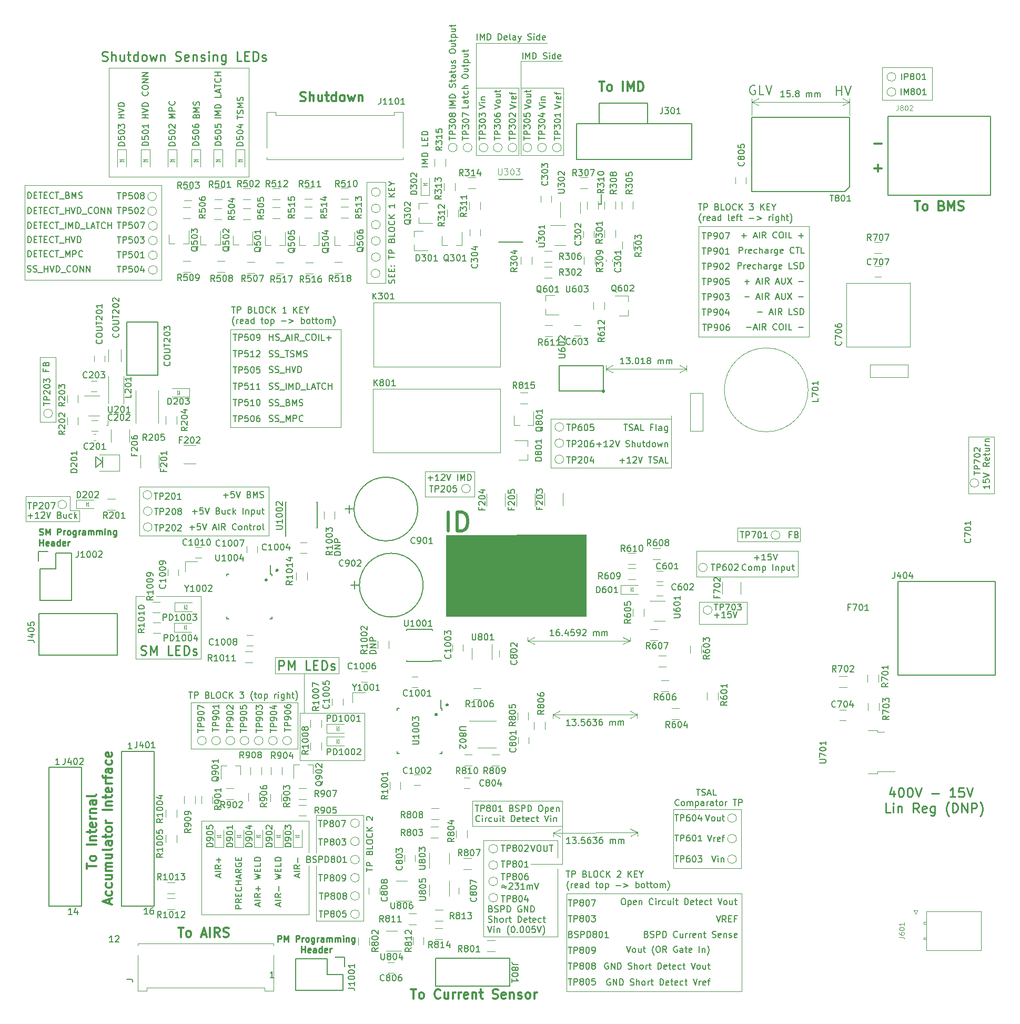
<source format=gbr>
%TF.GenerationSoftware,KiCad,Pcbnew,5.1.10-88a1d61d58~88~ubuntu20.04.1*%
%TF.CreationDate,2022-03-23T18:39:57-04:00*%
%TF.ProjectId,service_section_controller,73657276-6963-4655-9f73-656374696f6e,1.0*%
%TF.SameCoordinates,Original*%
%TF.FileFunction,Legend,Top*%
%TF.FilePolarity,Positive*%
%FSLAX46Y46*%
G04 Gerber Fmt 4.6, Leading zero omitted, Abs format (unit mm)*
G04 Created by KiCad (PCBNEW 5.1.10-88a1d61d58~88~ubuntu20.04.1) date 2022-03-23 18:39:57*
%MOMM*%
%LPD*%
G01*
G04 APERTURE LIST*
%ADD10C,0.150000*%
%ADD11C,0.120000*%
%ADD12C,0.300000*%
%ADD13C,0.250000*%
%ADD14C,0.100000*%
%ADD15C,0.500000*%
%ADD16C,0.200000*%
%ADD17C,0.152400*%
%ADD18C,0.127000*%
%ADD19C,0.400000*%
%ADD20C,0.015000*%
G04 APERTURE END LIST*
D10*
X215631184Y-177001775D02*
X215059759Y-177003769D01*
X215345472Y-177002772D02*
X215341981Y-176002778D01*
X215247242Y-176145967D01*
X215152337Y-176241537D01*
X215057266Y-176289488D01*
X215961025Y-176000617D02*
X216580069Y-175998456D01*
X216248067Y-176380570D01*
X216390923Y-176380071D01*
X216486327Y-176427357D01*
X216534112Y-176474810D01*
X216582063Y-176569881D01*
X216582894Y-176807975D01*
X216535608Y-176903379D01*
X216488156Y-176951164D01*
X216393084Y-176999115D01*
X216107372Y-177000112D01*
X216011968Y-176952826D01*
X215964183Y-176905373D01*
X217011796Y-176901717D02*
X217059581Y-176949169D01*
X217012128Y-176996954D01*
X216964343Y-176949502D01*
X217011796Y-176901717D01*
X217012128Y-176996954D01*
X217961013Y-175993636D02*
X217484825Y-175995298D01*
X217438869Y-176471652D01*
X217486321Y-176423867D01*
X217581392Y-176375916D01*
X217819486Y-176375084D01*
X217914890Y-176422371D01*
X217962675Y-176469823D01*
X218010626Y-176564895D01*
X218011457Y-176802988D01*
X217964171Y-176898392D01*
X217916718Y-176946177D01*
X217821647Y-176994128D01*
X217583553Y-176994959D01*
X217488150Y-176947673D01*
X217440365Y-176900221D01*
X218865769Y-175990478D02*
X218675294Y-175991142D01*
X218580223Y-176039094D01*
X218532770Y-176086879D01*
X218438031Y-176230067D01*
X218391077Y-176420709D01*
X218392407Y-176801659D01*
X218440358Y-176896730D01*
X218488143Y-176944182D01*
X218583547Y-176991469D01*
X218774022Y-176990804D01*
X218869094Y-176942853D01*
X218916546Y-176895068D01*
X218963832Y-176799664D01*
X218963001Y-176561570D01*
X218915050Y-176466499D01*
X218867265Y-176419046D01*
X218771861Y-176371760D01*
X218581386Y-176372425D01*
X218486315Y-176420376D01*
X218438862Y-176468161D01*
X218391576Y-176563565D01*
X219294338Y-175988982D02*
X219913382Y-175986821D01*
X219581380Y-176368934D01*
X219724236Y-176368436D01*
X219819640Y-176415722D01*
X219867425Y-176463174D01*
X219915376Y-176558246D01*
X219916208Y-176796340D01*
X219868921Y-176891743D01*
X219821469Y-176939528D01*
X219726397Y-176987479D01*
X219440685Y-176988477D01*
X219345281Y-176941190D01*
X219297496Y-176893738D01*
X220770519Y-175983829D02*
X220580044Y-175984494D01*
X220484973Y-176032445D01*
X220437521Y-176080230D01*
X220342782Y-176223418D01*
X220295828Y-176414060D01*
X220297158Y-176795010D01*
X220345109Y-176890081D01*
X220392894Y-176937534D01*
X220488297Y-176984820D01*
X220678773Y-176984155D01*
X220773844Y-176936204D01*
X220821296Y-176888419D01*
X220868583Y-176793015D01*
X220867752Y-176554921D01*
X220819800Y-176459850D01*
X220772015Y-176412398D01*
X220676612Y-176365111D01*
X220486137Y-176365776D01*
X220391065Y-176413727D01*
X220343613Y-176461512D01*
X220296326Y-176556916D01*
X222059716Y-176979335D02*
X222057389Y-176312672D01*
X222057722Y-176407910D02*
X222105174Y-176360125D01*
X222200246Y-176312173D01*
X222343102Y-176311675D01*
X222438506Y-176358961D01*
X222486457Y-176454032D01*
X222488285Y-176977839D01*
X222486457Y-176454032D02*
X222533743Y-176358629D01*
X222628814Y-176310677D01*
X222771671Y-176310179D01*
X222867074Y-176357465D01*
X222915026Y-176452536D01*
X222916854Y-176976343D01*
X223393042Y-176974680D02*
X223390715Y-176308018D01*
X223391047Y-176403255D02*
X223438500Y-176355470D01*
X223533571Y-176307519D01*
X223676427Y-176307020D01*
X223771831Y-176354307D01*
X223819782Y-176449378D01*
X223821611Y-176973184D01*
X223819782Y-176449378D02*
X223867068Y-176353974D01*
X223962140Y-176306023D01*
X224104996Y-176305524D01*
X224200400Y-176352811D01*
X224248351Y-176447882D01*
X224250179Y-176971688D01*
D11*
X212890643Y-175290677D02*
X226454243Y-175239877D01*
X212890100Y-175145700D02*
X212892839Y-175877094D01*
X226453700Y-175094900D02*
X226456439Y-175826294D01*
X226454243Y-175239877D02*
X225329943Y-175830513D01*
X226454243Y-175239877D02*
X225325551Y-174657679D01*
X212890643Y-175290677D02*
X214019335Y-175872875D01*
X212890643Y-175290677D02*
X214014943Y-174700041D01*
X235966000Y-129946400D02*
X235966000Y-129997200D01*
X252323600Y-129946400D02*
X235966000Y-129946400D01*
X252323600Y-134112000D02*
X252323600Y-129946400D01*
X235966000Y-134112000D02*
X252323600Y-134112000D01*
X235966000Y-129997200D02*
X235966000Y-134112000D01*
D10*
X235945609Y-168248580D02*
X236517038Y-168248580D01*
X236231323Y-169248580D02*
X236231323Y-168248580D01*
X236802752Y-169200961D02*
X236945609Y-169248580D01*
X237183704Y-169248580D01*
X237278942Y-169200961D01*
X237326561Y-169153342D01*
X237374180Y-169058104D01*
X237374180Y-168962866D01*
X237326561Y-168867628D01*
X237278942Y-168820009D01*
X237183704Y-168772390D01*
X236993228Y-168724771D01*
X236897990Y-168677152D01*
X236850371Y-168629533D01*
X236802752Y-168534295D01*
X236802752Y-168439057D01*
X236850371Y-168343819D01*
X236897990Y-168296200D01*
X236993228Y-168248580D01*
X237231323Y-168248580D01*
X237374180Y-168296200D01*
X237755133Y-168962866D02*
X238231323Y-168962866D01*
X237659895Y-169248580D02*
X237993228Y-168248580D01*
X238326561Y-169248580D01*
X239136085Y-169248580D02*
X238659895Y-169248580D01*
X238659895Y-168248580D01*
X233136085Y-170803342D02*
X233088466Y-170850961D01*
X232945609Y-170898580D01*
X232850371Y-170898580D01*
X232707514Y-170850961D01*
X232612276Y-170755723D01*
X232564657Y-170660485D01*
X232517038Y-170470009D01*
X232517038Y-170327152D01*
X232564657Y-170136676D01*
X232612276Y-170041438D01*
X232707514Y-169946200D01*
X232850371Y-169898580D01*
X232945609Y-169898580D01*
X233088466Y-169946200D01*
X233136085Y-169993819D01*
X233707514Y-170898580D02*
X233612276Y-170850961D01*
X233564657Y-170803342D01*
X233517038Y-170708104D01*
X233517038Y-170422390D01*
X233564657Y-170327152D01*
X233612276Y-170279533D01*
X233707514Y-170231914D01*
X233850371Y-170231914D01*
X233945609Y-170279533D01*
X233993228Y-170327152D01*
X234040847Y-170422390D01*
X234040847Y-170708104D01*
X233993228Y-170803342D01*
X233945609Y-170850961D01*
X233850371Y-170898580D01*
X233707514Y-170898580D01*
X234469419Y-170898580D02*
X234469419Y-170231914D01*
X234469419Y-170327152D02*
X234517038Y-170279533D01*
X234612276Y-170231914D01*
X234755133Y-170231914D01*
X234850371Y-170279533D01*
X234897990Y-170374771D01*
X234897990Y-170898580D01*
X234897990Y-170374771D02*
X234945609Y-170279533D01*
X235040847Y-170231914D01*
X235183704Y-170231914D01*
X235278942Y-170279533D01*
X235326561Y-170374771D01*
X235326561Y-170898580D01*
X235802752Y-170231914D02*
X235802752Y-171231914D01*
X235802752Y-170279533D02*
X235897990Y-170231914D01*
X236088466Y-170231914D01*
X236183704Y-170279533D01*
X236231323Y-170327152D01*
X236278942Y-170422390D01*
X236278942Y-170708104D01*
X236231323Y-170803342D01*
X236183704Y-170850961D01*
X236088466Y-170898580D01*
X235897990Y-170898580D01*
X235802752Y-170850961D01*
X237136085Y-170898580D02*
X237136085Y-170374771D01*
X237088466Y-170279533D01*
X236993228Y-170231914D01*
X236802752Y-170231914D01*
X236707514Y-170279533D01*
X237136085Y-170850961D02*
X237040847Y-170898580D01*
X236802752Y-170898580D01*
X236707514Y-170850961D01*
X236659895Y-170755723D01*
X236659895Y-170660485D01*
X236707514Y-170565247D01*
X236802752Y-170517628D01*
X237040847Y-170517628D01*
X237136085Y-170470009D01*
X237612276Y-170898580D02*
X237612276Y-170231914D01*
X237612276Y-170422390D02*
X237659895Y-170327152D01*
X237707514Y-170279533D01*
X237802752Y-170231914D01*
X237897990Y-170231914D01*
X238659895Y-170898580D02*
X238659895Y-170374771D01*
X238612276Y-170279533D01*
X238517038Y-170231914D01*
X238326561Y-170231914D01*
X238231323Y-170279533D01*
X238659895Y-170850961D02*
X238564657Y-170898580D01*
X238326561Y-170898580D01*
X238231323Y-170850961D01*
X238183704Y-170755723D01*
X238183704Y-170660485D01*
X238231323Y-170565247D01*
X238326561Y-170517628D01*
X238564657Y-170517628D01*
X238659895Y-170470009D01*
X238993228Y-170231914D02*
X239374180Y-170231914D01*
X239136085Y-169898580D02*
X239136085Y-170755723D01*
X239183704Y-170850961D01*
X239278942Y-170898580D01*
X239374180Y-170898580D01*
X239850371Y-170898580D02*
X239755133Y-170850961D01*
X239707514Y-170803342D01*
X239659895Y-170708104D01*
X239659895Y-170422390D01*
X239707514Y-170327152D01*
X239755133Y-170279533D01*
X239850371Y-170231914D01*
X239993228Y-170231914D01*
X240088466Y-170279533D01*
X240136085Y-170327152D01*
X240183704Y-170422390D01*
X240183704Y-170708104D01*
X240136085Y-170803342D01*
X240088466Y-170850961D01*
X239993228Y-170898580D01*
X239850371Y-170898580D01*
X240612276Y-170898580D02*
X240612276Y-170231914D01*
X240612276Y-170422390D02*
X240659895Y-170327152D01*
X240707514Y-170279533D01*
X240802752Y-170231914D01*
X240897990Y-170231914D01*
X241850371Y-169898580D02*
X242421800Y-169898580D01*
X242136085Y-170898580D02*
X242136085Y-169898580D01*
X242755133Y-170898580D02*
X242755133Y-169898580D01*
X243136085Y-169898580D01*
X243231323Y-169946200D01*
X243278942Y-169993819D01*
X243326561Y-170089057D01*
X243326561Y-170231914D01*
X243278942Y-170327152D01*
X243231323Y-170374771D01*
X243136085Y-170422390D01*
X242755133Y-170422390D01*
D12*
X265747428Y-64419942D02*
X264604571Y-64419942D01*
X265722028Y-68356942D02*
X264579171Y-68356942D01*
X265150600Y-68928371D02*
X265150600Y-67785514D01*
D10*
X212969980Y-143555980D02*
X212398552Y-143555980D01*
X212684266Y-143555980D02*
X212684266Y-142555980D01*
X212589028Y-142698838D01*
X212493790Y-142794076D01*
X212398552Y-142841695D01*
X213827123Y-142555980D02*
X213636647Y-142555980D01*
X213541409Y-142603600D01*
X213493790Y-142651219D01*
X213398552Y-142794076D01*
X213350933Y-142984552D01*
X213350933Y-143365504D01*
X213398552Y-143460742D01*
X213446171Y-143508361D01*
X213541409Y-143555980D01*
X213731885Y-143555980D01*
X213827123Y-143508361D01*
X213874742Y-143460742D01*
X213922361Y-143365504D01*
X213922361Y-143127409D01*
X213874742Y-143032171D01*
X213827123Y-142984552D01*
X213731885Y-142936933D01*
X213541409Y-142936933D01*
X213446171Y-142984552D01*
X213398552Y-143032171D01*
X213350933Y-143127409D01*
X214350933Y-143460742D02*
X214398552Y-143508361D01*
X214350933Y-143555980D01*
X214303314Y-143508361D01*
X214350933Y-143460742D01*
X214350933Y-143555980D01*
X215255695Y-142889314D02*
X215255695Y-143555980D01*
X215017600Y-142508361D02*
X214779504Y-143222647D01*
X215398552Y-143222647D01*
X216255695Y-142555980D02*
X215779504Y-142555980D01*
X215731885Y-143032171D01*
X215779504Y-142984552D01*
X215874742Y-142936933D01*
X216112838Y-142936933D01*
X216208076Y-142984552D01*
X216255695Y-143032171D01*
X216303314Y-143127409D01*
X216303314Y-143365504D01*
X216255695Y-143460742D01*
X216208076Y-143508361D01*
X216112838Y-143555980D01*
X215874742Y-143555980D01*
X215779504Y-143508361D01*
X215731885Y-143460742D01*
X216779504Y-143555980D02*
X216969980Y-143555980D01*
X217065219Y-143508361D01*
X217112838Y-143460742D01*
X217208076Y-143317885D01*
X217255695Y-143127409D01*
X217255695Y-142746457D01*
X217208076Y-142651219D01*
X217160457Y-142603600D01*
X217065219Y-142555980D01*
X216874742Y-142555980D01*
X216779504Y-142603600D01*
X216731885Y-142651219D01*
X216684266Y-142746457D01*
X216684266Y-142984552D01*
X216731885Y-143079790D01*
X216779504Y-143127409D01*
X216874742Y-143175028D01*
X217065219Y-143175028D01*
X217160457Y-143127409D01*
X217208076Y-143079790D01*
X217255695Y-142984552D01*
X217636647Y-142651219D02*
X217684266Y-142603600D01*
X217779504Y-142555980D01*
X218017600Y-142555980D01*
X218112838Y-142603600D01*
X218160457Y-142651219D01*
X218208076Y-142746457D01*
X218208076Y-142841695D01*
X218160457Y-142984552D01*
X217589028Y-143555980D01*
X218208076Y-143555980D01*
X219398552Y-143555980D02*
X219398552Y-142889314D01*
X219398552Y-142984552D02*
X219446171Y-142936933D01*
X219541409Y-142889314D01*
X219684266Y-142889314D01*
X219779504Y-142936933D01*
X219827123Y-143032171D01*
X219827123Y-143555980D01*
X219827123Y-143032171D02*
X219874742Y-142936933D01*
X219969980Y-142889314D01*
X220112838Y-142889314D01*
X220208076Y-142936933D01*
X220255695Y-143032171D01*
X220255695Y-143555980D01*
X220731885Y-143555980D02*
X220731885Y-142889314D01*
X220731885Y-142984552D02*
X220779504Y-142936933D01*
X220874742Y-142889314D01*
X221017600Y-142889314D01*
X221112838Y-142936933D01*
X221160457Y-143032171D01*
X221160457Y-143555980D01*
X221160457Y-143032171D02*
X221208076Y-142936933D01*
X221303314Y-142889314D01*
X221446171Y-142889314D01*
X221541409Y-142936933D01*
X221589028Y-143032171D01*
X221589028Y-143555980D01*
D11*
X225247200Y-144373600D02*
X208788000Y-144373600D01*
X225247200Y-144373600D02*
X225247200Y-143787179D01*
X208788000Y-144373600D02*
X208788000Y-143787179D01*
X208788000Y-144373600D02*
X209914504Y-143787179D01*
X208788000Y-144373600D02*
X209914504Y-144960021D01*
X225247200Y-144373600D02*
X224120696Y-143787179D01*
X225247200Y-144373600D02*
X224120696Y-144960021D01*
D10*
X215593084Y-158015275D02*
X215021659Y-158017269D01*
X215307372Y-158016272D02*
X215303881Y-157016278D01*
X215209142Y-157159467D01*
X215114237Y-157255037D01*
X215019166Y-157302988D01*
X215922925Y-157014117D02*
X216541969Y-157011956D01*
X216209967Y-157394070D01*
X216352823Y-157393571D01*
X216448227Y-157440857D01*
X216496012Y-157488310D01*
X216543963Y-157583381D01*
X216544794Y-157821475D01*
X216497508Y-157916879D01*
X216450056Y-157964664D01*
X216354984Y-158012615D01*
X216069272Y-158013612D01*
X215973868Y-157966326D01*
X215926083Y-157918873D01*
X216973696Y-157915217D02*
X217021481Y-157962669D01*
X216974028Y-158010454D01*
X216926243Y-157963002D01*
X216973696Y-157915217D01*
X216974028Y-158010454D01*
X217922913Y-157007136D02*
X217446725Y-157008798D01*
X217400769Y-157485152D01*
X217448221Y-157437367D01*
X217543292Y-157389416D01*
X217781386Y-157388584D01*
X217876790Y-157435871D01*
X217924575Y-157483323D01*
X217972526Y-157578395D01*
X217973357Y-157816488D01*
X217926071Y-157911892D01*
X217878618Y-157959677D01*
X217783547Y-158007628D01*
X217545453Y-158008459D01*
X217450050Y-157961173D01*
X217402265Y-157913721D01*
X218827669Y-157003978D02*
X218637194Y-157004642D01*
X218542123Y-157052594D01*
X218494670Y-157100379D01*
X218399931Y-157243567D01*
X218352977Y-157434209D01*
X218354307Y-157815159D01*
X218402258Y-157910230D01*
X218450043Y-157957682D01*
X218545447Y-158004969D01*
X218735922Y-158004304D01*
X218830994Y-157956353D01*
X218878446Y-157908568D01*
X218925732Y-157813164D01*
X218924901Y-157575070D01*
X218876950Y-157479999D01*
X218829165Y-157432546D01*
X218733761Y-157385260D01*
X218543286Y-157385925D01*
X218448215Y-157433876D01*
X218400762Y-157481661D01*
X218353476Y-157577065D01*
X219256238Y-157002482D02*
X219875282Y-157000321D01*
X219543280Y-157382434D01*
X219686136Y-157381936D01*
X219781540Y-157429222D01*
X219829325Y-157476674D01*
X219877276Y-157571746D01*
X219878108Y-157809840D01*
X219830821Y-157905243D01*
X219783369Y-157953028D01*
X219688297Y-158000979D01*
X219402585Y-158001977D01*
X219307181Y-157954690D01*
X219259396Y-157907238D01*
X220732419Y-156997329D02*
X220541944Y-156997994D01*
X220446873Y-157045945D01*
X220399421Y-157093730D01*
X220304682Y-157236918D01*
X220257728Y-157427560D01*
X220259058Y-157808510D01*
X220307009Y-157903581D01*
X220354794Y-157951034D01*
X220450197Y-157998320D01*
X220640673Y-157997655D01*
X220735744Y-157949704D01*
X220783196Y-157901919D01*
X220830483Y-157806515D01*
X220829652Y-157568421D01*
X220781700Y-157473350D01*
X220733915Y-157425898D01*
X220638512Y-157378611D01*
X220448037Y-157379276D01*
X220352965Y-157427227D01*
X220305513Y-157475012D01*
X220258226Y-157570416D01*
X222021616Y-157992835D02*
X222019289Y-157326172D01*
X222019622Y-157421410D02*
X222067074Y-157373625D01*
X222162146Y-157325673D01*
X222305002Y-157325175D01*
X222400406Y-157372461D01*
X222448357Y-157467532D01*
X222450185Y-157991339D01*
X222448357Y-157467532D02*
X222495643Y-157372129D01*
X222590714Y-157324177D01*
X222733571Y-157323679D01*
X222828974Y-157370965D01*
X222876926Y-157466036D01*
X222878754Y-157989843D01*
X223354942Y-157988180D02*
X223352615Y-157321518D01*
X223352947Y-157416755D02*
X223400400Y-157368970D01*
X223495471Y-157321019D01*
X223638327Y-157320520D01*
X223733731Y-157367807D01*
X223781682Y-157462878D01*
X223783511Y-157986684D01*
X223781682Y-157462878D02*
X223828968Y-157367474D01*
X223924040Y-157319523D01*
X224066896Y-157319024D01*
X224162300Y-157366311D01*
X224210251Y-157461382D01*
X224212079Y-157985188D01*
D11*
X212852543Y-156304177D02*
X226416143Y-156253377D01*
X212852000Y-156159200D02*
X212854739Y-156890594D01*
X226415600Y-156108400D02*
X226418339Y-156839794D01*
X226416143Y-156253377D02*
X225291843Y-156844013D01*
X226416143Y-156253377D02*
X225287451Y-155671179D01*
X212852543Y-156304177D02*
X213981235Y-156886375D01*
X212852543Y-156304177D02*
X213976843Y-155713541D01*
D12*
X220283542Y-54448971D02*
X221140685Y-54448971D01*
X220712114Y-55948971D02*
X220712114Y-54448971D01*
X221854971Y-55948971D02*
X221712114Y-55877542D01*
X221640685Y-55806114D01*
X221569257Y-55663257D01*
X221569257Y-55234685D01*
X221640685Y-55091828D01*
X221712114Y-55020400D01*
X221854971Y-54948971D01*
X222069257Y-54948971D01*
X222212114Y-55020400D01*
X222283542Y-55091828D01*
X222354971Y-55234685D01*
X222354971Y-55663257D01*
X222283542Y-55806114D01*
X222212114Y-55877542D01*
X222069257Y-55948971D01*
X221854971Y-55948971D01*
X224140685Y-55948971D02*
X224140685Y-54448971D01*
X224854971Y-55948971D02*
X224854971Y-54448971D01*
X225354971Y-55520400D01*
X225854971Y-54448971D01*
X225854971Y-55948971D01*
X226569257Y-55948971D02*
X226569257Y-54448971D01*
X226926400Y-54448971D01*
X227140685Y-54520400D01*
X227283542Y-54663257D01*
X227354971Y-54806114D01*
X227426400Y-55091828D01*
X227426400Y-55306114D01*
X227354971Y-55591828D01*
X227283542Y-55734685D01*
X227140685Y-55877542D01*
X226926400Y-55948971D01*
X226569257Y-55948971D01*
X271082000Y-73651371D02*
X271939142Y-73651371D01*
X271510571Y-75151371D02*
X271510571Y-73651371D01*
X272653428Y-75151371D02*
X272510571Y-75079942D01*
X272439142Y-75008514D01*
X272367714Y-74865657D01*
X272367714Y-74437085D01*
X272439142Y-74294228D01*
X272510571Y-74222800D01*
X272653428Y-74151371D01*
X272867714Y-74151371D01*
X273010571Y-74222800D01*
X273082000Y-74294228D01*
X273153428Y-74437085D01*
X273153428Y-74865657D01*
X273082000Y-75008514D01*
X273010571Y-75079942D01*
X272867714Y-75151371D01*
X272653428Y-75151371D01*
X275439142Y-74365657D02*
X275653428Y-74437085D01*
X275724857Y-74508514D01*
X275796285Y-74651371D01*
X275796285Y-74865657D01*
X275724857Y-75008514D01*
X275653428Y-75079942D01*
X275510571Y-75151371D01*
X274939142Y-75151371D01*
X274939142Y-73651371D01*
X275439142Y-73651371D01*
X275582000Y-73722800D01*
X275653428Y-73794228D01*
X275724857Y-73937085D01*
X275724857Y-74079942D01*
X275653428Y-74222800D01*
X275582000Y-74294228D01*
X275439142Y-74365657D01*
X274939142Y-74365657D01*
X276439142Y-75151371D02*
X276439142Y-73651371D01*
X276939142Y-74722800D01*
X277439142Y-73651371D01*
X277439142Y-75151371D01*
X278082000Y-75079942D02*
X278296285Y-75151371D01*
X278653428Y-75151371D01*
X278796285Y-75079942D01*
X278867714Y-75008514D01*
X278939142Y-74865657D01*
X278939142Y-74722800D01*
X278867714Y-74579942D01*
X278796285Y-74508514D01*
X278653428Y-74437085D01*
X278367714Y-74365657D01*
X278224857Y-74294228D01*
X278153428Y-74222800D01*
X278082000Y-74079942D01*
X278082000Y-73937085D01*
X278153428Y-73794228D01*
X278224857Y-73722800D01*
X278367714Y-73651371D01*
X278724857Y-73651371D01*
X278939142Y-73722800D01*
X172205485Y-57503142D02*
X172419771Y-57574571D01*
X172776914Y-57574571D01*
X172919771Y-57503142D01*
X172991200Y-57431714D01*
X173062628Y-57288857D01*
X173062628Y-57146000D01*
X172991200Y-57003142D01*
X172919771Y-56931714D01*
X172776914Y-56860285D01*
X172491200Y-56788857D01*
X172348342Y-56717428D01*
X172276914Y-56646000D01*
X172205485Y-56503142D01*
X172205485Y-56360285D01*
X172276914Y-56217428D01*
X172348342Y-56146000D01*
X172491200Y-56074571D01*
X172848342Y-56074571D01*
X173062628Y-56146000D01*
X173705485Y-57574571D02*
X173705485Y-56074571D01*
X174348342Y-57574571D02*
X174348342Y-56788857D01*
X174276914Y-56646000D01*
X174134057Y-56574571D01*
X173919771Y-56574571D01*
X173776914Y-56646000D01*
X173705485Y-56717428D01*
X175705485Y-56574571D02*
X175705485Y-57574571D01*
X175062628Y-56574571D02*
X175062628Y-57360285D01*
X175134057Y-57503142D01*
X175276914Y-57574571D01*
X175491200Y-57574571D01*
X175634057Y-57503142D01*
X175705485Y-57431714D01*
X176205485Y-56574571D02*
X176776914Y-56574571D01*
X176419771Y-56074571D02*
X176419771Y-57360285D01*
X176491200Y-57503142D01*
X176634057Y-57574571D01*
X176776914Y-57574571D01*
X177919771Y-57574571D02*
X177919771Y-56074571D01*
X177919771Y-57503142D02*
X177776914Y-57574571D01*
X177491200Y-57574571D01*
X177348342Y-57503142D01*
X177276914Y-57431714D01*
X177205485Y-57288857D01*
X177205485Y-56860285D01*
X177276914Y-56717428D01*
X177348342Y-56646000D01*
X177491200Y-56574571D01*
X177776914Y-56574571D01*
X177919771Y-56646000D01*
X178848342Y-57574571D02*
X178705485Y-57503142D01*
X178634057Y-57431714D01*
X178562628Y-57288857D01*
X178562628Y-56860285D01*
X178634057Y-56717428D01*
X178705485Y-56646000D01*
X178848342Y-56574571D01*
X179062628Y-56574571D01*
X179205485Y-56646000D01*
X179276914Y-56717428D01*
X179348342Y-56860285D01*
X179348342Y-57288857D01*
X179276914Y-57431714D01*
X179205485Y-57503142D01*
X179062628Y-57574571D01*
X178848342Y-57574571D01*
X179848342Y-56574571D02*
X180134057Y-57574571D01*
X180419771Y-56860285D01*
X180705485Y-57574571D01*
X180991200Y-56574571D01*
X181562628Y-56574571D02*
X181562628Y-57574571D01*
X181562628Y-56717428D02*
X181634057Y-56646000D01*
X181776914Y-56574571D01*
X181991200Y-56574571D01*
X182134057Y-56646000D01*
X182205485Y-56788857D01*
X182205485Y-57574571D01*
D13*
X130197776Y-127291761D02*
X130340633Y-127339380D01*
X130578728Y-127339380D01*
X130673966Y-127291761D01*
X130721585Y-127244142D01*
X130769204Y-127148904D01*
X130769204Y-127053666D01*
X130721585Y-126958428D01*
X130673966Y-126910809D01*
X130578728Y-126863190D01*
X130388252Y-126815571D01*
X130293014Y-126767952D01*
X130245395Y-126720333D01*
X130197776Y-126625095D01*
X130197776Y-126529857D01*
X130245395Y-126434619D01*
X130293014Y-126387000D01*
X130388252Y-126339380D01*
X130626347Y-126339380D01*
X130769204Y-126387000D01*
X131197776Y-127339380D02*
X131197776Y-126339380D01*
X131531109Y-127053666D01*
X131864442Y-126339380D01*
X131864442Y-127339380D01*
X133102538Y-127339380D02*
X133102538Y-126339380D01*
X133483490Y-126339380D01*
X133578728Y-126387000D01*
X133626347Y-126434619D01*
X133673966Y-126529857D01*
X133673966Y-126672714D01*
X133626347Y-126767952D01*
X133578728Y-126815571D01*
X133483490Y-126863190D01*
X133102538Y-126863190D01*
X134102538Y-127339380D02*
X134102538Y-126672714D01*
X134102538Y-126863190D02*
X134150157Y-126767952D01*
X134197776Y-126720333D01*
X134293014Y-126672714D01*
X134388252Y-126672714D01*
X134864442Y-127339380D02*
X134769204Y-127291761D01*
X134721585Y-127244142D01*
X134673966Y-127148904D01*
X134673966Y-126863190D01*
X134721585Y-126767952D01*
X134769204Y-126720333D01*
X134864442Y-126672714D01*
X135007300Y-126672714D01*
X135102538Y-126720333D01*
X135150157Y-126767952D01*
X135197776Y-126863190D01*
X135197776Y-127148904D01*
X135150157Y-127244142D01*
X135102538Y-127291761D01*
X135007300Y-127339380D01*
X134864442Y-127339380D01*
X136054919Y-126672714D02*
X136054919Y-127482238D01*
X136007300Y-127577476D01*
X135959680Y-127625095D01*
X135864442Y-127672714D01*
X135721585Y-127672714D01*
X135626347Y-127625095D01*
X136054919Y-127291761D02*
X135959680Y-127339380D01*
X135769204Y-127339380D01*
X135673966Y-127291761D01*
X135626347Y-127244142D01*
X135578728Y-127148904D01*
X135578728Y-126863190D01*
X135626347Y-126767952D01*
X135673966Y-126720333D01*
X135769204Y-126672714D01*
X135959680Y-126672714D01*
X136054919Y-126720333D01*
X136531109Y-127339380D02*
X136531109Y-126672714D01*
X136531109Y-126863190D02*
X136578728Y-126767952D01*
X136626347Y-126720333D01*
X136721585Y-126672714D01*
X136816823Y-126672714D01*
X137578728Y-127339380D02*
X137578728Y-126815571D01*
X137531109Y-126720333D01*
X137435871Y-126672714D01*
X137245395Y-126672714D01*
X137150157Y-126720333D01*
X137578728Y-127291761D02*
X137483490Y-127339380D01*
X137245395Y-127339380D01*
X137150157Y-127291761D01*
X137102538Y-127196523D01*
X137102538Y-127101285D01*
X137150157Y-127006047D01*
X137245395Y-126958428D01*
X137483490Y-126958428D01*
X137578728Y-126910809D01*
X138054919Y-127339380D02*
X138054919Y-126672714D01*
X138054919Y-126767952D02*
X138102538Y-126720333D01*
X138197776Y-126672714D01*
X138340633Y-126672714D01*
X138435871Y-126720333D01*
X138483490Y-126815571D01*
X138483490Y-127339380D01*
X138483490Y-126815571D02*
X138531109Y-126720333D01*
X138626347Y-126672714D01*
X138769204Y-126672714D01*
X138864442Y-126720333D01*
X138912061Y-126815571D01*
X138912061Y-127339380D01*
X139388252Y-127339380D02*
X139388252Y-126672714D01*
X139388252Y-126767952D02*
X139435871Y-126720333D01*
X139531109Y-126672714D01*
X139673966Y-126672714D01*
X139769204Y-126720333D01*
X139816823Y-126815571D01*
X139816823Y-127339380D01*
X139816823Y-126815571D02*
X139864442Y-126720333D01*
X139959680Y-126672714D01*
X140102538Y-126672714D01*
X140197776Y-126720333D01*
X140245395Y-126815571D01*
X140245395Y-127339380D01*
X140721585Y-127339380D02*
X140721585Y-126672714D01*
X140721585Y-126339380D02*
X140673966Y-126387000D01*
X140721585Y-126434619D01*
X140769204Y-126387000D01*
X140721585Y-126339380D01*
X140721585Y-126434619D01*
X141197776Y-126672714D02*
X141197776Y-127339380D01*
X141197776Y-126767952D02*
X141245395Y-126720333D01*
X141340633Y-126672714D01*
X141483490Y-126672714D01*
X141578728Y-126720333D01*
X141626347Y-126815571D01*
X141626347Y-127339380D01*
X142531109Y-126672714D02*
X142531109Y-127482238D01*
X142483490Y-127577476D01*
X142435871Y-127625095D01*
X142340633Y-127672714D01*
X142197776Y-127672714D01*
X142102538Y-127625095D01*
X142531109Y-127291761D02*
X142435871Y-127339380D01*
X142245395Y-127339380D01*
X142150157Y-127291761D01*
X142102538Y-127244142D01*
X142054919Y-127148904D01*
X142054919Y-126863190D01*
X142102538Y-126767952D01*
X142150157Y-126720333D01*
X142245395Y-126672714D01*
X142435871Y-126672714D01*
X142531109Y-126720333D01*
X130245395Y-129089380D02*
X130245395Y-128089380D01*
X130245395Y-128565571D02*
X130816823Y-128565571D01*
X130816823Y-129089380D02*
X130816823Y-128089380D01*
X131673966Y-129041761D02*
X131578728Y-129089380D01*
X131388252Y-129089380D01*
X131293014Y-129041761D01*
X131245395Y-128946523D01*
X131245395Y-128565571D01*
X131293014Y-128470333D01*
X131388252Y-128422714D01*
X131578728Y-128422714D01*
X131673966Y-128470333D01*
X131721585Y-128565571D01*
X131721585Y-128660809D01*
X131245395Y-128756047D01*
X132578728Y-129089380D02*
X132578728Y-128565571D01*
X132531109Y-128470333D01*
X132435871Y-128422714D01*
X132245395Y-128422714D01*
X132150157Y-128470333D01*
X132578728Y-129041761D02*
X132483490Y-129089380D01*
X132245395Y-129089380D01*
X132150157Y-129041761D01*
X132102538Y-128946523D01*
X132102538Y-128851285D01*
X132150157Y-128756047D01*
X132245395Y-128708428D01*
X132483490Y-128708428D01*
X132578728Y-128660809D01*
X133483490Y-129089380D02*
X133483490Y-128089380D01*
X133483490Y-129041761D02*
X133388252Y-129089380D01*
X133197776Y-129089380D01*
X133102538Y-129041761D01*
X133054919Y-128994142D01*
X133007300Y-128898904D01*
X133007300Y-128613190D01*
X133054919Y-128517952D01*
X133102538Y-128470333D01*
X133197776Y-128422714D01*
X133388252Y-128422714D01*
X133483490Y-128470333D01*
X134340633Y-129041761D02*
X134245395Y-129089380D01*
X134054919Y-129089380D01*
X133959680Y-129041761D01*
X133912061Y-128946523D01*
X133912061Y-128565571D01*
X133959680Y-128470333D01*
X134054919Y-128422714D01*
X134245395Y-128422714D01*
X134340633Y-128470333D01*
X134388252Y-128565571D01*
X134388252Y-128660809D01*
X133912061Y-128756047D01*
X134816823Y-129089380D02*
X134816823Y-128422714D01*
X134816823Y-128613190D02*
X134864442Y-128517952D01*
X134912061Y-128470333D01*
X135007300Y-128422714D01*
X135102538Y-128422714D01*
D12*
X137857571Y-181069428D02*
X137857571Y-180212285D01*
X139357571Y-180640857D02*
X137857571Y-180640857D01*
X139357571Y-179498000D02*
X139286142Y-179640857D01*
X139214714Y-179712285D01*
X139071857Y-179783714D01*
X138643285Y-179783714D01*
X138500428Y-179712285D01*
X138429000Y-179640857D01*
X138357571Y-179498000D01*
X138357571Y-179283714D01*
X138429000Y-179140857D01*
X138500428Y-179069428D01*
X138643285Y-178998000D01*
X139071857Y-178998000D01*
X139214714Y-179069428D01*
X139286142Y-179140857D01*
X139357571Y-179283714D01*
X139357571Y-179498000D01*
X139357571Y-177212285D02*
X137857571Y-177212285D01*
X138357571Y-176498000D02*
X139357571Y-176498000D01*
X138500428Y-176498000D02*
X138429000Y-176426571D01*
X138357571Y-176283714D01*
X138357571Y-176069428D01*
X138429000Y-175926571D01*
X138571857Y-175855142D01*
X139357571Y-175855142D01*
X138357571Y-175355142D02*
X138357571Y-174783714D01*
X137857571Y-175140857D02*
X139143285Y-175140857D01*
X139286142Y-175069428D01*
X139357571Y-174926571D01*
X139357571Y-174783714D01*
X139286142Y-173712285D02*
X139357571Y-173855142D01*
X139357571Y-174140857D01*
X139286142Y-174283714D01*
X139143285Y-174355142D01*
X138571857Y-174355142D01*
X138429000Y-174283714D01*
X138357571Y-174140857D01*
X138357571Y-173855142D01*
X138429000Y-173712285D01*
X138571857Y-173640857D01*
X138714714Y-173640857D01*
X138857571Y-174355142D01*
X139357571Y-172998000D02*
X138357571Y-172998000D01*
X138643285Y-172998000D02*
X138500428Y-172926571D01*
X138429000Y-172855142D01*
X138357571Y-172712285D01*
X138357571Y-172569428D01*
X138357571Y-172069428D02*
X139357571Y-172069428D01*
X138500428Y-172069428D02*
X138429000Y-171998000D01*
X138357571Y-171855142D01*
X138357571Y-171640857D01*
X138429000Y-171498000D01*
X138571857Y-171426571D01*
X139357571Y-171426571D01*
X139357571Y-170069428D02*
X138571857Y-170069428D01*
X138429000Y-170140857D01*
X138357571Y-170283714D01*
X138357571Y-170569428D01*
X138429000Y-170712285D01*
X139286142Y-170069428D02*
X139357571Y-170212285D01*
X139357571Y-170569428D01*
X139286142Y-170712285D01*
X139143285Y-170783714D01*
X139000428Y-170783714D01*
X138857571Y-170712285D01*
X138786142Y-170569428D01*
X138786142Y-170212285D01*
X138714714Y-170069428D01*
X139357571Y-169140857D02*
X139286142Y-169283714D01*
X139143285Y-169355142D01*
X137857571Y-169355142D01*
X141479000Y-186676571D02*
X141479000Y-185962285D01*
X141907571Y-186819428D02*
X140407571Y-186319428D01*
X141907571Y-185819428D01*
X141836142Y-184676571D02*
X141907571Y-184819428D01*
X141907571Y-185105142D01*
X141836142Y-185248000D01*
X141764714Y-185319428D01*
X141621857Y-185390857D01*
X141193285Y-185390857D01*
X141050428Y-185319428D01*
X140979000Y-185248000D01*
X140907571Y-185105142D01*
X140907571Y-184819428D01*
X140979000Y-184676571D01*
X141836142Y-183390857D02*
X141907571Y-183533714D01*
X141907571Y-183819428D01*
X141836142Y-183962285D01*
X141764714Y-184033714D01*
X141621857Y-184105142D01*
X141193285Y-184105142D01*
X141050428Y-184033714D01*
X140979000Y-183962285D01*
X140907571Y-183819428D01*
X140907571Y-183533714D01*
X140979000Y-183390857D01*
X140907571Y-182105142D02*
X141907571Y-182105142D01*
X140907571Y-182748000D02*
X141693285Y-182748000D01*
X141836142Y-182676571D01*
X141907571Y-182533714D01*
X141907571Y-182319428D01*
X141836142Y-182176571D01*
X141764714Y-182105142D01*
X141907571Y-181390857D02*
X140907571Y-181390857D01*
X141050428Y-181390857D02*
X140979000Y-181319428D01*
X140907571Y-181176571D01*
X140907571Y-180962285D01*
X140979000Y-180819428D01*
X141121857Y-180748000D01*
X141907571Y-180748000D01*
X141121857Y-180748000D02*
X140979000Y-180676571D01*
X140907571Y-180533714D01*
X140907571Y-180319428D01*
X140979000Y-180176571D01*
X141121857Y-180105142D01*
X141907571Y-180105142D01*
X140907571Y-178748000D02*
X141907571Y-178748000D01*
X140907571Y-179390857D02*
X141693285Y-179390857D01*
X141836142Y-179319428D01*
X141907571Y-179176571D01*
X141907571Y-178962285D01*
X141836142Y-178819428D01*
X141764714Y-178748000D01*
X141907571Y-177819428D02*
X141836142Y-177962285D01*
X141693285Y-178033714D01*
X140407571Y-178033714D01*
X141907571Y-176605142D02*
X141121857Y-176605142D01*
X140979000Y-176676571D01*
X140907571Y-176819428D01*
X140907571Y-177105142D01*
X140979000Y-177248000D01*
X141836142Y-176605142D02*
X141907571Y-176748000D01*
X141907571Y-177105142D01*
X141836142Y-177248000D01*
X141693285Y-177319428D01*
X141550428Y-177319428D01*
X141407571Y-177248000D01*
X141336142Y-177105142D01*
X141336142Y-176748000D01*
X141264714Y-176605142D01*
X140907571Y-176105142D02*
X140907571Y-175533714D01*
X140407571Y-175890857D02*
X141693285Y-175890857D01*
X141836142Y-175819428D01*
X141907571Y-175676571D01*
X141907571Y-175533714D01*
X141907571Y-174819428D02*
X141836142Y-174962285D01*
X141764714Y-175033714D01*
X141621857Y-175105142D01*
X141193285Y-175105142D01*
X141050428Y-175033714D01*
X140979000Y-174962285D01*
X140907571Y-174819428D01*
X140907571Y-174605142D01*
X140979000Y-174462285D01*
X141050428Y-174390857D01*
X141193285Y-174319428D01*
X141621857Y-174319428D01*
X141764714Y-174390857D01*
X141836142Y-174462285D01*
X141907571Y-174605142D01*
X141907571Y-174819428D01*
X141907571Y-173676571D02*
X140907571Y-173676571D01*
X141193285Y-173676571D02*
X141050428Y-173605142D01*
X140979000Y-173533714D01*
X140907571Y-173390857D01*
X140907571Y-173248000D01*
X141907571Y-171605142D02*
X140407571Y-171605142D01*
X140907571Y-170890857D02*
X141907571Y-170890857D01*
X141050428Y-170890857D02*
X140979000Y-170819428D01*
X140907571Y-170676571D01*
X140907571Y-170462285D01*
X140979000Y-170319428D01*
X141121857Y-170248000D01*
X141907571Y-170248000D01*
X140907571Y-169748000D02*
X140907571Y-169176571D01*
X140407571Y-169533714D02*
X141693285Y-169533714D01*
X141836142Y-169462285D01*
X141907571Y-169319428D01*
X141907571Y-169176571D01*
X141836142Y-168105142D02*
X141907571Y-168248000D01*
X141907571Y-168533714D01*
X141836142Y-168676571D01*
X141693285Y-168748000D01*
X141121857Y-168748000D01*
X140979000Y-168676571D01*
X140907571Y-168533714D01*
X140907571Y-168248000D01*
X140979000Y-168105142D01*
X141121857Y-168033714D01*
X141264714Y-168033714D01*
X141407571Y-168748000D01*
X141907571Y-167390857D02*
X140907571Y-167390857D01*
X141193285Y-167390857D02*
X141050428Y-167319428D01*
X140979000Y-167248000D01*
X140907571Y-167105142D01*
X140907571Y-166962285D01*
X140907571Y-166676571D02*
X140907571Y-166105142D01*
X141907571Y-166462285D02*
X140621857Y-166462285D01*
X140479000Y-166390857D01*
X140407571Y-166248000D01*
X140407571Y-166105142D01*
X141907571Y-164962285D02*
X141121857Y-164962285D01*
X140979000Y-165033714D01*
X140907571Y-165176571D01*
X140907571Y-165462285D01*
X140979000Y-165605142D01*
X141836142Y-164962285D02*
X141907571Y-165105142D01*
X141907571Y-165462285D01*
X141836142Y-165605142D01*
X141693285Y-165676571D01*
X141550428Y-165676571D01*
X141407571Y-165605142D01*
X141336142Y-165462285D01*
X141336142Y-165105142D01*
X141264714Y-164962285D01*
X141836142Y-163605142D02*
X141907571Y-163748000D01*
X141907571Y-164033714D01*
X141836142Y-164176571D01*
X141764714Y-164248000D01*
X141621857Y-164319428D01*
X141193285Y-164319428D01*
X141050428Y-164248000D01*
X140979000Y-164176571D01*
X140907571Y-164033714D01*
X140907571Y-163748000D01*
X140979000Y-163605142D01*
X141836142Y-162390857D02*
X141907571Y-162533714D01*
X141907571Y-162819428D01*
X141836142Y-162962285D01*
X141693285Y-163033714D01*
X141121857Y-163033714D01*
X140979000Y-162962285D01*
X140907571Y-162819428D01*
X140907571Y-162533714D01*
X140979000Y-162390857D01*
X141121857Y-162319428D01*
X141264714Y-162319428D01*
X141407571Y-163033714D01*
X152524342Y-190542171D02*
X153381485Y-190542171D01*
X152952914Y-192042171D02*
X152952914Y-190542171D01*
X154095771Y-192042171D02*
X153952914Y-191970742D01*
X153881485Y-191899314D01*
X153810057Y-191756457D01*
X153810057Y-191327885D01*
X153881485Y-191185028D01*
X153952914Y-191113600D01*
X154095771Y-191042171D01*
X154310057Y-191042171D01*
X154452914Y-191113600D01*
X154524342Y-191185028D01*
X154595771Y-191327885D01*
X154595771Y-191756457D01*
X154524342Y-191899314D01*
X154452914Y-191970742D01*
X154310057Y-192042171D01*
X154095771Y-192042171D01*
X156310057Y-191613600D02*
X157024342Y-191613600D01*
X156167200Y-192042171D02*
X156667200Y-190542171D01*
X157167200Y-192042171D01*
X157667200Y-192042171D02*
X157667200Y-190542171D01*
X159238628Y-192042171D02*
X158738628Y-191327885D01*
X158381485Y-192042171D02*
X158381485Y-190542171D01*
X158952914Y-190542171D01*
X159095771Y-190613600D01*
X159167200Y-190685028D01*
X159238628Y-190827885D01*
X159238628Y-191042171D01*
X159167200Y-191185028D01*
X159095771Y-191256457D01*
X158952914Y-191327885D01*
X158381485Y-191327885D01*
X159810057Y-191970742D02*
X160024342Y-192042171D01*
X160381485Y-192042171D01*
X160524342Y-191970742D01*
X160595771Y-191899314D01*
X160667200Y-191756457D01*
X160667200Y-191613600D01*
X160595771Y-191470742D01*
X160524342Y-191399314D01*
X160381485Y-191327885D01*
X160095771Y-191256457D01*
X159952914Y-191185028D01*
X159881485Y-191113600D01*
X159810057Y-190970742D01*
X159810057Y-190827885D01*
X159881485Y-190685028D01*
X159952914Y-190613600D01*
X160095771Y-190542171D01*
X160452914Y-190542171D01*
X160667200Y-190613600D01*
D13*
X168585333Y-192807880D02*
X168585333Y-191807880D01*
X168966285Y-191807880D01*
X169061523Y-191855500D01*
X169109142Y-191903119D01*
X169156761Y-191998357D01*
X169156761Y-192141214D01*
X169109142Y-192236452D01*
X169061523Y-192284071D01*
X168966285Y-192331690D01*
X168585333Y-192331690D01*
X169585333Y-192807880D02*
X169585333Y-191807880D01*
X169918666Y-192522166D01*
X170252000Y-191807880D01*
X170252000Y-192807880D01*
X171490095Y-192807880D02*
X171490095Y-191807880D01*
X171871047Y-191807880D01*
X171966285Y-191855500D01*
X172013904Y-191903119D01*
X172061523Y-191998357D01*
X172061523Y-192141214D01*
X172013904Y-192236452D01*
X171966285Y-192284071D01*
X171871047Y-192331690D01*
X171490095Y-192331690D01*
X172490095Y-192807880D02*
X172490095Y-192141214D01*
X172490095Y-192331690D02*
X172537714Y-192236452D01*
X172585333Y-192188833D01*
X172680571Y-192141214D01*
X172775809Y-192141214D01*
X173252000Y-192807880D02*
X173156761Y-192760261D01*
X173109142Y-192712642D01*
X173061523Y-192617404D01*
X173061523Y-192331690D01*
X173109142Y-192236452D01*
X173156761Y-192188833D01*
X173252000Y-192141214D01*
X173394857Y-192141214D01*
X173490095Y-192188833D01*
X173537714Y-192236452D01*
X173585333Y-192331690D01*
X173585333Y-192617404D01*
X173537714Y-192712642D01*
X173490095Y-192760261D01*
X173394857Y-192807880D01*
X173252000Y-192807880D01*
X174442476Y-192141214D02*
X174442476Y-192950738D01*
X174394857Y-193045976D01*
X174347238Y-193093595D01*
X174252000Y-193141214D01*
X174109142Y-193141214D01*
X174013904Y-193093595D01*
X174442476Y-192760261D02*
X174347238Y-192807880D01*
X174156761Y-192807880D01*
X174061523Y-192760261D01*
X174013904Y-192712642D01*
X173966285Y-192617404D01*
X173966285Y-192331690D01*
X174013904Y-192236452D01*
X174061523Y-192188833D01*
X174156761Y-192141214D01*
X174347238Y-192141214D01*
X174442476Y-192188833D01*
X174918666Y-192807880D02*
X174918666Y-192141214D01*
X174918666Y-192331690D02*
X174966285Y-192236452D01*
X175013904Y-192188833D01*
X175109142Y-192141214D01*
X175204380Y-192141214D01*
X175966285Y-192807880D02*
X175966285Y-192284071D01*
X175918666Y-192188833D01*
X175823428Y-192141214D01*
X175632952Y-192141214D01*
X175537714Y-192188833D01*
X175966285Y-192760261D02*
X175871047Y-192807880D01*
X175632952Y-192807880D01*
X175537714Y-192760261D01*
X175490095Y-192665023D01*
X175490095Y-192569785D01*
X175537714Y-192474547D01*
X175632952Y-192426928D01*
X175871047Y-192426928D01*
X175966285Y-192379309D01*
X176442476Y-192807880D02*
X176442476Y-192141214D01*
X176442476Y-192236452D02*
X176490095Y-192188833D01*
X176585333Y-192141214D01*
X176728190Y-192141214D01*
X176823428Y-192188833D01*
X176871047Y-192284071D01*
X176871047Y-192807880D01*
X176871047Y-192284071D02*
X176918666Y-192188833D01*
X177013904Y-192141214D01*
X177156761Y-192141214D01*
X177252000Y-192188833D01*
X177299619Y-192284071D01*
X177299619Y-192807880D01*
X177775809Y-192807880D02*
X177775809Y-192141214D01*
X177775809Y-192236452D02*
X177823428Y-192188833D01*
X177918666Y-192141214D01*
X178061523Y-192141214D01*
X178156761Y-192188833D01*
X178204380Y-192284071D01*
X178204380Y-192807880D01*
X178204380Y-192284071D02*
X178252000Y-192188833D01*
X178347238Y-192141214D01*
X178490095Y-192141214D01*
X178585333Y-192188833D01*
X178632952Y-192284071D01*
X178632952Y-192807880D01*
X179109142Y-192807880D02*
X179109142Y-192141214D01*
X179109142Y-191807880D02*
X179061523Y-191855500D01*
X179109142Y-191903119D01*
X179156761Y-191855500D01*
X179109142Y-191807880D01*
X179109142Y-191903119D01*
X179585333Y-192141214D02*
X179585333Y-192807880D01*
X179585333Y-192236452D02*
X179632952Y-192188833D01*
X179728190Y-192141214D01*
X179871047Y-192141214D01*
X179966285Y-192188833D01*
X180013904Y-192284071D01*
X180013904Y-192807880D01*
X180918666Y-192141214D02*
X180918666Y-192950738D01*
X180871047Y-193045976D01*
X180823428Y-193093595D01*
X180728190Y-193141214D01*
X180585333Y-193141214D01*
X180490095Y-193093595D01*
X180918666Y-192760261D02*
X180823428Y-192807880D01*
X180632952Y-192807880D01*
X180537714Y-192760261D01*
X180490095Y-192712642D01*
X180442476Y-192617404D01*
X180442476Y-192331690D01*
X180490095Y-192236452D01*
X180537714Y-192188833D01*
X180632952Y-192141214D01*
X180823428Y-192141214D01*
X180918666Y-192188833D01*
X172394857Y-194557880D02*
X172394857Y-193557880D01*
X172394857Y-194034071D02*
X172966285Y-194034071D01*
X172966285Y-194557880D02*
X172966285Y-193557880D01*
X173823428Y-194510261D02*
X173728190Y-194557880D01*
X173537714Y-194557880D01*
X173442476Y-194510261D01*
X173394857Y-194415023D01*
X173394857Y-194034071D01*
X173442476Y-193938833D01*
X173537714Y-193891214D01*
X173728190Y-193891214D01*
X173823428Y-193938833D01*
X173871047Y-194034071D01*
X173871047Y-194129309D01*
X173394857Y-194224547D01*
X174728190Y-194557880D02*
X174728190Y-194034071D01*
X174680571Y-193938833D01*
X174585333Y-193891214D01*
X174394857Y-193891214D01*
X174299619Y-193938833D01*
X174728190Y-194510261D02*
X174632952Y-194557880D01*
X174394857Y-194557880D01*
X174299619Y-194510261D01*
X174252000Y-194415023D01*
X174252000Y-194319785D01*
X174299619Y-194224547D01*
X174394857Y-194176928D01*
X174632952Y-194176928D01*
X174728190Y-194129309D01*
X175632952Y-194557880D02*
X175632952Y-193557880D01*
X175632952Y-194510261D02*
X175537714Y-194557880D01*
X175347238Y-194557880D01*
X175252000Y-194510261D01*
X175204380Y-194462642D01*
X175156761Y-194367404D01*
X175156761Y-194081690D01*
X175204380Y-193986452D01*
X175252000Y-193938833D01*
X175347238Y-193891214D01*
X175537714Y-193891214D01*
X175632952Y-193938833D01*
X176490095Y-194510261D02*
X176394857Y-194557880D01*
X176204380Y-194557880D01*
X176109142Y-194510261D01*
X176061523Y-194415023D01*
X176061523Y-194034071D01*
X176109142Y-193938833D01*
X176204380Y-193891214D01*
X176394857Y-193891214D01*
X176490095Y-193938833D01*
X176537714Y-194034071D01*
X176537714Y-194129309D01*
X176061523Y-194224547D01*
X176966285Y-194557880D02*
X176966285Y-193891214D01*
X176966285Y-194081690D02*
X177013904Y-193986452D01*
X177061523Y-193938833D01*
X177156761Y-193891214D01*
X177252000Y-193891214D01*
D12*
X190009142Y-200473571D02*
X190866285Y-200473571D01*
X190437714Y-201973571D02*
X190437714Y-200473571D01*
X191580571Y-201973571D02*
X191437714Y-201902142D01*
X191366285Y-201830714D01*
X191294857Y-201687857D01*
X191294857Y-201259285D01*
X191366285Y-201116428D01*
X191437714Y-201045000D01*
X191580571Y-200973571D01*
X191794857Y-200973571D01*
X191937714Y-201045000D01*
X192009142Y-201116428D01*
X192080571Y-201259285D01*
X192080571Y-201687857D01*
X192009142Y-201830714D01*
X191937714Y-201902142D01*
X191794857Y-201973571D01*
X191580571Y-201973571D01*
X194723428Y-201830714D02*
X194652000Y-201902142D01*
X194437714Y-201973571D01*
X194294857Y-201973571D01*
X194080571Y-201902142D01*
X193937714Y-201759285D01*
X193866285Y-201616428D01*
X193794857Y-201330714D01*
X193794857Y-201116428D01*
X193866285Y-200830714D01*
X193937714Y-200687857D01*
X194080571Y-200545000D01*
X194294857Y-200473571D01*
X194437714Y-200473571D01*
X194652000Y-200545000D01*
X194723428Y-200616428D01*
X196009142Y-200973571D02*
X196009142Y-201973571D01*
X195366285Y-200973571D02*
X195366285Y-201759285D01*
X195437714Y-201902142D01*
X195580571Y-201973571D01*
X195794857Y-201973571D01*
X195937714Y-201902142D01*
X196009142Y-201830714D01*
X196723428Y-201973571D02*
X196723428Y-200973571D01*
X196723428Y-201259285D02*
X196794857Y-201116428D01*
X196866285Y-201045000D01*
X197009142Y-200973571D01*
X197152000Y-200973571D01*
X197652000Y-201973571D02*
X197652000Y-200973571D01*
X197652000Y-201259285D02*
X197723428Y-201116428D01*
X197794857Y-201045000D01*
X197937714Y-200973571D01*
X198080571Y-200973571D01*
X199152000Y-201902142D02*
X199009142Y-201973571D01*
X198723428Y-201973571D01*
X198580571Y-201902142D01*
X198509142Y-201759285D01*
X198509142Y-201187857D01*
X198580571Y-201045000D01*
X198723428Y-200973571D01*
X199009142Y-200973571D01*
X199152000Y-201045000D01*
X199223428Y-201187857D01*
X199223428Y-201330714D01*
X198509142Y-201473571D01*
X199866285Y-200973571D02*
X199866285Y-201973571D01*
X199866285Y-201116428D02*
X199937714Y-201045000D01*
X200080571Y-200973571D01*
X200294857Y-200973571D01*
X200437714Y-201045000D01*
X200509142Y-201187857D01*
X200509142Y-201973571D01*
X201009142Y-200973571D02*
X201580571Y-200973571D01*
X201223428Y-200473571D02*
X201223428Y-201759285D01*
X201294857Y-201902142D01*
X201437714Y-201973571D01*
X201580571Y-201973571D01*
X203152000Y-201902142D02*
X203366285Y-201973571D01*
X203723428Y-201973571D01*
X203866285Y-201902142D01*
X203937714Y-201830714D01*
X204009142Y-201687857D01*
X204009142Y-201545000D01*
X203937714Y-201402142D01*
X203866285Y-201330714D01*
X203723428Y-201259285D01*
X203437714Y-201187857D01*
X203294857Y-201116428D01*
X203223428Y-201045000D01*
X203152000Y-200902142D01*
X203152000Y-200759285D01*
X203223428Y-200616428D01*
X203294857Y-200545000D01*
X203437714Y-200473571D01*
X203794857Y-200473571D01*
X204009142Y-200545000D01*
X205223428Y-201902142D02*
X205080571Y-201973571D01*
X204794857Y-201973571D01*
X204652000Y-201902142D01*
X204580571Y-201759285D01*
X204580571Y-201187857D01*
X204652000Y-201045000D01*
X204794857Y-200973571D01*
X205080571Y-200973571D01*
X205223428Y-201045000D01*
X205294857Y-201187857D01*
X205294857Y-201330714D01*
X204580571Y-201473571D01*
X205937714Y-200973571D02*
X205937714Y-201973571D01*
X205937714Y-201116428D02*
X206009142Y-201045000D01*
X206152000Y-200973571D01*
X206366285Y-200973571D01*
X206509142Y-201045000D01*
X206580571Y-201187857D01*
X206580571Y-201973571D01*
X207223428Y-201902142D02*
X207366285Y-201973571D01*
X207652000Y-201973571D01*
X207794857Y-201902142D01*
X207866285Y-201759285D01*
X207866285Y-201687857D01*
X207794857Y-201545000D01*
X207652000Y-201473571D01*
X207437714Y-201473571D01*
X207294857Y-201402142D01*
X207223428Y-201259285D01*
X207223428Y-201187857D01*
X207294857Y-201045000D01*
X207437714Y-200973571D01*
X207652000Y-200973571D01*
X207794857Y-201045000D01*
X208723428Y-201973571D02*
X208580571Y-201902142D01*
X208509142Y-201830714D01*
X208437714Y-201687857D01*
X208437714Y-201259285D01*
X208509142Y-201116428D01*
X208580571Y-201045000D01*
X208723428Y-200973571D01*
X208937714Y-200973571D01*
X209080571Y-201045000D01*
X209152000Y-201116428D01*
X209223428Y-201259285D01*
X209223428Y-201687857D01*
X209152000Y-201830714D01*
X209080571Y-201902142D01*
X208937714Y-201973571D01*
X208723428Y-201973571D01*
X209866285Y-201973571D02*
X209866285Y-200973571D01*
X209866285Y-201259285D02*
X209937714Y-201116428D01*
X210009142Y-201045000D01*
X210152000Y-200973571D01*
X210294857Y-200973571D01*
D10*
X227918261Y-191596971D02*
X228061119Y-191644590D01*
X228108738Y-191692209D01*
X228156357Y-191787447D01*
X228156357Y-191930304D01*
X228108738Y-192025542D01*
X228061119Y-192073161D01*
X227965880Y-192120780D01*
X227584928Y-192120780D01*
X227584928Y-191120780D01*
X227918261Y-191120780D01*
X228013500Y-191168400D01*
X228061119Y-191216019D01*
X228108738Y-191311257D01*
X228108738Y-191406495D01*
X228061119Y-191501733D01*
X228013500Y-191549352D01*
X227918261Y-191596971D01*
X227584928Y-191596971D01*
X228537309Y-192073161D02*
X228680166Y-192120780D01*
X228918261Y-192120780D01*
X229013500Y-192073161D01*
X229061119Y-192025542D01*
X229108738Y-191930304D01*
X229108738Y-191835066D01*
X229061119Y-191739828D01*
X229013500Y-191692209D01*
X228918261Y-191644590D01*
X228727785Y-191596971D01*
X228632547Y-191549352D01*
X228584928Y-191501733D01*
X228537309Y-191406495D01*
X228537309Y-191311257D01*
X228584928Y-191216019D01*
X228632547Y-191168400D01*
X228727785Y-191120780D01*
X228965880Y-191120780D01*
X229108738Y-191168400D01*
X229537309Y-192120780D02*
X229537309Y-191120780D01*
X229918261Y-191120780D01*
X230013500Y-191168400D01*
X230061119Y-191216019D01*
X230108738Y-191311257D01*
X230108738Y-191454114D01*
X230061119Y-191549352D01*
X230013500Y-191596971D01*
X229918261Y-191644590D01*
X229537309Y-191644590D01*
X230537309Y-192120780D02*
X230537309Y-191120780D01*
X230775404Y-191120780D01*
X230918261Y-191168400D01*
X231013500Y-191263638D01*
X231061119Y-191358876D01*
X231108738Y-191549352D01*
X231108738Y-191692209D01*
X231061119Y-191882685D01*
X231013500Y-191977923D01*
X230918261Y-192073161D01*
X230775404Y-192120780D01*
X230537309Y-192120780D01*
X232870642Y-192025542D02*
X232823023Y-192073161D01*
X232680166Y-192120780D01*
X232584928Y-192120780D01*
X232442071Y-192073161D01*
X232346833Y-191977923D01*
X232299214Y-191882685D01*
X232251595Y-191692209D01*
X232251595Y-191549352D01*
X232299214Y-191358876D01*
X232346833Y-191263638D01*
X232442071Y-191168400D01*
X232584928Y-191120780D01*
X232680166Y-191120780D01*
X232823023Y-191168400D01*
X232870642Y-191216019D01*
X233727785Y-191454114D02*
X233727785Y-192120780D01*
X233299214Y-191454114D02*
X233299214Y-191977923D01*
X233346833Y-192073161D01*
X233442071Y-192120780D01*
X233584928Y-192120780D01*
X233680166Y-192073161D01*
X233727785Y-192025542D01*
X234203976Y-192120780D02*
X234203976Y-191454114D01*
X234203976Y-191644590D02*
X234251595Y-191549352D01*
X234299214Y-191501733D01*
X234394452Y-191454114D01*
X234489690Y-191454114D01*
X234823023Y-192120780D02*
X234823023Y-191454114D01*
X234823023Y-191644590D02*
X234870642Y-191549352D01*
X234918261Y-191501733D01*
X235013500Y-191454114D01*
X235108738Y-191454114D01*
X235823023Y-192073161D02*
X235727785Y-192120780D01*
X235537309Y-192120780D01*
X235442071Y-192073161D01*
X235394452Y-191977923D01*
X235394452Y-191596971D01*
X235442071Y-191501733D01*
X235537309Y-191454114D01*
X235727785Y-191454114D01*
X235823023Y-191501733D01*
X235870642Y-191596971D01*
X235870642Y-191692209D01*
X235394452Y-191787447D01*
X236299214Y-191454114D02*
X236299214Y-192120780D01*
X236299214Y-191549352D02*
X236346833Y-191501733D01*
X236442071Y-191454114D01*
X236584928Y-191454114D01*
X236680166Y-191501733D01*
X236727785Y-191596971D01*
X236727785Y-192120780D01*
X237061119Y-191454114D02*
X237442071Y-191454114D01*
X237203976Y-191120780D02*
X237203976Y-191977923D01*
X237251595Y-192073161D01*
X237346833Y-192120780D01*
X237442071Y-192120780D01*
X238489690Y-192073161D02*
X238632547Y-192120780D01*
X238870642Y-192120780D01*
X238965880Y-192073161D01*
X239013500Y-192025542D01*
X239061119Y-191930304D01*
X239061119Y-191835066D01*
X239013500Y-191739828D01*
X238965880Y-191692209D01*
X238870642Y-191644590D01*
X238680166Y-191596971D01*
X238584928Y-191549352D01*
X238537309Y-191501733D01*
X238489690Y-191406495D01*
X238489690Y-191311257D01*
X238537309Y-191216019D01*
X238584928Y-191168400D01*
X238680166Y-191120780D01*
X238918261Y-191120780D01*
X239061119Y-191168400D01*
X239870642Y-192073161D02*
X239775404Y-192120780D01*
X239584928Y-192120780D01*
X239489690Y-192073161D01*
X239442071Y-191977923D01*
X239442071Y-191596971D01*
X239489690Y-191501733D01*
X239584928Y-191454114D01*
X239775404Y-191454114D01*
X239870642Y-191501733D01*
X239918261Y-191596971D01*
X239918261Y-191692209D01*
X239442071Y-191787447D01*
X240346833Y-191454114D02*
X240346833Y-192120780D01*
X240346833Y-191549352D02*
X240394452Y-191501733D01*
X240489690Y-191454114D01*
X240632547Y-191454114D01*
X240727785Y-191501733D01*
X240775404Y-191596971D01*
X240775404Y-192120780D01*
X241203976Y-192073161D02*
X241299214Y-192120780D01*
X241489690Y-192120780D01*
X241584928Y-192073161D01*
X241632547Y-191977923D01*
X241632547Y-191930304D01*
X241584928Y-191835066D01*
X241489690Y-191787447D01*
X241346833Y-191787447D01*
X241251595Y-191739828D01*
X241203976Y-191644590D01*
X241203976Y-191596971D01*
X241251595Y-191501733D01*
X241346833Y-191454114D01*
X241489690Y-191454114D01*
X241584928Y-191501733D01*
X242442071Y-192073161D02*
X242346833Y-192120780D01*
X242156357Y-192120780D01*
X242061119Y-192073161D01*
X242013500Y-191977923D01*
X242013500Y-191596971D01*
X242061119Y-191501733D01*
X242156357Y-191454114D01*
X242346833Y-191454114D01*
X242442071Y-191501733D01*
X242489690Y-191596971D01*
X242489690Y-191692209D01*
X242013500Y-191787447D01*
D14*
G36*
X218173300Y-130149600D02*
G01*
X218186000Y-140462000D01*
X195681600Y-140462000D01*
X195681600Y-127355600D01*
X218198700Y-127304800D01*
X218173300Y-130149600D01*
G37*
X218173300Y-130149600D02*
X218186000Y-140462000D01*
X195681600Y-140462000D01*
X195681600Y-127355600D01*
X218198700Y-127304800D01*
X218173300Y-130149600D01*
D15*
X196010400Y-126680742D02*
X196010400Y-123680742D01*
X197438971Y-126680742D02*
X197438971Y-123680742D01*
X198153257Y-123680742D01*
X198581828Y-123823600D01*
X198867542Y-124109314D01*
X199010400Y-124395028D01*
X199153257Y-124966457D01*
X199153257Y-125395028D01*
X199010400Y-125966457D01*
X198867542Y-126252171D01*
X198581828Y-126537885D01*
X198153257Y-126680742D01*
X197438971Y-126680742D01*
D11*
X147160000Y-137220000D02*
X145710000Y-137220000D01*
X156160000Y-137220000D02*
X149010000Y-137220000D01*
X156180000Y-147330000D02*
X156160000Y-137220000D01*
X145710000Y-147320000D02*
X156180000Y-147330000D01*
X145710000Y-137220000D02*
X145710000Y-147320000D01*
D13*
X146550000Y-146597142D02*
X146764285Y-146668571D01*
X147121428Y-146668571D01*
X147264285Y-146597142D01*
X147335714Y-146525714D01*
X147407142Y-146382857D01*
X147407142Y-146240000D01*
X147335714Y-146097142D01*
X147264285Y-146025714D01*
X147121428Y-145954285D01*
X146835714Y-145882857D01*
X146692857Y-145811428D01*
X146621428Y-145740000D01*
X146550000Y-145597142D01*
X146550000Y-145454285D01*
X146621428Y-145311428D01*
X146692857Y-145240000D01*
X146835714Y-145168571D01*
X147192857Y-145168571D01*
X147407142Y-145240000D01*
X148050000Y-146668571D02*
X148050000Y-145168571D01*
X148550000Y-146240000D01*
X149050000Y-145168571D01*
X149050000Y-146668571D01*
X151621428Y-146668571D02*
X150907142Y-146668571D01*
X150907142Y-145168571D01*
X152121428Y-145882857D02*
X152621428Y-145882857D01*
X152835714Y-146668571D02*
X152121428Y-146668571D01*
X152121428Y-145168571D01*
X152835714Y-145168571D01*
X153478571Y-146668571D02*
X153478571Y-145168571D01*
X153835714Y-145168571D01*
X154050000Y-145240000D01*
X154192857Y-145382857D01*
X154264285Y-145525714D01*
X154335714Y-145811428D01*
X154335714Y-146025714D01*
X154264285Y-146311428D01*
X154192857Y-146454285D01*
X154050000Y-146597142D01*
X153835714Y-146668571D01*
X153478571Y-146668571D01*
X154907142Y-146597142D02*
X155050000Y-146668571D01*
X155335714Y-146668571D01*
X155478571Y-146597142D01*
X155550000Y-146454285D01*
X155550000Y-146382857D01*
X155478571Y-146240000D01*
X155335714Y-146168571D01*
X155121428Y-146168571D01*
X154978571Y-146097142D01*
X154907142Y-145954285D01*
X154907142Y-145882857D01*
X154978571Y-145740000D01*
X155121428Y-145668571D01*
X155335714Y-145668571D01*
X155478571Y-145740000D01*
D10*
X184352380Y-146475714D02*
X183352380Y-146475714D01*
X183352380Y-146237619D01*
X183400000Y-146094761D01*
X183495238Y-145999523D01*
X183590476Y-145951904D01*
X183780952Y-145904285D01*
X183923809Y-145904285D01*
X184114285Y-145951904D01*
X184209523Y-145999523D01*
X184304761Y-146094761D01*
X184352380Y-146237619D01*
X184352380Y-146475714D01*
X184352380Y-145475714D02*
X183352380Y-145475714D01*
X184352380Y-144904285D01*
X183352380Y-144904285D01*
X184352380Y-144428095D02*
X183352380Y-144428095D01*
X183352380Y-144047142D01*
X183400000Y-143951904D01*
X183447619Y-143904285D01*
X183542857Y-143856666D01*
X183685714Y-143856666D01*
X183780952Y-143904285D01*
X183828571Y-143951904D01*
X183876190Y-144047142D01*
X183876190Y-144428095D01*
X178672380Y-130595714D02*
X177672380Y-130595714D01*
X177672380Y-130357619D01*
X177720000Y-130214761D01*
X177815238Y-130119523D01*
X177910476Y-130071904D01*
X178100952Y-130024285D01*
X178243809Y-130024285D01*
X178434285Y-130071904D01*
X178529523Y-130119523D01*
X178624761Y-130214761D01*
X178672380Y-130357619D01*
X178672380Y-130595714D01*
X178672380Y-129595714D02*
X177672380Y-129595714D01*
X178672380Y-129024285D01*
X177672380Y-129024285D01*
X178672380Y-128548095D02*
X177672380Y-128548095D01*
X177672380Y-128167142D01*
X177720000Y-128071904D01*
X177767619Y-128024285D01*
X177862857Y-127976666D01*
X178005714Y-127976666D01*
X178100952Y-128024285D01*
X178148571Y-128071904D01*
X178196190Y-128167142D01*
X178196190Y-128548095D01*
D11*
X200260000Y-117150000D02*
X192290000Y-117150000D01*
X200260000Y-121170000D02*
X200260000Y-117150000D01*
X192280000Y-121170000D02*
X200260000Y-121170000D01*
X192290000Y-117150000D02*
X192280000Y-121170000D01*
D10*
X192747619Y-118201428D02*
X193509523Y-118201428D01*
X193128571Y-118582380D02*
X193128571Y-117820476D01*
X194509523Y-118582380D02*
X193938095Y-118582380D01*
X194223809Y-118582380D02*
X194223809Y-117582380D01*
X194128571Y-117725238D01*
X194033333Y-117820476D01*
X193938095Y-117868095D01*
X194890476Y-117677619D02*
X194938095Y-117630000D01*
X195033333Y-117582380D01*
X195271428Y-117582380D01*
X195366666Y-117630000D01*
X195414285Y-117677619D01*
X195461904Y-117772857D01*
X195461904Y-117868095D01*
X195414285Y-118010952D01*
X194842857Y-118582380D01*
X195461904Y-118582380D01*
X195747619Y-117582380D02*
X196080952Y-118582380D01*
X196414285Y-117582380D01*
X197509523Y-118582380D02*
X197509523Y-117582380D01*
X197985714Y-118582380D02*
X197985714Y-117582380D01*
X198319047Y-118296666D01*
X198652380Y-117582380D01*
X198652380Y-118582380D01*
X199128571Y-118582380D02*
X199128571Y-117582380D01*
X199366666Y-117582380D01*
X199509523Y-117630000D01*
X199604761Y-117725238D01*
X199652380Y-117820476D01*
X199700000Y-118010952D01*
X199700000Y-118153809D01*
X199652380Y-118344285D01*
X199604761Y-118439523D01*
X199509523Y-118534761D01*
X199366666Y-118582380D01*
X199128571Y-118582380D01*
D11*
X207675000Y-51125000D02*
X214375000Y-51125000D01*
X207675000Y-66275000D02*
X207675000Y-59075000D01*
X207675000Y-55450000D02*
X214550000Y-55450000D01*
X207675000Y-59075000D02*
X207675000Y-51125000D01*
X214550000Y-55450000D02*
X214525000Y-66275000D01*
X214525000Y-66275000D02*
X207675000Y-66275000D01*
X200450000Y-48200000D02*
X211950000Y-48200000D01*
X200450000Y-66275000D02*
X200450000Y-59075000D01*
X207300000Y-66275000D02*
X200450000Y-66275000D01*
X207325000Y-55450000D02*
X207300000Y-66275000D01*
X200450000Y-55450000D02*
X207325000Y-55450000D01*
X200450000Y-59075000D02*
X200450000Y-48200000D01*
D13*
X140321428Y-51007142D02*
X140535714Y-51078571D01*
X140892857Y-51078571D01*
X141035714Y-51007142D01*
X141107142Y-50935714D01*
X141178571Y-50792857D01*
X141178571Y-50650000D01*
X141107142Y-50507142D01*
X141035714Y-50435714D01*
X140892857Y-50364285D01*
X140607142Y-50292857D01*
X140464285Y-50221428D01*
X140392857Y-50150000D01*
X140321428Y-50007142D01*
X140321428Y-49864285D01*
X140392857Y-49721428D01*
X140464285Y-49650000D01*
X140607142Y-49578571D01*
X140964285Y-49578571D01*
X141178571Y-49650000D01*
X141821428Y-51078571D02*
X141821428Y-49578571D01*
X142464285Y-51078571D02*
X142464285Y-50292857D01*
X142392857Y-50150000D01*
X142249999Y-50078571D01*
X142035714Y-50078571D01*
X141892857Y-50150000D01*
X141821428Y-50221428D01*
X143821428Y-50078571D02*
X143821428Y-51078571D01*
X143178571Y-50078571D02*
X143178571Y-50864285D01*
X143249999Y-51007142D01*
X143392857Y-51078571D01*
X143607142Y-51078571D01*
X143749999Y-51007142D01*
X143821428Y-50935714D01*
X144321428Y-50078571D02*
X144892857Y-50078571D01*
X144535714Y-49578571D02*
X144535714Y-50864285D01*
X144607142Y-51007142D01*
X144749999Y-51078571D01*
X144892857Y-51078571D01*
X146035714Y-51078571D02*
X146035714Y-49578571D01*
X146035714Y-51007142D02*
X145892857Y-51078571D01*
X145607142Y-51078571D01*
X145464285Y-51007142D01*
X145392857Y-50935714D01*
X145321428Y-50792857D01*
X145321428Y-50364285D01*
X145392857Y-50221428D01*
X145464285Y-50150000D01*
X145607142Y-50078571D01*
X145892857Y-50078571D01*
X146035714Y-50150000D01*
X146964285Y-51078571D02*
X146821428Y-51007142D01*
X146749999Y-50935714D01*
X146678571Y-50792857D01*
X146678571Y-50364285D01*
X146749999Y-50221428D01*
X146821428Y-50150000D01*
X146964285Y-50078571D01*
X147178571Y-50078571D01*
X147321428Y-50150000D01*
X147392857Y-50221428D01*
X147464285Y-50364285D01*
X147464285Y-50792857D01*
X147392857Y-50935714D01*
X147321428Y-51007142D01*
X147178571Y-51078571D01*
X146964285Y-51078571D01*
X147964285Y-50078571D02*
X148249999Y-51078571D01*
X148535714Y-50364285D01*
X148821428Y-51078571D01*
X149107142Y-50078571D01*
X149678571Y-50078571D02*
X149678571Y-51078571D01*
X149678571Y-50221428D02*
X149749999Y-50150000D01*
X149892857Y-50078571D01*
X150107142Y-50078571D01*
X150249999Y-50150000D01*
X150321428Y-50292857D01*
X150321428Y-51078571D01*
X152107142Y-51007142D02*
X152321428Y-51078571D01*
X152678571Y-51078571D01*
X152821428Y-51007142D01*
X152892857Y-50935714D01*
X152964285Y-50792857D01*
X152964285Y-50650000D01*
X152892857Y-50507142D01*
X152821428Y-50435714D01*
X152678571Y-50364285D01*
X152392857Y-50292857D01*
X152249999Y-50221428D01*
X152178571Y-50150000D01*
X152107142Y-50007142D01*
X152107142Y-49864285D01*
X152178571Y-49721428D01*
X152249999Y-49650000D01*
X152392857Y-49578571D01*
X152749999Y-49578571D01*
X152964285Y-49650000D01*
X154178571Y-51007142D02*
X154035714Y-51078571D01*
X153749999Y-51078571D01*
X153607142Y-51007142D01*
X153535714Y-50864285D01*
X153535714Y-50292857D01*
X153607142Y-50150000D01*
X153749999Y-50078571D01*
X154035714Y-50078571D01*
X154178571Y-50150000D01*
X154249999Y-50292857D01*
X154249999Y-50435714D01*
X153535714Y-50578571D01*
X154892857Y-50078571D02*
X154892857Y-51078571D01*
X154892857Y-50221428D02*
X154964285Y-50150000D01*
X155107142Y-50078571D01*
X155321428Y-50078571D01*
X155464285Y-50150000D01*
X155535714Y-50292857D01*
X155535714Y-51078571D01*
X156178571Y-51007142D02*
X156321428Y-51078571D01*
X156607142Y-51078571D01*
X156749999Y-51007142D01*
X156821428Y-50864285D01*
X156821428Y-50792857D01*
X156749999Y-50650000D01*
X156607142Y-50578571D01*
X156392857Y-50578571D01*
X156249999Y-50507142D01*
X156178571Y-50364285D01*
X156178571Y-50292857D01*
X156249999Y-50150000D01*
X156392857Y-50078571D01*
X156607142Y-50078571D01*
X156749999Y-50150000D01*
X157464285Y-51078571D02*
X157464285Y-50078571D01*
X157464285Y-49578571D02*
X157392857Y-49650000D01*
X157464285Y-49721428D01*
X157535714Y-49650000D01*
X157464285Y-49578571D01*
X157464285Y-49721428D01*
X158178571Y-50078571D02*
X158178571Y-51078571D01*
X158178571Y-50221428D02*
X158249999Y-50150000D01*
X158392857Y-50078571D01*
X158607142Y-50078571D01*
X158749999Y-50150000D01*
X158821428Y-50292857D01*
X158821428Y-51078571D01*
X160178571Y-50078571D02*
X160178571Y-51292857D01*
X160107142Y-51435714D01*
X160035714Y-51507142D01*
X159892857Y-51578571D01*
X159678571Y-51578571D01*
X159535714Y-51507142D01*
X160178571Y-51007142D02*
X160035714Y-51078571D01*
X159749999Y-51078571D01*
X159607142Y-51007142D01*
X159535714Y-50935714D01*
X159464285Y-50792857D01*
X159464285Y-50364285D01*
X159535714Y-50221428D01*
X159607142Y-50150000D01*
X159749999Y-50078571D01*
X160035714Y-50078571D01*
X160178571Y-50150000D01*
X162749999Y-51078571D02*
X162035714Y-51078571D01*
X162035714Y-49578571D01*
X163249999Y-50292857D02*
X163749999Y-50292857D01*
X163964285Y-51078571D02*
X163249999Y-51078571D01*
X163249999Y-49578571D01*
X163964285Y-49578571D01*
X164607142Y-51078571D02*
X164607142Y-49578571D01*
X164964285Y-49578571D01*
X165178571Y-49650000D01*
X165321428Y-49792857D01*
X165392857Y-49935714D01*
X165464285Y-50221428D01*
X165464285Y-50435714D01*
X165392857Y-50721428D01*
X165321428Y-50864285D01*
X165178571Y-51007142D01*
X164964285Y-51078571D01*
X164607142Y-51078571D01*
X166035714Y-51007142D02*
X166178571Y-51078571D01*
X166464285Y-51078571D01*
X166607142Y-51007142D01*
X166678571Y-50864285D01*
X166678571Y-50792857D01*
X166607142Y-50650000D01*
X166464285Y-50578571D01*
X166249999Y-50578571D01*
X166107142Y-50507142D01*
X166035714Y-50364285D01*
X166035714Y-50292857D01*
X166107142Y-50150000D01*
X166249999Y-50078571D01*
X166464285Y-50078571D01*
X166607142Y-50150000D01*
D11*
X178350000Y-149650000D02*
X172825000Y-149650000D01*
X178350000Y-147000000D02*
X178350000Y-149650000D01*
X168175000Y-147000000D02*
X178350000Y-147000000D01*
X168175000Y-149650000D02*
X168175000Y-147000000D01*
X172825000Y-149650000D02*
X168175000Y-149650000D01*
X172825000Y-156050000D02*
X172825000Y-149650000D01*
D13*
X168735714Y-149078571D02*
X168735714Y-147578571D01*
X169307142Y-147578571D01*
X169450000Y-147650000D01*
X169521428Y-147721428D01*
X169592857Y-147864285D01*
X169592857Y-148078571D01*
X169521428Y-148221428D01*
X169450000Y-148292857D01*
X169307142Y-148364285D01*
X168735714Y-148364285D01*
X170235714Y-149078571D02*
X170235714Y-147578571D01*
X170735714Y-148650000D01*
X171235714Y-147578571D01*
X171235714Y-149078571D01*
X173807142Y-149078571D02*
X173092857Y-149078571D01*
X173092857Y-147578571D01*
X174307142Y-148292857D02*
X174807142Y-148292857D01*
X175021428Y-149078571D02*
X174307142Y-149078571D01*
X174307142Y-147578571D01*
X175021428Y-147578571D01*
X175664285Y-149078571D02*
X175664285Y-147578571D01*
X176021428Y-147578571D01*
X176235714Y-147650000D01*
X176378571Y-147792857D01*
X176450000Y-147935714D01*
X176521428Y-148221428D01*
X176521428Y-148435714D01*
X176450000Y-148721428D01*
X176378571Y-148864285D01*
X176235714Y-149007142D01*
X176021428Y-149078571D01*
X175664285Y-149078571D01*
X177092857Y-149007142D02*
X177235714Y-149078571D01*
X177521428Y-149078571D01*
X177664285Y-149007142D01*
X177735714Y-148864285D01*
X177735714Y-148792857D01*
X177664285Y-148650000D01*
X177521428Y-148578571D01*
X177307142Y-148578571D01*
X177164285Y-148507142D01*
X177092857Y-148364285D01*
X177092857Y-148292857D01*
X177164285Y-148150000D01*
X177307142Y-148078571D01*
X177521428Y-148078571D01*
X177664285Y-148150000D01*
D11*
X182550000Y-156025000D02*
X172100000Y-156025000D01*
X182550000Y-163650000D02*
X182550000Y-156025000D01*
X172100000Y-163650000D02*
X182550000Y-163650000D01*
X172100000Y-156025000D02*
X172100000Y-163650000D01*
X163900000Y-69750000D02*
X141375000Y-69725000D01*
X163925000Y-52225000D02*
X163900000Y-69750000D01*
X141375000Y-52225000D02*
X163925000Y-52225000D01*
X141375000Y-69725000D02*
X141375000Y-52225000D01*
D10*
X242606561Y-84510380D02*
X242606561Y-83510380D01*
X242987514Y-83510380D01*
X243082752Y-83558000D01*
X243130371Y-83605619D01*
X243177990Y-83700857D01*
X243177990Y-83843714D01*
X243130371Y-83938952D01*
X243082752Y-83986571D01*
X242987514Y-84034190D01*
X242606561Y-84034190D01*
X243606561Y-84510380D02*
X243606561Y-83843714D01*
X243606561Y-84034190D02*
X243654180Y-83938952D01*
X243701799Y-83891333D01*
X243797037Y-83843714D01*
X243892276Y-83843714D01*
X244606561Y-84462761D02*
X244511323Y-84510380D01*
X244320847Y-84510380D01*
X244225609Y-84462761D01*
X244177990Y-84367523D01*
X244177990Y-83986571D01*
X244225609Y-83891333D01*
X244320847Y-83843714D01*
X244511323Y-83843714D01*
X244606561Y-83891333D01*
X244654180Y-83986571D01*
X244654180Y-84081809D01*
X244177990Y-84177047D01*
X245511323Y-84462761D02*
X245416085Y-84510380D01*
X245225609Y-84510380D01*
X245130371Y-84462761D01*
X245082752Y-84415142D01*
X245035133Y-84319904D01*
X245035133Y-84034190D01*
X245082752Y-83938952D01*
X245130371Y-83891333D01*
X245225609Y-83843714D01*
X245416085Y-83843714D01*
X245511323Y-83891333D01*
X245939895Y-84510380D02*
X245939895Y-83510380D01*
X246368466Y-84510380D02*
X246368466Y-83986571D01*
X246320847Y-83891333D01*
X246225609Y-83843714D01*
X246082752Y-83843714D01*
X245987514Y-83891333D01*
X245939895Y-83938952D01*
X247273228Y-84510380D02*
X247273228Y-83986571D01*
X247225609Y-83891333D01*
X247130371Y-83843714D01*
X246939895Y-83843714D01*
X246844656Y-83891333D01*
X247273228Y-84462761D02*
X247177990Y-84510380D01*
X246939895Y-84510380D01*
X246844656Y-84462761D01*
X246797037Y-84367523D01*
X246797037Y-84272285D01*
X246844656Y-84177047D01*
X246939895Y-84129428D01*
X247177990Y-84129428D01*
X247273228Y-84081809D01*
X247749418Y-84510380D02*
X247749418Y-83843714D01*
X247749418Y-84034190D02*
X247797037Y-83938952D01*
X247844656Y-83891333D01*
X247939895Y-83843714D01*
X248035133Y-83843714D01*
X248797037Y-83843714D02*
X248797037Y-84653238D01*
X248749418Y-84748476D01*
X248701799Y-84796095D01*
X248606561Y-84843714D01*
X248463704Y-84843714D01*
X248368466Y-84796095D01*
X248797037Y-84462761D02*
X248701799Y-84510380D01*
X248511323Y-84510380D01*
X248416085Y-84462761D01*
X248368466Y-84415142D01*
X248320847Y-84319904D01*
X248320847Y-84034190D01*
X248368466Y-83938952D01*
X248416085Y-83891333D01*
X248511323Y-83843714D01*
X248701799Y-83843714D01*
X248797037Y-83891333D01*
X249654180Y-84462761D02*
X249558942Y-84510380D01*
X249368466Y-84510380D01*
X249273228Y-84462761D01*
X249225609Y-84367523D01*
X249225609Y-83986571D01*
X249273228Y-83891333D01*
X249368466Y-83843714D01*
X249558942Y-83843714D01*
X249654180Y-83891333D01*
X249701799Y-83986571D01*
X249701799Y-84081809D01*
X249225609Y-84177047D01*
X251368466Y-84510380D02*
X250892276Y-84510380D01*
X250892276Y-83510380D01*
X251654180Y-84462761D02*
X251797037Y-84510380D01*
X252035133Y-84510380D01*
X252130371Y-84462761D01*
X252177990Y-84415142D01*
X252225609Y-84319904D01*
X252225609Y-84224666D01*
X252177990Y-84129428D01*
X252130371Y-84081809D01*
X252035133Y-84034190D01*
X251844656Y-83986571D01*
X251749418Y-83938952D01*
X251701799Y-83891333D01*
X251654180Y-83796095D01*
X251654180Y-83700857D01*
X251701799Y-83605619D01*
X251749418Y-83558000D01*
X251844656Y-83510380D01*
X252082752Y-83510380D01*
X252225609Y-83558000D01*
X252654180Y-84510380D02*
X252654180Y-83510380D01*
X252892276Y-83510380D01*
X253035133Y-83558000D01*
X253130371Y-83653238D01*
X253177990Y-83748476D01*
X253225609Y-83938952D01*
X253225609Y-84081809D01*
X253177990Y-84272285D01*
X253130371Y-84367523D01*
X253035133Y-84462761D01*
X252892276Y-84510380D01*
X252654180Y-84510380D01*
X243987513Y-93979428D02*
X244749418Y-93979428D01*
X245177990Y-94074666D02*
X245654180Y-94074666D01*
X245082752Y-94360380D02*
X245416085Y-93360380D01*
X245749418Y-94360380D01*
X246082752Y-94360380D02*
X246082752Y-93360380D01*
X247130371Y-94360380D02*
X246797037Y-93884190D01*
X246558942Y-94360380D02*
X246558942Y-93360380D01*
X246939894Y-93360380D01*
X247035132Y-93408000D01*
X247082752Y-93455619D01*
X247130371Y-93550857D01*
X247130371Y-93693714D01*
X247082752Y-93788952D01*
X247035132Y-93836571D01*
X246939894Y-93884190D01*
X246558942Y-93884190D01*
X248892275Y-94265142D02*
X248844656Y-94312761D01*
X248701799Y-94360380D01*
X248606561Y-94360380D01*
X248463704Y-94312761D01*
X248368466Y-94217523D01*
X248320847Y-94122285D01*
X248273228Y-93931809D01*
X248273228Y-93788952D01*
X248320847Y-93598476D01*
X248368466Y-93503238D01*
X248463704Y-93408000D01*
X248606561Y-93360380D01*
X248701799Y-93360380D01*
X248844656Y-93408000D01*
X248892275Y-93455619D01*
X249511323Y-93360380D02*
X249701799Y-93360380D01*
X249797037Y-93408000D01*
X249892275Y-93503238D01*
X249939894Y-93693714D01*
X249939894Y-94027047D01*
X249892275Y-94217523D01*
X249797037Y-94312761D01*
X249701799Y-94360380D01*
X249511323Y-94360380D01*
X249416085Y-94312761D01*
X249320847Y-94217523D01*
X249273228Y-94027047D01*
X249273228Y-93693714D01*
X249320847Y-93503238D01*
X249416085Y-93408000D01*
X249511323Y-93360380D01*
X250368466Y-94360380D02*
X250368466Y-93360380D01*
X251320847Y-94360380D02*
X250844656Y-94360380D01*
X250844656Y-93360380D01*
X252416085Y-93979428D02*
X253177990Y-93979428D01*
X236952514Y-93457380D02*
X237523942Y-93457380D01*
X237238228Y-94457380D02*
X237238228Y-93457380D01*
X237857276Y-94457380D02*
X237857276Y-93457380D01*
X238238228Y-93457380D01*
X238333466Y-93505000D01*
X238381085Y-93552619D01*
X238428704Y-93647857D01*
X238428704Y-93790714D01*
X238381085Y-93885952D01*
X238333466Y-93933571D01*
X238238228Y-93981190D01*
X237857276Y-93981190D01*
X238904895Y-94457380D02*
X239095371Y-94457380D01*
X239190609Y-94409761D01*
X239238228Y-94362142D01*
X239333466Y-94219285D01*
X239381085Y-94028809D01*
X239381085Y-93647857D01*
X239333466Y-93552619D01*
X239285847Y-93505000D01*
X239190609Y-93457380D01*
X239000133Y-93457380D01*
X238904895Y-93505000D01*
X238857276Y-93552619D01*
X238809657Y-93647857D01*
X238809657Y-93885952D01*
X238857276Y-93981190D01*
X238904895Y-94028809D01*
X239000133Y-94076428D01*
X239190609Y-94076428D01*
X239285847Y-94028809D01*
X239333466Y-93981190D01*
X239381085Y-93885952D01*
X240000133Y-93457380D02*
X240095371Y-93457380D01*
X240190609Y-93505000D01*
X240238228Y-93552619D01*
X240285847Y-93647857D01*
X240333466Y-93838333D01*
X240333466Y-94076428D01*
X240285847Y-94266904D01*
X240238228Y-94362142D01*
X240190609Y-94409761D01*
X240095371Y-94457380D01*
X240000133Y-94457380D01*
X239904895Y-94409761D01*
X239857276Y-94362142D01*
X239809657Y-94266904D01*
X239762038Y-94076428D01*
X239762038Y-93838333D01*
X239809657Y-93647857D01*
X239857276Y-93552619D01*
X239904895Y-93505000D01*
X240000133Y-93457380D01*
X241190609Y-93457380D02*
X241000133Y-93457380D01*
X240904895Y-93505000D01*
X240857276Y-93552619D01*
X240762038Y-93695476D01*
X240714419Y-93885952D01*
X240714419Y-94266904D01*
X240762038Y-94362142D01*
X240809657Y-94409761D01*
X240904895Y-94457380D01*
X241095371Y-94457380D01*
X241190609Y-94409761D01*
X241238228Y-94362142D01*
X241285847Y-94266904D01*
X241285847Y-94028809D01*
X241238228Y-93933571D01*
X241190609Y-93885952D01*
X241095371Y-93838333D01*
X240904895Y-93838333D01*
X240809657Y-93885952D01*
X240762038Y-93933571D01*
X240714419Y-94028809D01*
X236877514Y-88540712D02*
X237448942Y-88540712D01*
X237163228Y-89540712D02*
X237163228Y-88540712D01*
X237782276Y-89540712D02*
X237782276Y-88540712D01*
X238163228Y-88540712D01*
X238258466Y-88588332D01*
X238306085Y-88635951D01*
X238353704Y-88731189D01*
X238353704Y-88874046D01*
X238306085Y-88969284D01*
X238258466Y-89016903D01*
X238163228Y-89064522D01*
X237782276Y-89064522D01*
X238829895Y-89540712D02*
X239020371Y-89540712D01*
X239115609Y-89493093D01*
X239163228Y-89445474D01*
X239258466Y-89302617D01*
X239306085Y-89112141D01*
X239306085Y-88731189D01*
X239258466Y-88635951D01*
X239210847Y-88588332D01*
X239115609Y-88540712D01*
X238925133Y-88540712D01*
X238829895Y-88588332D01*
X238782276Y-88635951D01*
X238734657Y-88731189D01*
X238734657Y-88969284D01*
X238782276Y-89064522D01*
X238829895Y-89112141D01*
X238925133Y-89159760D01*
X239115609Y-89159760D01*
X239210847Y-89112141D01*
X239258466Y-89064522D01*
X239306085Y-88969284D01*
X239925133Y-88540712D02*
X240020371Y-88540712D01*
X240115609Y-88588332D01*
X240163228Y-88635951D01*
X240210847Y-88731189D01*
X240258466Y-88921665D01*
X240258466Y-89159760D01*
X240210847Y-89350236D01*
X240163228Y-89445474D01*
X240115609Y-89493093D01*
X240020371Y-89540712D01*
X239925133Y-89540712D01*
X239829895Y-89493093D01*
X239782276Y-89445474D01*
X239734657Y-89350236D01*
X239687038Y-89159760D01*
X239687038Y-88921665D01*
X239734657Y-88731189D01*
X239782276Y-88635951D01*
X239829895Y-88588332D01*
X239925133Y-88540712D01*
X240591800Y-88540712D02*
X241210847Y-88540712D01*
X240877514Y-88921665D01*
X241020371Y-88921665D01*
X241115609Y-88969284D01*
X241163228Y-89016903D01*
X241210847Y-89112141D01*
X241210847Y-89350236D01*
X241163228Y-89445474D01*
X241115609Y-89493093D01*
X241020371Y-89540712D01*
X240734657Y-89540712D01*
X240639419Y-89493093D01*
X240591800Y-89445474D01*
D11*
X254073800Y-95510000D02*
X254077800Y-77731000D01*
X236293800Y-95510000D02*
X254073800Y-95510000D01*
D16*
X236269038Y-74087380D02*
X236840466Y-74087380D01*
X236554752Y-75087380D02*
X236554752Y-74087380D01*
X237173800Y-75087380D02*
X237173800Y-74087380D01*
X237554752Y-74087380D01*
X237649990Y-74135000D01*
X237697609Y-74182619D01*
X237745228Y-74277857D01*
X237745228Y-74420714D01*
X237697609Y-74515952D01*
X237649990Y-74563571D01*
X237554752Y-74611190D01*
X237173800Y-74611190D01*
X239269038Y-74563571D02*
X239411895Y-74611190D01*
X239459514Y-74658809D01*
X239507133Y-74754047D01*
X239507133Y-74896904D01*
X239459514Y-74992142D01*
X239411895Y-75039761D01*
X239316657Y-75087380D01*
X238935704Y-75087380D01*
X238935704Y-74087380D01*
X239269038Y-74087380D01*
X239364276Y-74135000D01*
X239411895Y-74182619D01*
X239459514Y-74277857D01*
X239459514Y-74373095D01*
X239411895Y-74468333D01*
X239364276Y-74515952D01*
X239269038Y-74563571D01*
X238935704Y-74563571D01*
X240411895Y-75087380D02*
X239935704Y-75087380D01*
X239935704Y-74087380D01*
X240935704Y-74087380D02*
X241126180Y-74087380D01*
X241221419Y-74135000D01*
X241316657Y-74230238D01*
X241364276Y-74420714D01*
X241364276Y-74754047D01*
X241316657Y-74944523D01*
X241221419Y-75039761D01*
X241126180Y-75087380D01*
X240935704Y-75087380D01*
X240840466Y-75039761D01*
X240745228Y-74944523D01*
X240697609Y-74754047D01*
X240697609Y-74420714D01*
X240745228Y-74230238D01*
X240840466Y-74135000D01*
X240935704Y-74087380D01*
X242364276Y-74992142D02*
X242316657Y-75039761D01*
X242173800Y-75087380D01*
X242078561Y-75087380D01*
X241935704Y-75039761D01*
X241840466Y-74944523D01*
X241792847Y-74849285D01*
X241745228Y-74658809D01*
X241745228Y-74515952D01*
X241792847Y-74325476D01*
X241840466Y-74230238D01*
X241935704Y-74135000D01*
X242078561Y-74087380D01*
X242173800Y-74087380D01*
X242316657Y-74135000D01*
X242364276Y-74182619D01*
X242792847Y-75087380D02*
X242792847Y-74087380D01*
X243364276Y-75087380D02*
X242935704Y-74515952D01*
X243364276Y-74087380D02*
X242792847Y-74658809D01*
X244459514Y-74087380D02*
X245078561Y-74087380D01*
X244745228Y-74468333D01*
X244888085Y-74468333D01*
X244983323Y-74515952D01*
X245030942Y-74563571D01*
X245078561Y-74658809D01*
X245078561Y-74896904D01*
X245030942Y-74992142D01*
X244983323Y-75039761D01*
X244888085Y-75087380D01*
X244602371Y-75087380D01*
X244507133Y-75039761D01*
X244459514Y-74992142D01*
X246269038Y-75087380D02*
X246269038Y-74087380D01*
X246840466Y-75087380D02*
X246411895Y-74515952D01*
X246840466Y-74087380D02*
X246269038Y-74658809D01*
X247269038Y-74563571D02*
X247602371Y-74563571D01*
X247745228Y-75087380D02*
X247269038Y-75087380D01*
X247269038Y-74087380D01*
X247745228Y-74087380D01*
X248364276Y-74611190D02*
X248364276Y-75087380D01*
X248030942Y-74087380D02*
X248364276Y-74611190D01*
X248697609Y-74087380D01*
X236697609Y-77168333D02*
X236649990Y-77120714D01*
X236554752Y-76977857D01*
X236507133Y-76882619D01*
X236459514Y-76739761D01*
X236411895Y-76501666D01*
X236411895Y-76311190D01*
X236459514Y-76073095D01*
X236507133Y-75930238D01*
X236554752Y-75835000D01*
X236649990Y-75692142D01*
X236697609Y-75644523D01*
X237078561Y-76787380D02*
X237078561Y-76120714D01*
X237078561Y-76311190D02*
X237126180Y-76215952D01*
X237173800Y-76168333D01*
X237269038Y-76120714D01*
X237364276Y-76120714D01*
X238078561Y-76739761D02*
X237983323Y-76787380D01*
X237792847Y-76787380D01*
X237697609Y-76739761D01*
X237649990Y-76644523D01*
X237649990Y-76263571D01*
X237697609Y-76168333D01*
X237792847Y-76120714D01*
X237983323Y-76120714D01*
X238078561Y-76168333D01*
X238126180Y-76263571D01*
X238126180Y-76358809D01*
X237649990Y-76454047D01*
X238983323Y-76787380D02*
X238983323Y-76263571D01*
X238935704Y-76168333D01*
X238840466Y-76120714D01*
X238649990Y-76120714D01*
X238554752Y-76168333D01*
X238983323Y-76739761D02*
X238888085Y-76787380D01*
X238649990Y-76787380D01*
X238554752Y-76739761D01*
X238507133Y-76644523D01*
X238507133Y-76549285D01*
X238554752Y-76454047D01*
X238649990Y-76406428D01*
X238888085Y-76406428D01*
X238983323Y-76358809D01*
X239888085Y-76787380D02*
X239888085Y-75787380D01*
X239888085Y-76739761D02*
X239792847Y-76787380D01*
X239602371Y-76787380D01*
X239507133Y-76739761D01*
X239459514Y-76692142D01*
X239411895Y-76596904D01*
X239411895Y-76311190D01*
X239459514Y-76215952D01*
X239507133Y-76168333D01*
X239602371Y-76120714D01*
X239792847Y-76120714D01*
X239888085Y-76168333D01*
X241269038Y-76787380D02*
X241173800Y-76739761D01*
X241126180Y-76644523D01*
X241126180Y-75787380D01*
X242030942Y-76739761D02*
X241935704Y-76787380D01*
X241745228Y-76787380D01*
X241649990Y-76739761D01*
X241602371Y-76644523D01*
X241602371Y-76263571D01*
X241649990Y-76168333D01*
X241745228Y-76120714D01*
X241935704Y-76120714D01*
X242030942Y-76168333D01*
X242078561Y-76263571D01*
X242078561Y-76358809D01*
X241602371Y-76454047D01*
X242364276Y-76120714D02*
X242745228Y-76120714D01*
X242507133Y-76787380D02*
X242507133Y-75930238D01*
X242554752Y-75835000D01*
X242649990Y-75787380D01*
X242745228Y-75787380D01*
X242935704Y-76120714D02*
X243316657Y-76120714D01*
X243078561Y-75787380D02*
X243078561Y-76644523D01*
X243126180Y-76739761D01*
X243221419Y-76787380D01*
X243316657Y-76787380D01*
X244411895Y-76406428D02*
X245173800Y-76406428D01*
X245649990Y-76120714D02*
X246411895Y-76406428D01*
X245649990Y-76692142D01*
X247649990Y-76787380D02*
X247649990Y-76120714D01*
X247649990Y-76311190D02*
X247697609Y-76215952D01*
X247745228Y-76168333D01*
X247840466Y-76120714D01*
X247935704Y-76120714D01*
X248269038Y-76787380D02*
X248269038Y-76120714D01*
X248269038Y-75787380D02*
X248221419Y-75835000D01*
X248269038Y-75882619D01*
X248316657Y-75835000D01*
X248269038Y-75787380D01*
X248269038Y-75882619D01*
X249173800Y-76120714D02*
X249173800Y-76930238D01*
X249126180Y-77025476D01*
X249078561Y-77073095D01*
X248983323Y-77120714D01*
X248840466Y-77120714D01*
X248745228Y-77073095D01*
X249173800Y-76739761D02*
X249078561Y-76787380D01*
X248888085Y-76787380D01*
X248792847Y-76739761D01*
X248745228Y-76692142D01*
X248697609Y-76596904D01*
X248697609Y-76311190D01*
X248745228Y-76215952D01*
X248792847Y-76168333D01*
X248888085Y-76120714D01*
X249078561Y-76120714D01*
X249173800Y-76168333D01*
X249649990Y-76787380D02*
X249649990Y-75787380D01*
X250078561Y-76787380D02*
X250078561Y-76263571D01*
X250030942Y-76168333D01*
X249935704Y-76120714D01*
X249792847Y-76120714D01*
X249697609Y-76168333D01*
X249649990Y-76215952D01*
X250411895Y-76120714D02*
X250792847Y-76120714D01*
X250554752Y-75787380D02*
X250554752Y-76644523D01*
X250602371Y-76739761D01*
X250697609Y-76787380D01*
X250792847Y-76787380D01*
X251030942Y-77168333D02*
X251078561Y-77120714D01*
X251173800Y-76977857D01*
X251221419Y-76882619D01*
X251269038Y-76739761D01*
X251316657Y-76501666D01*
X251316657Y-76311190D01*
X251269038Y-76073095D01*
X251221419Y-75930238D01*
X251173800Y-75835000D01*
X251078561Y-75692142D01*
X251030942Y-75644523D01*
D10*
X236877514Y-81165713D02*
X237448942Y-81165713D01*
X237163228Y-82165713D02*
X237163228Y-81165713D01*
X237782276Y-82165713D02*
X237782276Y-81165713D01*
X238163228Y-81165713D01*
X238258466Y-81213333D01*
X238306085Y-81260952D01*
X238353704Y-81356190D01*
X238353704Y-81499047D01*
X238306085Y-81594285D01*
X238258466Y-81641904D01*
X238163228Y-81689523D01*
X237782276Y-81689523D01*
X238829895Y-82165713D02*
X239020371Y-82165713D01*
X239115609Y-82118094D01*
X239163228Y-82070475D01*
X239258466Y-81927618D01*
X239306085Y-81737142D01*
X239306085Y-81356190D01*
X239258466Y-81260952D01*
X239210847Y-81213333D01*
X239115609Y-81165713D01*
X238925133Y-81165713D01*
X238829895Y-81213333D01*
X238782276Y-81260952D01*
X238734657Y-81356190D01*
X238734657Y-81594285D01*
X238782276Y-81689523D01*
X238829895Y-81737142D01*
X238925133Y-81784761D01*
X239115609Y-81784761D01*
X239210847Y-81737142D01*
X239258466Y-81689523D01*
X239306085Y-81594285D01*
X239925133Y-81165713D02*
X240020371Y-81165713D01*
X240115609Y-81213333D01*
X240163228Y-81260952D01*
X240210847Y-81356190D01*
X240258466Y-81546666D01*
X240258466Y-81784761D01*
X240210847Y-81975237D01*
X240163228Y-82070475D01*
X240115609Y-82118094D01*
X240020371Y-82165713D01*
X239925133Y-82165713D01*
X239829895Y-82118094D01*
X239782276Y-82070475D01*
X239734657Y-81975237D01*
X239687038Y-81784761D01*
X239687038Y-81546666D01*
X239734657Y-81356190D01*
X239782276Y-81260952D01*
X239829895Y-81213333D01*
X239925133Y-81165713D01*
X241210847Y-82165713D02*
X240639419Y-82165713D01*
X240925133Y-82165713D02*
X240925133Y-81165713D01*
X240829895Y-81308571D01*
X240734657Y-81403809D01*
X240639419Y-81451428D01*
D11*
X236297800Y-77731000D02*
X236293800Y-95510000D01*
X254077800Y-77731000D02*
X236297800Y-77731000D01*
D10*
X243225609Y-79204428D02*
X243987514Y-79204428D01*
X243606561Y-79585380D02*
X243606561Y-78823476D01*
X245177990Y-79299666D02*
X245654180Y-79299666D01*
X245082752Y-79585380D02*
X245416085Y-78585380D01*
X245749419Y-79585380D01*
X246082752Y-79585380D02*
X246082752Y-78585380D01*
X247130371Y-79585380D02*
X246797038Y-79109190D01*
X246558942Y-79585380D02*
X246558942Y-78585380D01*
X246939895Y-78585380D01*
X247035133Y-78633000D01*
X247082752Y-78680619D01*
X247130371Y-78775857D01*
X247130371Y-78918714D01*
X247082752Y-79013952D01*
X247035133Y-79061571D01*
X246939895Y-79109190D01*
X246558942Y-79109190D01*
X248892276Y-79490142D02*
X248844657Y-79537761D01*
X248701800Y-79585380D01*
X248606561Y-79585380D01*
X248463704Y-79537761D01*
X248368466Y-79442523D01*
X248320847Y-79347285D01*
X248273228Y-79156809D01*
X248273228Y-79013952D01*
X248320847Y-78823476D01*
X248368466Y-78728238D01*
X248463704Y-78633000D01*
X248606561Y-78585380D01*
X248701800Y-78585380D01*
X248844657Y-78633000D01*
X248892276Y-78680619D01*
X249511323Y-78585380D02*
X249701800Y-78585380D01*
X249797038Y-78633000D01*
X249892276Y-78728238D01*
X249939895Y-78918714D01*
X249939895Y-79252047D01*
X249892276Y-79442523D01*
X249797038Y-79537761D01*
X249701800Y-79585380D01*
X249511323Y-79585380D01*
X249416085Y-79537761D01*
X249320847Y-79442523D01*
X249273228Y-79252047D01*
X249273228Y-78918714D01*
X249320847Y-78728238D01*
X249416085Y-78633000D01*
X249511323Y-78585380D01*
X250368466Y-79585380D02*
X250368466Y-78585380D01*
X251320847Y-79585380D02*
X250844657Y-79585380D01*
X250844657Y-78585380D01*
X252416085Y-79204428D02*
X253177990Y-79204428D01*
X252797038Y-79585380D02*
X252797038Y-78823476D01*
X242797037Y-82047880D02*
X242797037Y-81047880D01*
X243177990Y-81047880D01*
X243273228Y-81095500D01*
X243320847Y-81143119D01*
X243368466Y-81238357D01*
X243368466Y-81381214D01*
X243320847Y-81476452D01*
X243273228Y-81524071D01*
X243177990Y-81571690D01*
X242797037Y-81571690D01*
X243797037Y-82047880D02*
X243797037Y-81381214D01*
X243797037Y-81571690D02*
X243844656Y-81476452D01*
X243892275Y-81428833D01*
X243987514Y-81381214D01*
X244082752Y-81381214D01*
X244797037Y-82000261D02*
X244701799Y-82047880D01*
X244511323Y-82047880D01*
X244416085Y-82000261D01*
X244368466Y-81905023D01*
X244368466Y-81524071D01*
X244416085Y-81428833D01*
X244511323Y-81381214D01*
X244701799Y-81381214D01*
X244797037Y-81428833D01*
X244844656Y-81524071D01*
X244844656Y-81619309D01*
X244368466Y-81714547D01*
X245701799Y-82000261D02*
X245606561Y-82047880D01*
X245416085Y-82047880D01*
X245320847Y-82000261D01*
X245273228Y-81952642D01*
X245225609Y-81857404D01*
X245225609Y-81571690D01*
X245273228Y-81476452D01*
X245320847Y-81428833D01*
X245416085Y-81381214D01*
X245606561Y-81381214D01*
X245701799Y-81428833D01*
X246130371Y-82047880D02*
X246130371Y-81047880D01*
X246558942Y-82047880D02*
X246558942Y-81524071D01*
X246511323Y-81428833D01*
X246416085Y-81381214D01*
X246273228Y-81381214D01*
X246177990Y-81428833D01*
X246130371Y-81476452D01*
X247463704Y-82047880D02*
X247463704Y-81524071D01*
X247416085Y-81428833D01*
X247320847Y-81381214D01*
X247130371Y-81381214D01*
X247035133Y-81428833D01*
X247463704Y-82000261D02*
X247368466Y-82047880D01*
X247130371Y-82047880D01*
X247035133Y-82000261D01*
X246987514Y-81905023D01*
X246987514Y-81809785D01*
X247035133Y-81714547D01*
X247130371Y-81666928D01*
X247368466Y-81666928D01*
X247463704Y-81619309D01*
X247939894Y-82047880D02*
X247939894Y-81381214D01*
X247939894Y-81571690D02*
X247987514Y-81476452D01*
X248035133Y-81428833D01*
X248130371Y-81381214D01*
X248225609Y-81381214D01*
X248987514Y-81381214D02*
X248987514Y-82190738D01*
X248939894Y-82285976D01*
X248892275Y-82333595D01*
X248797037Y-82381214D01*
X248654180Y-82381214D01*
X248558942Y-82333595D01*
X248987514Y-82000261D02*
X248892275Y-82047880D01*
X248701799Y-82047880D01*
X248606561Y-82000261D01*
X248558942Y-81952642D01*
X248511323Y-81857404D01*
X248511323Y-81571690D01*
X248558942Y-81476452D01*
X248606561Y-81428833D01*
X248701799Y-81381214D01*
X248892275Y-81381214D01*
X248987514Y-81428833D01*
X249844656Y-82000261D02*
X249749418Y-82047880D01*
X249558942Y-82047880D01*
X249463704Y-82000261D01*
X249416085Y-81905023D01*
X249416085Y-81524071D01*
X249463704Y-81428833D01*
X249558942Y-81381214D01*
X249749418Y-81381214D01*
X249844656Y-81428833D01*
X249892275Y-81524071D01*
X249892275Y-81619309D01*
X249416085Y-81714547D01*
X251654180Y-81952642D02*
X251606561Y-82000261D01*
X251463704Y-82047880D01*
X251368466Y-82047880D01*
X251225609Y-82000261D01*
X251130371Y-81905023D01*
X251082752Y-81809785D01*
X251035133Y-81619309D01*
X251035133Y-81476452D01*
X251082752Y-81285976D01*
X251130371Y-81190738D01*
X251225609Y-81095500D01*
X251368466Y-81047880D01*
X251463704Y-81047880D01*
X251606561Y-81095500D01*
X251654180Y-81143119D01*
X251939894Y-81047880D02*
X252511323Y-81047880D01*
X252225609Y-82047880D02*
X252225609Y-81047880D01*
X253320847Y-82047880D02*
X252844656Y-82047880D01*
X252844656Y-81047880D01*
X243701799Y-86591928D02*
X244463704Y-86591928D01*
X244082752Y-86972880D02*
X244082752Y-86210976D01*
X245654180Y-86687166D02*
X246130371Y-86687166D01*
X245558942Y-86972880D02*
X245892275Y-85972880D01*
X246225609Y-86972880D01*
X246558942Y-86972880D02*
X246558942Y-85972880D01*
X247606561Y-86972880D02*
X247273228Y-86496690D01*
X247035133Y-86972880D02*
X247035133Y-85972880D01*
X247416085Y-85972880D01*
X247511323Y-86020500D01*
X247558942Y-86068119D01*
X247606561Y-86163357D01*
X247606561Y-86306214D01*
X247558942Y-86401452D01*
X247511323Y-86449071D01*
X247416085Y-86496690D01*
X247035133Y-86496690D01*
X248749418Y-86687166D02*
X249225609Y-86687166D01*
X248654180Y-86972880D02*
X248987514Y-85972880D01*
X249320847Y-86972880D01*
X249654180Y-85972880D02*
X249654180Y-86782404D01*
X249701799Y-86877642D01*
X249749418Y-86925261D01*
X249844656Y-86972880D01*
X250035133Y-86972880D01*
X250130371Y-86925261D01*
X250177990Y-86877642D01*
X250225609Y-86782404D01*
X250225609Y-85972880D01*
X250606561Y-85972880D02*
X251273228Y-86972880D01*
X251273228Y-85972880D02*
X250606561Y-86972880D01*
X252416085Y-86591928D02*
X253177990Y-86591928D01*
X243701799Y-89054428D02*
X244463704Y-89054428D01*
X245654180Y-89149666D02*
X246130371Y-89149666D01*
X245558942Y-89435380D02*
X245892275Y-88435380D01*
X246225609Y-89435380D01*
X246558942Y-89435380D02*
X246558942Y-88435380D01*
X247606561Y-89435380D02*
X247273228Y-88959190D01*
X247035133Y-89435380D02*
X247035133Y-88435380D01*
X247416085Y-88435380D01*
X247511323Y-88483000D01*
X247558942Y-88530619D01*
X247606561Y-88625857D01*
X247606561Y-88768714D01*
X247558942Y-88863952D01*
X247511323Y-88911571D01*
X247416085Y-88959190D01*
X247035133Y-88959190D01*
X248749418Y-89149666D02*
X249225609Y-89149666D01*
X248654180Y-89435380D02*
X248987514Y-88435380D01*
X249320847Y-89435380D01*
X249654180Y-88435380D02*
X249654180Y-89244904D01*
X249701799Y-89340142D01*
X249749418Y-89387761D01*
X249844656Y-89435380D01*
X250035133Y-89435380D01*
X250130371Y-89387761D01*
X250177990Y-89340142D01*
X250225609Y-89244904D01*
X250225609Y-88435380D01*
X250606561Y-88435380D02*
X251273228Y-89435380D01*
X251273228Y-88435380D02*
X250606561Y-89435380D01*
X252416085Y-89054428D02*
X253177990Y-89054428D01*
X245797037Y-91516928D02*
X246558942Y-91516928D01*
X247749418Y-91612166D02*
X248225609Y-91612166D01*
X247654180Y-91897880D02*
X247987514Y-90897880D01*
X248320847Y-91897880D01*
X248654180Y-91897880D02*
X248654180Y-90897880D01*
X249701799Y-91897880D02*
X249368466Y-91421690D01*
X249130371Y-91897880D02*
X249130371Y-90897880D01*
X249511323Y-90897880D01*
X249606561Y-90945500D01*
X249654180Y-90993119D01*
X249701799Y-91088357D01*
X249701799Y-91231214D01*
X249654180Y-91326452D01*
X249606561Y-91374071D01*
X249511323Y-91421690D01*
X249130371Y-91421690D01*
X251368466Y-91897880D02*
X250892275Y-91897880D01*
X250892275Y-90897880D01*
X251654180Y-91850261D02*
X251797037Y-91897880D01*
X252035133Y-91897880D01*
X252130371Y-91850261D01*
X252177990Y-91802642D01*
X252225609Y-91707404D01*
X252225609Y-91612166D01*
X252177990Y-91516928D01*
X252130371Y-91469309D01*
X252035133Y-91421690D01*
X251844656Y-91374071D01*
X251749418Y-91326452D01*
X251701799Y-91278833D01*
X251654180Y-91183595D01*
X251654180Y-91088357D01*
X251701799Y-90993119D01*
X251749418Y-90945500D01*
X251844656Y-90897880D01*
X252082752Y-90897880D01*
X252225609Y-90945500D01*
X252654180Y-91897880D02*
X252654180Y-90897880D01*
X252892275Y-90897880D01*
X253035133Y-90945500D01*
X253130371Y-91040738D01*
X253177990Y-91135976D01*
X253225609Y-91326452D01*
X253225609Y-91469309D01*
X253177990Y-91659785D01*
X253130371Y-91755023D01*
X253035133Y-91850261D01*
X252892275Y-91897880D01*
X252654180Y-91897880D01*
X236879514Y-83624046D02*
X237450942Y-83624046D01*
X237165228Y-84624046D02*
X237165228Y-83624046D01*
X237784276Y-84624046D02*
X237784276Y-83624046D01*
X238165228Y-83624046D01*
X238260466Y-83671666D01*
X238308085Y-83719285D01*
X238355704Y-83814523D01*
X238355704Y-83957380D01*
X238308085Y-84052618D01*
X238260466Y-84100237D01*
X238165228Y-84147856D01*
X237784276Y-84147856D01*
X238831895Y-84624046D02*
X239022371Y-84624046D01*
X239117609Y-84576427D01*
X239165228Y-84528808D01*
X239260466Y-84385951D01*
X239308085Y-84195475D01*
X239308085Y-83814523D01*
X239260466Y-83719285D01*
X239212847Y-83671666D01*
X239117609Y-83624046D01*
X238927133Y-83624046D01*
X238831895Y-83671666D01*
X238784276Y-83719285D01*
X238736657Y-83814523D01*
X238736657Y-84052618D01*
X238784276Y-84147856D01*
X238831895Y-84195475D01*
X238927133Y-84243094D01*
X239117609Y-84243094D01*
X239212847Y-84195475D01*
X239260466Y-84147856D01*
X239308085Y-84052618D01*
X239927133Y-83624046D02*
X240022371Y-83624046D01*
X240117609Y-83671666D01*
X240165228Y-83719285D01*
X240212847Y-83814523D01*
X240260466Y-84004999D01*
X240260466Y-84243094D01*
X240212847Y-84433570D01*
X240165228Y-84528808D01*
X240117609Y-84576427D01*
X240022371Y-84624046D01*
X239927133Y-84624046D01*
X239831895Y-84576427D01*
X239784276Y-84528808D01*
X239736657Y-84433570D01*
X239689038Y-84243094D01*
X239689038Y-84004999D01*
X239736657Y-83814523D01*
X239784276Y-83719285D01*
X239831895Y-83671666D01*
X239927133Y-83624046D01*
X240641419Y-83719285D02*
X240689038Y-83671666D01*
X240784276Y-83624046D01*
X241022371Y-83624046D01*
X241117609Y-83671666D01*
X241165228Y-83719285D01*
X241212847Y-83814523D01*
X241212847Y-83909761D01*
X241165228Y-84052618D01*
X240593800Y-84624046D01*
X241212847Y-84624046D01*
X236877514Y-86082379D02*
X237448942Y-86082379D01*
X237163228Y-87082379D02*
X237163228Y-86082379D01*
X237782276Y-87082379D02*
X237782276Y-86082379D01*
X238163228Y-86082379D01*
X238258466Y-86129999D01*
X238306085Y-86177618D01*
X238353704Y-86272856D01*
X238353704Y-86415713D01*
X238306085Y-86510951D01*
X238258466Y-86558570D01*
X238163228Y-86606189D01*
X237782276Y-86606189D01*
X238829895Y-87082379D02*
X239020371Y-87082379D01*
X239115609Y-87034760D01*
X239163228Y-86987141D01*
X239258466Y-86844284D01*
X239306085Y-86653808D01*
X239306085Y-86272856D01*
X239258466Y-86177618D01*
X239210847Y-86129999D01*
X239115609Y-86082379D01*
X238925133Y-86082379D01*
X238829895Y-86129999D01*
X238782276Y-86177618D01*
X238734657Y-86272856D01*
X238734657Y-86510951D01*
X238782276Y-86606189D01*
X238829895Y-86653808D01*
X238925133Y-86701427D01*
X239115609Y-86701427D01*
X239210847Y-86653808D01*
X239258466Y-86606189D01*
X239306085Y-86510951D01*
X239925133Y-86082379D02*
X240020371Y-86082379D01*
X240115609Y-86129999D01*
X240163228Y-86177618D01*
X240210847Y-86272856D01*
X240258466Y-86463332D01*
X240258466Y-86701427D01*
X240210847Y-86891903D01*
X240163228Y-86987141D01*
X240115609Y-87034760D01*
X240020371Y-87082379D01*
X239925133Y-87082379D01*
X239829895Y-87034760D01*
X239782276Y-86987141D01*
X239734657Y-86891903D01*
X239687038Y-86701427D01*
X239687038Y-86463332D01*
X239734657Y-86272856D01*
X239782276Y-86177618D01*
X239829895Y-86129999D01*
X239925133Y-86082379D01*
X241163228Y-86082379D02*
X240687038Y-86082379D01*
X240639419Y-86558570D01*
X240687038Y-86510951D01*
X240782276Y-86463332D01*
X241020371Y-86463332D01*
X241115609Y-86510951D01*
X241163228Y-86558570D01*
X241210847Y-86653808D01*
X241210847Y-86891903D01*
X241163228Y-86987141D01*
X241115609Y-87034760D01*
X241020371Y-87082379D01*
X240782276Y-87082379D01*
X240687038Y-87034760D01*
X240639419Y-86987141D01*
X236877514Y-90999045D02*
X237448942Y-90999045D01*
X237163228Y-91999045D02*
X237163228Y-90999045D01*
X237782276Y-91999045D02*
X237782276Y-90999045D01*
X238163228Y-90999045D01*
X238258466Y-91046665D01*
X238306085Y-91094284D01*
X238353704Y-91189522D01*
X238353704Y-91332379D01*
X238306085Y-91427617D01*
X238258466Y-91475236D01*
X238163228Y-91522855D01*
X237782276Y-91522855D01*
X238829895Y-91999045D02*
X239020371Y-91999045D01*
X239115609Y-91951426D01*
X239163228Y-91903807D01*
X239258466Y-91760950D01*
X239306085Y-91570474D01*
X239306085Y-91189522D01*
X239258466Y-91094284D01*
X239210847Y-91046665D01*
X239115609Y-90999045D01*
X238925133Y-90999045D01*
X238829895Y-91046665D01*
X238782276Y-91094284D01*
X238734657Y-91189522D01*
X238734657Y-91427617D01*
X238782276Y-91522855D01*
X238829895Y-91570474D01*
X238925133Y-91618093D01*
X239115609Y-91618093D01*
X239210847Y-91570474D01*
X239258466Y-91522855D01*
X239306085Y-91427617D01*
X239925133Y-90999045D02*
X240020371Y-90999045D01*
X240115609Y-91046665D01*
X240163228Y-91094284D01*
X240210847Y-91189522D01*
X240258466Y-91379998D01*
X240258466Y-91618093D01*
X240210847Y-91808569D01*
X240163228Y-91903807D01*
X240115609Y-91951426D01*
X240020371Y-91999045D01*
X239925133Y-91999045D01*
X239829895Y-91951426D01*
X239782276Y-91903807D01*
X239734657Y-91808569D01*
X239687038Y-91618093D01*
X239687038Y-91379998D01*
X239734657Y-91189522D01*
X239782276Y-91094284D01*
X239829895Y-91046665D01*
X239925133Y-90999045D01*
X241115609Y-91332379D02*
X241115609Y-91999045D01*
X240877514Y-90951426D02*
X240639419Y-91665712D01*
X241258466Y-91665712D01*
X236877514Y-78707380D02*
X237448942Y-78707380D01*
X237163228Y-79707380D02*
X237163228Y-78707380D01*
X237782276Y-79707380D02*
X237782276Y-78707380D01*
X238163228Y-78707380D01*
X238258466Y-78755000D01*
X238306085Y-78802619D01*
X238353704Y-78897857D01*
X238353704Y-79040714D01*
X238306085Y-79135952D01*
X238258466Y-79183571D01*
X238163228Y-79231190D01*
X237782276Y-79231190D01*
X238829895Y-79707380D02*
X239020371Y-79707380D01*
X239115609Y-79659761D01*
X239163228Y-79612142D01*
X239258466Y-79469285D01*
X239306085Y-79278809D01*
X239306085Y-78897857D01*
X239258466Y-78802619D01*
X239210847Y-78755000D01*
X239115609Y-78707380D01*
X238925133Y-78707380D01*
X238829895Y-78755000D01*
X238782276Y-78802619D01*
X238734657Y-78897857D01*
X238734657Y-79135952D01*
X238782276Y-79231190D01*
X238829895Y-79278809D01*
X238925133Y-79326428D01*
X239115609Y-79326428D01*
X239210847Y-79278809D01*
X239258466Y-79231190D01*
X239306085Y-79135952D01*
X239925133Y-78707380D02*
X240020371Y-78707380D01*
X240115609Y-78755000D01*
X240163228Y-78802619D01*
X240210847Y-78897857D01*
X240258466Y-79088333D01*
X240258466Y-79326428D01*
X240210847Y-79516904D01*
X240163228Y-79612142D01*
X240115609Y-79659761D01*
X240020371Y-79707380D01*
X239925133Y-79707380D01*
X239829895Y-79659761D01*
X239782276Y-79612142D01*
X239734657Y-79516904D01*
X239687038Y-79326428D01*
X239687038Y-79088333D01*
X239734657Y-78897857D01*
X239782276Y-78802619D01*
X239829895Y-78755000D01*
X239925133Y-78707380D01*
X240591800Y-78707380D02*
X241258466Y-78707380D01*
X240829895Y-79707380D01*
X154258476Y-152614380D02*
X154829904Y-152614380D01*
X154544190Y-153614380D02*
X154544190Y-152614380D01*
X155163238Y-153614380D02*
X155163238Y-152614380D01*
X155544190Y-152614380D01*
X155639428Y-152662000D01*
X155687047Y-152709619D01*
X155734666Y-152804857D01*
X155734666Y-152947714D01*
X155687047Y-153042952D01*
X155639428Y-153090571D01*
X155544190Y-153138190D01*
X155163238Y-153138190D01*
X157258476Y-153090571D02*
X157401333Y-153138190D01*
X157448952Y-153185809D01*
X157496571Y-153281047D01*
X157496571Y-153423904D01*
X157448952Y-153519142D01*
X157401333Y-153566761D01*
X157306095Y-153614380D01*
X156925142Y-153614380D01*
X156925142Y-152614380D01*
X157258476Y-152614380D01*
X157353714Y-152662000D01*
X157401333Y-152709619D01*
X157448952Y-152804857D01*
X157448952Y-152900095D01*
X157401333Y-152995333D01*
X157353714Y-153042952D01*
X157258476Y-153090571D01*
X156925142Y-153090571D01*
X158401333Y-153614380D02*
X157925142Y-153614380D01*
X157925142Y-152614380D01*
X158925142Y-152614380D02*
X159115619Y-152614380D01*
X159210857Y-152662000D01*
X159306095Y-152757238D01*
X159353714Y-152947714D01*
X159353714Y-153281047D01*
X159306095Y-153471523D01*
X159210857Y-153566761D01*
X159115619Y-153614380D01*
X158925142Y-153614380D01*
X158829904Y-153566761D01*
X158734666Y-153471523D01*
X158687047Y-153281047D01*
X158687047Y-152947714D01*
X158734666Y-152757238D01*
X158829904Y-152662000D01*
X158925142Y-152614380D01*
X160353714Y-153519142D02*
X160306095Y-153566761D01*
X160163238Y-153614380D01*
X160068000Y-153614380D01*
X159925142Y-153566761D01*
X159829904Y-153471523D01*
X159782285Y-153376285D01*
X159734666Y-153185809D01*
X159734666Y-153042952D01*
X159782285Y-152852476D01*
X159829904Y-152757238D01*
X159925142Y-152662000D01*
X160068000Y-152614380D01*
X160163238Y-152614380D01*
X160306095Y-152662000D01*
X160353714Y-152709619D01*
X160782285Y-153614380D02*
X160782285Y-152614380D01*
X161353714Y-153614380D02*
X160925142Y-153042952D01*
X161353714Y-152614380D02*
X160782285Y-153185809D01*
X162448952Y-152614380D02*
X163068000Y-152614380D01*
X162734666Y-152995333D01*
X162877523Y-152995333D01*
X162972761Y-153042952D01*
X163020380Y-153090571D01*
X163068000Y-153185809D01*
X163068000Y-153423904D01*
X163020380Y-153519142D01*
X162972761Y-153566761D01*
X162877523Y-153614380D01*
X162591809Y-153614380D01*
X162496571Y-153566761D01*
X162448952Y-153519142D01*
X164544190Y-153995333D02*
X164496571Y-153947714D01*
X164401333Y-153804857D01*
X164353714Y-153709619D01*
X164306095Y-153566761D01*
X164258476Y-153328666D01*
X164258476Y-153138190D01*
X164306095Y-152900095D01*
X164353714Y-152757238D01*
X164401333Y-152662000D01*
X164496571Y-152519142D01*
X164544190Y-152471523D01*
X164782285Y-152947714D02*
X165163238Y-152947714D01*
X164925142Y-152614380D02*
X164925142Y-153471523D01*
X164972761Y-153566761D01*
X165068000Y-153614380D01*
X165163238Y-153614380D01*
X165639428Y-153614380D02*
X165544190Y-153566761D01*
X165496571Y-153519142D01*
X165448952Y-153423904D01*
X165448952Y-153138190D01*
X165496571Y-153042952D01*
X165544190Y-152995333D01*
X165639428Y-152947714D01*
X165782285Y-152947714D01*
X165877523Y-152995333D01*
X165925142Y-153042952D01*
X165972761Y-153138190D01*
X165972761Y-153423904D01*
X165925142Y-153519142D01*
X165877523Y-153566761D01*
X165782285Y-153614380D01*
X165639428Y-153614380D01*
X166401333Y-152947714D02*
X166401333Y-153947714D01*
X166401333Y-152995333D02*
X166496571Y-152947714D01*
X166687047Y-152947714D01*
X166782285Y-152995333D01*
X166829904Y-153042952D01*
X166877523Y-153138190D01*
X166877523Y-153423904D01*
X166829904Y-153519142D01*
X166782285Y-153566761D01*
X166687047Y-153614380D01*
X166496571Y-153614380D01*
X166401333Y-153566761D01*
X168068000Y-153614380D02*
X168068000Y-152947714D01*
X168068000Y-153138190D02*
X168115619Y-153042952D01*
X168163238Y-152995333D01*
X168258476Y-152947714D01*
X168353714Y-152947714D01*
X168687047Y-153614380D02*
X168687047Y-152947714D01*
X168687047Y-152614380D02*
X168639428Y-152662000D01*
X168687047Y-152709619D01*
X168734666Y-152662000D01*
X168687047Y-152614380D01*
X168687047Y-152709619D01*
X169591809Y-152947714D02*
X169591809Y-153757238D01*
X169544190Y-153852476D01*
X169496571Y-153900095D01*
X169401333Y-153947714D01*
X169258476Y-153947714D01*
X169163238Y-153900095D01*
X169591809Y-153566761D02*
X169496571Y-153614380D01*
X169306095Y-153614380D01*
X169210857Y-153566761D01*
X169163238Y-153519142D01*
X169115619Y-153423904D01*
X169115619Y-153138190D01*
X169163238Y-153042952D01*
X169210857Y-152995333D01*
X169306095Y-152947714D01*
X169496571Y-152947714D01*
X169591809Y-152995333D01*
X170068000Y-153614380D02*
X170068000Y-152614380D01*
X170496571Y-153614380D02*
X170496571Y-153090571D01*
X170448952Y-152995333D01*
X170353714Y-152947714D01*
X170210857Y-152947714D01*
X170115619Y-152995333D01*
X170068000Y-153042952D01*
X170829904Y-152947714D02*
X171210857Y-152947714D01*
X170972761Y-152614380D02*
X170972761Y-153471523D01*
X171020380Y-153566761D01*
X171115619Y-153614380D01*
X171210857Y-153614380D01*
X171448952Y-153995333D02*
X171496571Y-153947714D01*
X171591809Y-153804857D01*
X171639428Y-153709619D01*
X171687047Y-153566761D01*
X171734666Y-153328666D01*
X171734666Y-153138190D01*
X171687047Y-152900095D01*
X171639428Y-152757238D01*
X171591809Y-152662000D01*
X171496571Y-152519142D01*
X171448952Y-152471523D01*
D11*
X171750000Y-154300000D02*
X154550000Y-154300000D01*
X171750000Y-161800000D02*
X171750000Y-154300000D01*
X154550000Y-161800000D02*
X171750000Y-161800000D01*
X154550000Y-154300000D02*
X154550000Y-161800000D01*
X213614000Y-176530000D02*
X201676000Y-176530000D01*
X213614000Y-179324000D02*
X213614000Y-176530000D01*
X213614000Y-192024000D02*
X213614000Y-181102000D01*
X201676000Y-192024000D02*
X213614000Y-192024000D01*
X201676000Y-176530000D02*
X201676000Y-192024000D01*
X214376000Y-170180000D02*
X214376000Y-174244000D01*
X199898000Y-170180000D02*
X214376000Y-170180000D01*
X199898000Y-174244000D02*
X199898000Y-170180000D01*
X214376000Y-174244000D02*
X199898000Y-174244000D01*
X214376000Y-180340000D02*
X214376000Y-174244000D01*
X209296000Y-180340000D02*
X214376000Y-180340000D01*
D10*
X200344738Y-170839380D02*
X200916166Y-170839380D01*
X200630452Y-171839380D02*
X200630452Y-170839380D01*
X201249500Y-171839380D02*
X201249500Y-170839380D01*
X201630452Y-170839380D01*
X201725690Y-170887000D01*
X201773309Y-170934619D01*
X201820928Y-171029857D01*
X201820928Y-171172714D01*
X201773309Y-171267952D01*
X201725690Y-171315571D01*
X201630452Y-171363190D01*
X201249500Y-171363190D01*
X202392357Y-171267952D02*
X202297119Y-171220333D01*
X202249500Y-171172714D01*
X202201880Y-171077476D01*
X202201880Y-171029857D01*
X202249500Y-170934619D01*
X202297119Y-170887000D01*
X202392357Y-170839380D01*
X202582833Y-170839380D01*
X202678071Y-170887000D01*
X202725690Y-170934619D01*
X202773309Y-171029857D01*
X202773309Y-171077476D01*
X202725690Y-171172714D01*
X202678071Y-171220333D01*
X202582833Y-171267952D01*
X202392357Y-171267952D01*
X202297119Y-171315571D01*
X202249500Y-171363190D01*
X202201880Y-171458428D01*
X202201880Y-171648904D01*
X202249500Y-171744142D01*
X202297119Y-171791761D01*
X202392357Y-171839380D01*
X202582833Y-171839380D01*
X202678071Y-171791761D01*
X202725690Y-171744142D01*
X202773309Y-171648904D01*
X202773309Y-171458428D01*
X202725690Y-171363190D01*
X202678071Y-171315571D01*
X202582833Y-171267952D01*
X203392357Y-170839380D02*
X203487595Y-170839380D01*
X203582833Y-170887000D01*
X203630452Y-170934619D01*
X203678071Y-171029857D01*
X203725690Y-171220333D01*
X203725690Y-171458428D01*
X203678071Y-171648904D01*
X203630452Y-171744142D01*
X203582833Y-171791761D01*
X203487595Y-171839380D01*
X203392357Y-171839380D01*
X203297119Y-171791761D01*
X203249500Y-171744142D01*
X203201880Y-171648904D01*
X203154261Y-171458428D01*
X203154261Y-171220333D01*
X203201880Y-171029857D01*
X203249500Y-170934619D01*
X203297119Y-170887000D01*
X203392357Y-170839380D01*
X204678071Y-171839380D02*
X204106642Y-171839380D01*
X204392357Y-171839380D02*
X204392357Y-170839380D01*
X204297119Y-170982238D01*
X204201880Y-171077476D01*
X204106642Y-171125095D01*
X206201880Y-171315571D02*
X206344738Y-171363190D01*
X206392357Y-171410809D01*
X206439976Y-171506047D01*
X206439976Y-171648904D01*
X206392357Y-171744142D01*
X206344738Y-171791761D01*
X206249500Y-171839380D01*
X205868547Y-171839380D01*
X205868547Y-170839380D01*
X206201880Y-170839380D01*
X206297119Y-170887000D01*
X206344738Y-170934619D01*
X206392357Y-171029857D01*
X206392357Y-171125095D01*
X206344738Y-171220333D01*
X206297119Y-171267952D01*
X206201880Y-171315571D01*
X205868547Y-171315571D01*
X206820928Y-171791761D02*
X206963785Y-171839380D01*
X207201880Y-171839380D01*
X207297119Y-171791761D01*
X207344738Y-171744142D01*
X207392357Y-171648904D01*
X207392357Y-171553666D01*
X207344738Y-171458428D01*
X207297119Y-171410809D01*
X207201880Y-171363190D01*
X207011404Y-171315571D01*
X206916166Y-171267952D01*
X206868547Y-171220333D01*
X206820928Y-171125095D01*
X206820928Y-171029857D01*
X206868547Y-170934619D01*
X206916166Y-170887000D01*
X207011404Y-170839380D01*
X207249500Y-170839380D01*
X207392357Y-170887000D01*
X207820928Y-171839380D02*
X207820928Y-170839380D01*
X208201880Y-170839380D01*
X208297119Y-170887000D01*
X208344738Y-170934619D01*
X208392357Y-171029857D01*
X208392357Y-171172714D01*
X208344738Y-171267952D01*
X208297119Y-171315571D01*
X208201880Y-171363190D01*
X207820928Y-171363190D01*
X208820928Y-171839380D02*
X208820928Y-170839380D01*
X209059023Y-170839380D01*
X209201880Y-170887000D01*
X209297119Y-170982238D01*
X209344738Y-171077476D01*
X209392357Y-171267952D01*
X209392357Y-171410809D01*
X209344738Y-171601285D01*
X209297119Y-171696523D01*
X209201880Y-171791761D01*
X209059023Y-171839380D01*
X208820928Y-171839380D01*
X210773309Y-170839380D02*
X210963785Y-170839380D01*
X211059023Y-170887000D01*
X211154261Y-170982238D01*
X211201880Y-171172714D01*
X211201880Y-171506047D01*
X211154261Y-171696523D01*
X211059023Y-171791761D01*
X210963785Y-171839380D01*
X210773309Y-171839380D01*
X210678071Y-171791761D01*
X210582833Y-171696523D01*
X210535214Y-171506047D01*
X210535214Y-171172714D01*
X210582833Y-170982238D01*
X210678071Y-170887000D01*
X210773309Y-170839380D01*
X211630452Y-171172714D02*
X211630452Y-172172714D01*
X211630452Y-171220333D02*
X211725690Y-171172714D01*
X211916166Y-171172714D01*
X212011404Y-171220333D01*
X212059023Y-171267952D01*
X212106642Y-171363190D01*
X212106642Y-171648904D01*
X212059023Y-171744142D01*
X212011404Y-171791761D01*
X211916166Y-171839380D01*
X211725690Y-171839380D01*
X211630452Y-171791761D01*
X212916166Y-171791761D02*
X212820928Y-171839380D01*
X212630452Y-171839380D01*
X212535214Y-171791761D01*
X212487595Y-171696523D01*
X212487595Y-171315571D01*
X212535214Y-171220333D01*
X212630452Y-171172714D01*
X212820928Y-171172714D01*
X212916166Y-171220333D01*
X212963785Y-171315571D01*
X212963785Y-171410809D01*
X212487595Y-171506047D01*
X213392357Y-171172714D02*
X213392357Y-171839380D01*
X213392357Y-171267952D02*
X213439976Y-171220333D01*
X213535214Y-171172714D01*
X213678071Y-171172714D01*
X213773309Y-171220333D01*
X213820928Y-171315571D01*
X213820928Y-171839380D01*
X201059023Y-173394142D02*
X201011404Y-173441761D01*
X200868547Y-173489380D01*
X200773309Y-173489380D01*
X200630452Y-173441761D01*
X200535214Y-173346523D01*
X200487595Y-173251285D01*
X200439976Y-173060809D01*
X200439976Y-172917952D01*
X200487595Y-172727476D01*
X200535214Y-172632238D01*
X200630452Y-172537000D01*
X200773309Y-172489380D01*
X200868547Y-172489380D01*
X201011404Y-172537000D01*
X201059023Y-172584619D01*
X201487595Y-173489380D02*
X201487595Y-172822714D01*
X201487595Y-172489380D02*
X201439976Y-172537000D01*
X201487595Y-172584619D01*
X201535214Y-172537000D01*
X201487595Y-172489380D01*
X201487595Y-172584619D01*
X201963785Y-173489380D02*
X201963785Y-172822714D01*
X201963785Y-173013190D02*
X202011404Y-172917952D01*
X202059023Y-172870333D01*
X202154261Y-172822714D01*
X202249500Y-172822714D01*
X203011404Y-173441761D02*
X202916166Y-173489380D01*
X202725690Y-173489380D01*
X202630452Y-173441761D01*
X202582833Y-173394142D01*
X202535214Y-173298904D01*
X202535214Y-173013190D01*
X202582833Y-172917952D01*
X202630452Y-172870333D01*
X202725690Y-172822714D01*
X202916166Y-172822714D01*
X203011404Y-172870333D01*
X203868547Y-172822714D02*
X203868547Y-173489380D01*
X203439976Y-172822714D02*
X203439976Y-173346523D01*
X203487595Y-173441761D01*
X203582833Y-173489380D01*
X203725690Y-173489380D01*
X203820928Y-173441761D01*
X203868547Y-173394142D01*
X204344738Y-173489380D02*
X204344738Y-172822714D01*
X204344738Y-172489380D02*
X204297119Y-172537000D01*
X204344738Y-172584619D01*
X204392357Y-172537000D01*
X204344738Y-172489380D01*
X204344738Y-172584619D01*
X204678071Y-172822714D02*
X205059023Y-172822714D01*
X204820928Y-172489380D02*
X204820928Y-173346523D01*
X204868547Y-173441761D01*
X204963785Y-173489380D01*
X205059023Y-173489380D01*
X206154261Y-173489380D02*
X206154261Y-172489380D01*
X206392357Y-172489380D01*
X206535214Y-172537000D01*
X206630452Y-172632238D01*
X206678071Y-172727476D01*
X206725690Y-172917952D01*
X206725690Y-173060809D01*
X206678071Y-173251285D01*
X206630452Y-173346523D01*
X206535214Y-173441761D01*
X206392357Y-173489380D01*
X206154261Y-173489380D01*
X207535214Y-173441761D02*
X207439976Y-173489380D01*
X207249500Y-173489380D01*
X207154261Y-173441761D01*
X207106642Y-173346523D01*
X207106642Y-172965571D01*
X207154261Y-172870333D01*
X207249500Y-172822714D01*
X207439976Y-172822714D01*
X207535214Y-172870333D01*
X207582833Y-172965571D01*
X207582833Y-173060809D01*
X207106642Y-173156047D01*
X207868547Y-172822714D02*
X208249500Y-172822714D01*
X208011404Y-172489380D02*
X208011404Y-173346523D01*
X208059023Y-173441761D01*
X208154261Y-173489380D01*
X208249500Y-173489380D01*
X208963785Y-173441761D02*
X208868547Y-173489380D01*
X208678071Y-173489380D01*
X208582833Y-173441761D01*
X208535214Y-173346523D01*
X208535214Y-172965571D01*
X208582833Y-172870333D01*
X208678071Y-172822714D01*
X208868547Y-172822714D01*
X208963785Y-172870333D01*
X209011404Y-172965571D01*
X209011404Y-173060809D01*
X208535214Y-173156047D01*
X209868547Y-173441761D02*
X209773309Y-173489380D01*
X209582833Y-173489380D01*
X209487595Y-173441761D01*
X209439976Y-173394142D01*
X209392357Y-173298904D01*
X209392357Y-173013190D01*
X209439976Y-172917952D01*
X209487595Y-172870333D01*
X209582833Y-172822714D01*
X209773309Y-172822714D01*
X209868547Y-172870333D01*
X210154261Y-172822714D02*
X210535214Y-172822714D01*
X210297119Y-172489380D02*
X210297119Y-173346523D01*
X210344738Y-173441761D01*
X210439976Y-173489380D01*
X210535214Y-173489380D01*
X211487595Y-172489380D02*
X211820928Y-173489380D01*
X212154261Y-172489380D01*
X212487595Y-173489380D02*
X212487595Y-172822714D01*
X212487595Y-172489380D02*
X212439976Y-172537000D01*
X212487595Y-172584619D01*
X212535214Y-172537000D01*
X212487595Y-172489380D01*
X212487595Y-172584619D01*
X212963785Y-172822714D02*
X212963785Y-173489380D01*
X212963785Y-172917952D02*
X213011404Y-172870333D01*
X213106642Y-172822714D01*
X213249500Y-172822714D01*
X213344738Y-172870333D01*
X213392357Y-172965571D01*
X213392357Y-173489380D01*
X204613238Y-184110285D02*
X204660857Y-184062666D01*
X204803714Y-184015047D01*
X204946571Y-184062666D01*
X205041809Y-184157904D01*
X205184666Y-184205523D01*
X205327523Y-184157904D01*
X205375142Y-184110285D01*
X204613238Y-183824571D02*
X204660857Y-183776952D01*
X204803714Y-183729333D01*
X204946571Y-183776952D01*
X205041809Y-183872190D01*
X205184666Y-183919809D01*
X205327523Y-183872190D01*
X205375142Y-183824571D01*
X205803714Y-183443619D02*
X205851333Y-183396000D01*
X205946571Y-183348380D01*
X206184666Y-183348380D01*
X206279904Y-183396000D01*
X206327523Y-183443619D01*
X206375142Y-183538857D01*
X206375142Y-183634095D01*
X206327523Y-183776952D01*
X205756095Y-184348380D01*
X206375142Y-184348380D01*
X206708476Y-183348380D02*
X207327523Y-183348380D01*
X206994190Y-183729333D01*
X207137047Y-183729333D01*
X207232285Y-183776952D01*
X207279904Y-183824571D01*
X207327523Y-183919809D01*
X207327523Y-184157904D01*
X207279904Y-184253142D01*
X207232285Y-184300761D01*
X207137047Y-184348380D01*
X206851333Y-184348380D01*
X206756095Y-184300761D01*
X206708476Y-184253142D01*
X208279904Y-184348380D02*
X207708476Y-184348380D01*
X207994190Y-184348380D02*
X207994190Y-183348380D01*
X207898952Y-183491238D01*
X207803714Y-183586476D01*
X207708476Y-183634095D01*
X208708476Y-184348380D02*
X208708476Y-183681714D01*
X208708476Y-183776952D02*
X208756095Y-183729333D01*
X208851333Y-183681714D01*
X208994190Y-183681714D01*
X209089428Y-183729333D01*
X209137047Y-183824571D01*
X209137047Y-184348380D01*
X209137047Y-183824571D02*
X209184666Y-183729333D01*
X209279904Y-183681714D01*
X209422761Y-183681714D01*
X209518000Y-183729333D01*
X209565619Y-183824571D01*
X209565619Y-184348380D01*
X209898952Y-183348380D02*
X210232285Y-184348380D01*
X210565619Y-183348380D01*
X202852928Y-187508571D02*
X202995785Y-187556190D01*
X203043404Y-187603809D01*
X203091023Y-187699047D01*
X203091023Y-187841904D01*
X203043404Y-187937142D01*
X202995785Y-187984761D01*
X202900547Y-188032380D01*
X202519595Y-188032380D01*
X202519595Y-187032380D01*
X202852928Y-187032380D01*
X202948166Y-187080000D01*
X202995785Y-187127619D01*
X203043404Y-187222857D01*
X203043404Y-187318095D01*
X202995785Y-187413333D01*
X202948166Y-187460952D01*
X202852928Y-187508571D01*
X202519595Y-187508571D01*
X203471976Y-187984761D02*
X203614833Y-188032380D01*
X203852928Y-188032380D01*
X203948166Y-187984761D01*
X203995785Y-187937142D01*
X204043404Y-187841904D01*
X204043404Y-187746666D01*
X203995785Y-187651428D01*
X203948166Y-187603809D01*
X203852928Y-187556190D01*
X203662452Y-187508571D01*
X203567214Y-187460952D01*
X203519595Y-187413333D01*
X203471976Y-187318095D01*
X203471976Y-187222857D01*
X203519595Y-187127619D01*
X203567214Y-187080000D01*
X203662452Y-187032380D01*
X203900547Y-187032380D01*
X204043404Y-187080000D01*
X204471976Y-188032380D02*
X204471976Y-187032380D01*
X204852928Y-187032380D01*
X204948166Y-187080000D01*
X204995785Y-187127619D01*
X205043404Y-187222857D01*
X205043404Y-187365714D01*
X204995785Y-187460952D01*
X204948166Y-187508571D01*
X204852928Y-187556190D01*
X204471976Y-187556190D01*
X205471976Y-188032380D02*
X205471976Y-187032380D01*
X205710071Y-187032380D01*
X205852928Y-187080000D01*
X205948166Y-187175238D01*
X205995785Y-187270476D01*
X206043404Y-187460952D01*
X206043404Y-187603809D01*
X205995785Y-187794285D01*
X205948166Y-187889523D01*
X205852928Y-187984761D01*
X205710071Y-188032380D01*
X205471976Y-188032380D01*
X207757690Y-187080000D02*
X207662452Y-187032380D01*
X207519595Y-187032380D01*
X207376738Y-187080000D01*
X207281500Y-187175238D01*
X207233880Y-187270476D01*
X207186261Y-187460952D01*
X207186261Y-187603809D01*
X207233880Y-187794285D01*
X207281500Y-187889523D01*
X207376738Y-187984761D01*
X207519595Y-188032380D01*
X207614833Y-188032380D01*
X207757690Y-187984761D01*
X207805309Y-187937142D01*
X207805309Y-187603809D01*
X207614833Y-187603809D01*
X208233880Y-188032380D02*
X208233880Y-187032380D01*
X208805309Y-188032380D01*
X208805309Y-187032380D01*
X209281500Y-188032380D02*
X209281500Y-187032380D01*
X209519595Y-187032380D01*
X209662452Y-187080000D01*
X209757690Y-187175238D01*
X209805309Y-187270476D01*
X209852928Y-187460952D01*
X209852928Y-187603809D01*
X209805309Y-187794285D01*
X209757690Y-187889523D01*
X209662452Y-187984761D01*
X209519595Y-188032380D01*
X209281500Y-188032380D01*
X202471976Y-189634761D02*
X202614833Y-189682380D01*
X202852928Y-189682380D01*
X202948166Y-189634761D01*
X202995785Y-189587142D01*
X203043404Y-189491904D01*
X203043404Y-189396666D01*
X202995785Y-189301428D01*
X202948166Y-189253809D01*
X202852928Y-189206190D01*
X202662452Y-189158571D01*
X202567214Y-189110952D01*
X202519595Y-189063333D01*
X202471976Y-188968095D01*
X202471976Y-188872857D01*
X202519595Y-188777619D01*
X202567214Y-188730000D01*
X202662452Y-188682380D01*
X202900547Y-188682380D01*
X203043404Y-188730000D01*
X203471976Y-189682380D02*
X203471976Y-188682380D01*
X203900547Y-189682380D02*
X203900547Y-189158571D01*
X203852928Y-189063333D01*
X203757690Y-189015714D01*
X203614833Y-189015714D01*
X203519595Y-189063333D01*
X203471976Y-189110952D01*
X204519595Y-189682380D02*
X204424357Y-189634761D01*
X204376738Y-189587142D01*
X204329119Y-189491904D01*
X204329119Y-189206190D01*
X204376738Y-189110952D01*
X204424357Y-189063333D01*
X204519595Y-189015714D01*
X204662452Y-189015714D01*
X204757690Y-189063333D01*
X204805309Y-189110952D01*
X204852928Y-189206190D01*
X204852928Y-189491904D01*
X204805309Y-189587142D01*
X204757690Y-189634761D01*
X204662452Y-189682380D01*
X204519595Y-189682380D01*
X205281500Y-189682380D02*
X205281500Y-189015714D01*
X205281500Y-189206190D02*
X205329119Y-189110952D01*
X205376738Y-189063333D01*
X205471976Y-189015714D01*
X205567214Y-189015714D01*
X205757690Y-189015714D02*
X206138642Y-189015714D01*
X205900547Y-188682380D02*
X205900547Y-189539523D01*
X205948166Y-189634761D01*
X206043404Y-189682380D01*
X206138642Y-189682380D01*
X207233880Y-189682380D02*
X207233880Y-188682380D01*
X207471976Y-188682380D01*
X207614833Y-188730000D01*
X207710071Y-188825238D01*
X207757690Y-188920476D01*
X207805309Y-189110952D01*
X207805309Y-189253809D01*
X207757690Y-189444285D01*
X207710071Y-189539523D01*
X207614833Y-189634761D01*
X207471976Y-189682380D01*
X207233880Y-189682380D01*
X208614833Y-189634761D02*
X208519595Y-189682380D01*
X208329119Y-189682380D01*
X208233880Y-189634761D01*
X208186261Y-189539523D01*
X208186261Y-189158571D01*
X208233880Y-189063333D01*
X208329119Y-189015714D01*
X208519595Y-189015714D01*
X208614833Y-189063333D01*
X208662452Y-189158571D01*
X208662452Y-189253809D01*
X208186261Y-189349047D01*
X208948166Y-189015714D02*
X209329119Y-189015714D01*
X209091023Y-188682380D02*
X209091023Y-189539523D01*
X209138642Y-189634761D01*
X209233880Y-189682380D01*
X209329119Y-189682380D01*
X210043404Y-189634761D02*
X209948166Y-189682380D01*
X209757690Y-189682380D01*
X209662452Y-189634761D01*
X209614833Y-189539523D01*
X209614833Y-189158571D01*
X209662452Y-189063333D01*
X209757690Y-189015714D01*
X209948166Y-189015714D01*
X210043404Y-189063333D01*
X210091023Y-189158571D01*
X210091023Y-189253809D01*
X209614833Y-189349047D01*
X210948166Y-189634761D02*
X210852928Y-189682380D01*
X210662452Y-189682380D01*
X210567214Y-189634761D01*
X210519595Y-189587142D01*
X210471976Y-189491904D01*
X210471976Y-189206190D01*
X210519595Y-189110952D01*
X210567214Y-189063333D01*
X210662452Y-189015714D01*
X210852928Y-189015714D01*
X210948166Y-189063333D01*
X211233880Y-189015714D02*
X211614833Y-189015714D01*
X211376738Y-188682380D02*
X211376738Y-189539523D01*
X211424357Y-189634761D01*
X211519595Y-189682380D01*
X211614833Y-189682380D01*
X202376738Y-190332380D02*
X202710071Y-191332380D01*
X203043404Y-190332380D01*
X203376738Y-191332380D02*
X203376738Y-190665714D01*
X203376738Y-190332380D02*
X203329119Y-190380000D01*
X203376738Y-190427619D01*
X203424357Y-190380000D01*
X203376738Y-190332380D01*
X203376738Y-190427619D01*
X203852928Y-190665714D02*
X203852928Y-191332380D01*
X203852928Y-190760952D02*
X203900547Y-190713333D01*
X203995785Y-190665714D01*
X204138642Y-190665714D01*
X204233880Y-190713333D01*
X204281500Y-190808571D01*
X204281500Y-191332380D01*
X205805309Y-191713333D02*
X205757690Y-191665714D01*
X205662452Y-191522857D01*
X205614833Y-191427619D01*
X205567214Y-191284761D01*
X205519595Y-191046666D01*
X205519595Y-190856190D01*
X205567214Y-190618095D01*
X205614833Y-190475238D01*
X205662452Y-190380000D01*
X205757690Y-190237142D01*
X205805309Y-190189523D01*
X206376738Y-190332380D02*
X206471976Y-190332380D01*
X206567214Y-190380000D01*
X206614833Y-190427619D01*
X206662452Y-190522857D01*
X206710071Y-190713333D01*
X206710071Y-190951428D01*
X206662452Y-191141904D01*
X206614833Y-191237142D01*
X206567214Y-191284761D01*
X206471976Y-191332380D01*
X206376738Y-191332380D01*
X206281500Y-191284761D01*
X206233880Y-191237142D01*
X206186261Y-191141904D01*
X206138642Y-190951428D01*
X206138642Y-190713333D01*
X206186261Y-190522857D01*
X206233880Y-190427619D01*
X206281500Y-190380000D01*
X206376738Y-190332380D01*
X207138642Y-191237142D02*
X207186261Y-191284761D01*
X207138642Y-191332380D01*
X207091023Y-191284761D01*
X207138642Y-191237142D01*
X207138642Y-191332380D01*
X207805309Y-190332380D02*
X207900547Y-190332380D01*
X207995785Y-190380000D01*
X208043404Y-190427619D01*
X208091023Y-190522857D01*
X208138642Y-190713333D01*
X208138642Y-190951428D01*
X208091023Y-191141904D01*
X208043404Y-191237142D01*
X207995785Y-191284761D01*
X207900547Y-191332380D01*
X207805309Y-191332380D01*
X207710071Y-191284761D01*
X207662452Y-191237142D01*
X207614833Y-191141904D01*
X207567214Y-190951428D01*
X207567214Y-190713333D01*
X207614833Y-190522857D01*
X207662452Y-190427619D01*
X207710071Y-190380000D01*
X207805309Y-190332380D01*
X208757690Y-190332380D02*
X208852928Y-190332380D01*
X208948166Y-190380000D01*
X208995785Y-190427619D01*
X209043404Y-190522857D01*
X209091023Y-190713333D01*
X209091023Y-190951428D01*
X209043404Y-191141904D01*
X208995785Y-191237142D01*
X208948166Y-191284761D01*
X208852928Y-191332380D01*
X208757690Y-191332380D01*
X208662452Y-191284761D01*
X208614833Y-191237142D01*
X208567214Y-191141904D01*
X208519595Y-190951428D01*
X208519595Y-190713333D01*
X208567214Y-190522857D01*
X208614833Y-190427619D01*
X208662452Y-190380000D01*
X208757690Y-190332380D01*
X209995785Y-190332380D02*
X209519595Y-190332380D01*
X209471976Y-190808571D01*
X209519595Y-190760952D01*
X209614833Y-190713333D01*
X209852928Y-190713333D01*
X209948166Y-190760952D01*
X209995785Y-190808571D01*
X210043404Y-190903809D01*
X210043404Y-191141904D01*
X209995785Y-191237142D01*
X209948166Y-191284761D01*
X209852928Y-191332380D01*
X209614833Y-191332380D01*
X209519595Y-191284761D01*
X209471976Y-191237142D01*
X210329119Y-190332380D02*
X210662452Y-191332380D01*
X210995785Y-190332380D01*
X211233880Y-191713333D02*
X211281500Y-191665714D01*
X211376738Y-191522857D01*
X211424357Y-191427619D01*
X211471976Y-191284761D01*
X211519595Y-191046666D01*
X211519595Y-190856190D01*
X211471976Y-190618095D01*
X211424357Y-190475238D01*
X211376738Y-190380000D01*
X211281500Y-190237142D01*
X211233880Y-190189523D01*
X209312095Y-177252380D02*
X209645428Y-178252380D01*
X209978761Y-177252380D01*
X210502571Y-177252380D02*
X210693047Y-177252380D01*
X210788285Y-177300000D01*
X210883523Y-177395238D01*
X210931142Y-177585714D01*
X210931142Y-177919047D01*
X210883523Y-178109523D01*
X210788285Y-178204761D01*
X210693047Y-178252380D01*
X210502571Y-178252380D01*
X210407333Y-178204761D01*
X210312095Y-178109523D01*
X210264476Y-177919047D01*
X210264476Y-177585714D01*
X210312095Y-177395238D01*
X210407333Y-177300000D01*
X210502571Y-177252380D01*
X211359714Y-177252380D02*
X211359714Y-178061904D01*
X211407333Y-178157142D01*
X211454952Y-178204761D01*
X211550190Y-178252380D01*
X211740666Y-178252380D01*
X211835904Y-178204761D01*
X211883523Y-178157142D01*
X211931142Y-178061904D01*
X211931142Y-177252380D01*
X212264476Y-177252380D02*
X212835904Y-177252380D01*
X212550190Y-178252380D02*
X212550190Y-177252380D01*
X224108500Y-185850280D02*
X224298976Y-185850280D01*
X224394214Y-185897900D01*
X224489452Y-185993138D01*
X224537071Y-186183614D01*
X224537071Y-186516947D01*
X224489452Y-186707423D01*
X224394214Y-186802661D01*
X224298976Y-186850280D01*
X224108500Y-186850280D01*
X224013261Y-186802661D01*
X223918023Y-186707423D01*
X223870404Y-186516947D01*
X223870404Y-186183614D01*
X223918023Y-185993138D01*
X224013261Y-185897900D01*
X224108500Y-185850280D01*
X224965642Y-186183614D02*
X224965642Y-187183614D01*
X224965642Y-186231233D02*
X225060880Y-186183614D01*
X225251357Y-186183614D01*
X225346595Y-186231233D01*
X225394214Y-186278852D01*
X225441833Y-186374090D01*
X225441833Y-186659804D01*
X225394214Y-186755042D01*
X225346595Y-186802661D01*
X225251357Y-186850280D01*
X225060880Y-186850280D01*
X224965642Y-186802661D01*
X226251357Y-186802661D02*
X226156119Y-186850280D01*
X225965642Y-186850280D01*
X225870404Y-186802661D01*
X225822785Y-186707423D01*
X225822785Y-186326471D01*
X225870404Y-186231233D01*
X225965642Y-186183614D01*
X226156119Y-186183614D01*
X226251357Y-186231233D01*
X226298976Y-186326471D01*
X226298976Y-186421709D01*
X225822785Y-186516947D01*
X226727547Y-186183614D02*
X226727547Y-186850280D01*
X226727547Y-186278852D02*
X226775166Y-186231233D01*
X226870404Y-186183614D01*
X227013261Y-186183614D01*
X227108500Y-186231233D01*
X227156119Y-186326471D01*
X227156119Y-186850280D01*
X228965642Y-186755042D02*
X228918023Y-186802661D01*
X228775166Y-186850280D01*
X228679928Y-186850280D01*
X228537071Y-186802661D01*
X228441833Y-186707423D01*
X228394214Y-186612185D01*
X228346595Y-186421709D01*
X228346595Y-186278852D01*
X228394214Y-186088376D01*
X228441833Y-185993138D01*
X228537071Y-185897900D01*
X228679928Y-185850280D01*
X228775166Y-185850280D01*
X228918023Y-185897900D01*
X228965642Y-185945519D01*
X229394214Y-186850280D02*
X229394214Y-186183614D01*
X229394214Y-185850280D02*
X229346595Y-185897900D01*
X229394214Y-185945519D01*
X229441833Y-185897900D01*
X229394214Y-185850280D01*
X229394214Y-185945519D01*
X229870404Y-186850280D02*
X229870404Y-186183614D01*
X229870404Y-186374090D02*
X229918023Y-186278852D01*
X229965642Y-186231233D01*
X230060880Y-186183614D01*
X230156119Y-186183614D01*
X230918023Y-186802661D02*
X230822785Y-186850280D01*
X230632309Y-186850280D01*
X230537071Y-186802661D01*
X230489452Y-186755042D01*
X230441833Y-186659804D01*
X230441833Y-186374090D01*
X230489452Y-186278852D01*
X230537071Y-186231233D01*
X230632309Y-186183614D01*
X230822785Y-186183614D01*
X230918023Y-186231233D01*
X231775166Y-186183614D02*
X231775166Y-186850280D01*
X231346595Y-186183614D02*
X231346595Y-186707423D01*
X231394214Y-186802661D01*
X231489452Y-186850280D01*
X231632309Y-186850280D01*
X231727547Y-186802661D01*
X231775166Y-186755042D01*
X232251357Y-186850280D02*
X232251357Y-186183614D01*
X232251357Y-185850280D02*
X232203738Y-185897900D01*
X232251357Y-185945519D01*
X232298976Y-185897900D01*
X232251357Y-185850280D01*
X232251357Y-185945519D01*
X232584690Y-186183614D02*
X232965642Y-186183614D01*
X232727547Y-185850280D02*
X232727547Y-186707423D01*
X232775166Y-186802661D01*
X232870404Y-186850280D01*
X232965642Y-186850280D01*
X234060880Y-186850280D02*
X234060880Y-185850280D01*
X234298976Y-185850280D01*
X234441833Y-185897900D01*
X234537071Y-185993138D01*
X234584690Y-186088376D01*
X234632309Y-186278852D01*
X234632309Y-186421709D01*
X234584690Y-186612185D01*
X234537071Y-186707423D01*
X234441833Y-186802661D01*
X234298976Y-186850280D01*
X234060880Y-186850280D01*
X235441833Y-186802661D02*
X235346595Y-186850280D01*
X235156119Y-186850280D01*
X235060880Y-186802661D01*
X235013261Y-186707423D01*
X235013261Y-186326471D01*
X235060880Y-186231233D01*
X235156119Y-186183614D01*
X235346595Y-186183614D01*
X235441833Y-186231233D01*
X235489452Y-186326471D01*
X235489452Y-186421709D01*
X235013261Y-186516947D01*
X235775166Y-186183614D02*
X236156119Y-186183614D01*
X235918023Y-185850280D02*
X235918023Y-186707423D01*
X235965642Y-186802661D01*
X236060880Y-186850280D01*
X236156119Y-186850280D01*
X236870404Y-186802661D02*
X236775166Y-186850280D01*
X236584690Y-186850280D01*
X236489452Y-186802661D01*
X236441833Y-186707423D01*
X236441833Y-186326471D01*
X236489452Y-186231233D01*
X236584690Y-186183614D01*
X236775166Y-186183614D01*
X236870404Y-186231233D01*
X236918023Y-186326471D01*
X236918023Y-186421709D01*
X236441833Y-186516947D01*
X237775166Y-186802661D02*
X237679928Y-186850280D01*
X237489452Y-186850280D01*
X237394214Y-186802661D01*
X237346595Y-186755042D01*
X237298976Y-186659804D01*
X237298976Y-186374090D01*
X237346595Y-186278852D01*
X237394214Y-186231233D01*
X237489452Y-186183614D01*
X237679928Y-186183614D01*
X237775166Y-186231233D01*
X238060880Y-186183614D02*
X238441833Y-186183614D01*
X238203738Y-185850280D02*
X238203738Y-186707423D01*
X238251357Y-186802661D01*
X238346595Y-186850280D01*
X238441833Y-186850280D01*
X239394214Y-185850280D02*
X239727547Y-186850280D01*
X240060880Y-185850280D01*
X240537071Y-186850280D02*
X240441833Y-186802661D01*
X240394214Y-186755042D01*
X240346595Y-186659804D01*
X240346595Y-186374090D01*
X240394214Y-186278852D01*
X240441833Y-186231233D01*
X240537071Y-186183614D01*
X240679928Y-186183614D01*
X240775166Y-186231233D01*
X240822785Y-186278852D01*
X240870404Y-186374090D01*
X240870404Y-186659804D01*
X240822785Y-186755042D01*
X240775166Y-186802661D01*
X240679928Y-186850280D01*
X240537071Y-186850280D01*
X241727547Y-186183614D02*
X241727547Y-186850280D01*
X241298976Y-186183614D02*
X241298976Y-186707423D01*
X241346595Y-186802661D01*
X241441833Y-186850280D01*
X241584690Y-186850280D01*
X241679928Y-186802661D01*
X241727547Y-186755042D01*
X242060880Y-186183614D02*
X242441833Y-186183614D01*
X242203738Y-185850280D02*
X242203738Y-186707423D01*
X242251357Y-186802661D01*
X242346595Y-186850280D01*
X242441833Y-186850280D01*
X239141214Y-188644280D02*
X239474547Y-189644280D01*
X239807880Y-188644280D01*
X240712642Y-189644280D02*
X240379309Y-189168090D01*
X240141214Y-189644280D02*
X240141214Y-188644280D01*
X240522166Y-188644280D01*
X240617404Y-188691900D01*
X240665023Y-188739519D01*
X240712642Y-188834757D01*
X240712642Y-188977614D01*
X240665023Y-189072852D01*
X240617404Y-189120471D01*
X240522166Y-189168090D01*
X240141214Y-189168090D01*
X241141214Y-189120471D02*
X241474547Y-189120471D01*
X241617404Y-189644280D02*
X241141214Y-189644280D01*
X241141214Y-188644280D01*
X241617404Y-188644280D01*
X242379309Y-189120471D02*
X242045976Y-189120471D01*
X242045976Y-189644280D02*
X242045976Y-188644280D01*
X242522166Y-188644280D01*
X224697167Y-193533780D02*
X225030500Y-194533780D01*
X225363833Y-193533780D01*
X225840024Y-194533780D02*
X225744786Y-194486161D01*
X225697167Y-194438542D01*
X225649548Y-194343304D01*
X225649548Y-194057590D01*
X225697167Y-193962352D01*
X225744786Y-193914733D01*
X225840024Y-193867114D01*
X225982881Y-193867114D01*
X226078119Y-193914733D01*
X226125738Y-193962352D01*
X226173357Y-194057590D01*
X226173357Y-194343304D01*
X226125738Y-194438542D01*
X226078119Y-194486161D01*
X225982881Y-194533780D01*
X225840024Y-194533780D01*
X227030500Y-193867114D02*
X227030500Y-194533780D01*
X226601929Y-193867114D02*
X226601929Y-194390923D01*
X226649548Y-194486161D01*
X226744786Y-194533780D01*
X226887643Y-194533780D01*
X226982881Y-194486161D01*
X227030500Y-194438542D01*
X227363833Y-193867114D02*
X227744786Y-193867114D01*
X227506691Y-193533780D02*
X227506691Y-194390923D01*
X227554310Y-194486161D01*
X227649548Y-194533780D01*
X227744786Y-194533780D01*
X229125738Y-194914733D02*
X229078119Y-194867114D01*
X228982881Y-194724257D01*
X228935262Y-194629019D01*
X228887643Y-194486161D01*
X228840024Y-194248066D01*
X228840024Y-194057590D01*
X228887643Y-193819495D01*
X228935262Y-193676638D01*
X228982881Y-193581400D01*
X229078119Y-193438542D01*
X229125738Y-193390923D01*
X229697167Y-193533780D02*
X229887643Y-193533780D01*
X229982881Y-193581400D01*
X230078119Y-193676638D01*
X230125738Y-193867114D01*
X230125738Y-194200447D01*
X230078119Y-194390923D01*
X229982881Y-194486161D01*
X229887643Y-194533780D01*
X229697167Y-194533780D01*
X229601929Y-194486161D01*
X229506691Y-194390923D01*
X229459072Y-194200447D01*
X229459072Y-193867114D01*
X229506691Y-193676638D01*
X229601929Y-193581400D01*
X229697167Y-193533780D01*
X231125738Y-194533780D02*
X230792405Y-194057590D01*
X230554310Y-194533780D02*
X230554310Y-193533780D01*
X230935262Y-193533780D01*
X231030500Y-193581400D01*
X231078119Y-193629019D01*
X231125738Y-193724257D01*
X231125738Y-193867114D01*
X231078119Y-193962352D01*
X231030500Y-194009971D01*
X230935262Y-194057590D01*
X230554310Y-194057590D01*
X232840024Y-193581400D02*
X232744786Y-193533780D01*
X232601929Y-193533780D01*
X232459072Y-193581400D01*
X232363833Y-193676638D01*
X232316214Y-193771876D01*
X232268595Y-193962352D01*
X232268595Y-194105209D01*
X232316214Y-194295685D01*
X232363833Y-194390923D01*
X232459072Y-194486161D01*
X232601929Y-194533780D01*
X232697167Y-194533780D01*
X232840024Y-194486161D01*
X232887643Y-194438542D01*
X232887643Y-194105209D01*
X232697167Y-194105209D01*
X233744786Y-194533780D02*
X233744786Y-194009971D01*
X233697167Y-193914733D01*
X233601929Y-193867114D01*
X233411453Y-193867114D01*
X233316214Y-193914733D01*
X233744786Y-194486161D02*
X233649548Y-194533780D01*
X233411453Y-194533780D01*
X233316214Y-194486161D01*
X233268595Y-194390923D01*
X233268595Y-194295685D01*
X233316214Y-194200447D01*
X233411453Y-194152828D01*
X233649548Y-194152828D01*
X233744786Y-194105209D01*
X234078119Y-193867114D02*
X234459072Y-193867114D01*
X234220976Y-193533780D02*
X234220976Y-194390923D01*
X234268595Y-194486161D01*
X234363833Y-194533780D01*
X234459072Y-194533780D01*
X235173357Y-194486161D02*
X235078119Y-194533780D01*
X234887643Y-194533780D01*
X234792405Y-194486161D01*
X234744786Y-194390923D01*
X234744786Y-194009971D01*
X234792405Y-193914733D01*
X234887643Y-193867114D01*
X235078119Y-193867114D01*
X235173357Y-193914733D01*
X235220976Y-194009971D01*
X235220976Y-194105209D01*
X234744786Y-194200447D01*
X236411453Y-194533780D02*
X236411453Y-193533780D01*
X236887643Y-193867114D02*
X236887643Y-194533780D01*
X236887643Y-193962352D02*
X236935262Y-193914733D01*
X237030500Y-193867114D01*
X237173357Y-193867114D01*
X237268595Y-193914733D01*
X237316214Y-194009971D01*
X237316214Y-194533780D01*
X237697167Y-194914733D02*
X237744786Y-194867114D01*
X237840024Y-194724257D01*
X237887643Y-194629019D01*
X237935262Y-194486161D01*
X237982881Y-194248066D01*
X237982881Y-194057590D01*
X237935262Y-193819495D01*
X237887643Y-193676638D01*
X237840024Y-193581400D01*
X237744786Y-193438542D01*
X237697167Y-193390923D01*
X221744786Y-196248400D02*
X221649548Y-196200780D01*
X221506690Y-196200780D01*
X221363833Y-196248400D01*
X221268595Y-196343638D01*
X221220976Y-196438876D01*
X221173357Y-196629352D01*
X221173357Y-196772209D01*
X221220976Y-196962685D01*
X221268595Y-197057923D01*
X221363833Y-197153161D01*
X221506690Y-197200780D01*
X221601929Y-197200780D01*
X221744786Y-197153161D01*
X221792405Y-197105542D01*
X221792405Y-196772209D01*
X221601929Y-196772209D01*
X222220976Y-197200780D02*
X222220976Y-196200780D01*
X222792405Y-197200780D01*
X222792405Y-196200780D01*
X223268595Y-197200780D02*
X223268595Y-196200780D01*
X223506690Y-196200780D01*
X223649548Y-196248400D01*
X223744786Y-196343638D01*
X223792405Y-196438876D01*
X223840024Y-196629352D01*
X223840024Y-196772209D01*
X223792405Y-196962685D01*
X223744786Y-197057923D01*
X223649548Y-197153161D01*
X223506690Y-197200780D01*
X223268595Y-197200780D01*
X224982881Y-197153161D02*
X225125738Y-197200780D01*
X225363833Y-197200780D01*
X225459071Y-197153161D01*
X225506690Y-197105542D01*
X225554309Y-197010304D01*
X225554309Y-196915066D01*
X225506690Y-196819828D01*
X225459071Y-196772209D01*
X225363833Y-196724590D01*
X225173357Y-196676971D01*
X225078119Y-196629352D01*
X225030500Y-196581733D01*
X224982881Y-196486495D01*
X224982881Y-196391257D01*
X225030500Y-196296019D01*
X225078119Y-196248400D01*
X225173357Y-196200780D01*
X225411452Y-196200780D01*
X225554309Y-196248400D01*
X225982881Y-197200780D02*
X225982881Y-196200780D01*
X226411452Y-197200780D02*
X226411452Y-196676971D01*
X226363833Y-196581733D01*
X226268595Y-196534114D01*
X226125738Y-196534114D01*
X226030500Y-196581733D01*
X225982881Y-196629352D01*
X227030500Y-197200780D02*
X226935262Y-197153161D01*
X226887643Y-197105542D01*
X226840024Y-197010304D01*
X226840024Y-196724590D01*
X226887643Y-196629352D01*
X226935262Y-196581733D01*
X227030500Y-196534114D01*
X227173357Y-196534114D01*
X227268595Y-196581733D01*
X227316214Y-196629352D01*
X227363833Y-196724590D01*
X227363833Y-197010304D01*
X227316214Y-197105542D01*
X227268595Y-197153161D01*
X227173357Y-197200780D01*
X227030500Y-197200780D01*
X227792405Y-197200780D02*
X227792405Y-196534114D01*
X227792405Y-196724590D02*
X227840024Y-196629352D01*
X227887643Y-196581733D01*
X227982881Y-196534114D01*
X228078119Y-196534114D01*
X228268595Y-196534114D02*
X228649548Y-196534114D01*
X228411452Y-196200780D02*
X228411452Y-197057923D01*
X228459071Y-197153161D01*
X228554309Y-197200780D01*
X228649548Y-197200780D01*
X229744786Y-197200780D02*
X229744786Y-196200780D01*
X229982881Y-196200780D01*
X230125738Y-196248400D01*
X230220976Y-196343638D01*
X230268595Y-196438876D01*
X230316214Y-196629352D01*
X230316214Y-196772209D01*
X230268595Y-196962685D01*
X230220976Y-197057923D01*
X230125738Y-197153161D01*
X229982881Y-197200780D01*
X229744786Y-197200780D01*
X231125738Y-197153161D02*
X231030500Y-197200780D01*
X230840024Y-197200780D01*
X230744786Y-197153161D01*
X230697167Y-197057923D01*
X230697167Y-196676971D01*
X230744786Y-196581733D01*
X230840024Y-196534114D01*
X231030500Y-196534114D01*
X231125738Y-196581733D01*
X231173357Y-196676971D01*
X231173357Y-196772209D01*
X230697167Y-196867447D01*
X231459071Y-196534114D02*
X231840024Y-196534114D01*
X231601929Y-196200780D02*
X231601929Y-197057923D01*
X231649548Y-197153161D01*
X231744786Y-197200780D01*
X231840024Y-197200780D01*
X232554309Y-197153161D02*
X232459071Y-197200780D01*
X232268595Y-197200780D01*
X232173357Y-197153161D01*
X232125738Y-197057923D01*
X232125738Y-196676971D01*
X232173357Y-196581733D01*
X232268595Y-196534114D01*
X232459071Y-196534114D01*
X232554309Y-196581733D01*
X232601929Y-196676971D01*
X232601929Y-196772209D01*
X232125738Y-196867447D01*
X233459071Y-197153161D02*
X233363833Y-197200780D01*
X233173357Y-197200780D01*
X233078119Y-197153161D01*
X233030500Y-197105542D01*
X232982881Y-197010304D01*
X232982881Y-196724590D01*
X233030500Y-196629352D01*
X233078119Y-196581733D01*
X233173357Y-196534114D01*
X233363833Y-196534114D01*
X233459071Y-196581733D01*
X233744786Y-196534114D02*
X234125738Y-196534114D01*
X233887643Y-196200780D02*
X233887643Y-197057923D01*
X233935262Y-197153161D01*
X234030500Y-197200780D01*
X234125738Y-197200780D01*
X235078119Y-196200780D02*
X235411452Y-197200780D01*
X235744786Y-196200780D01*
X236220976Y-197200780D02*
X236125738Y-197153161D01*
X236078119Y-197105542D01*
X236030500Y-197010304D01*
X236030500Y-196724590D01*
X236078119Y-196629352D01*
X236125738Y-196581733D01*
X236220976Y-196534114D01*
X236363833Y-196534114D01*
X236459071Y-196581733D01*
X236506690Y-196629352D01*
X236554309Y-196724590D01*
X236554309Y-197010304D01*
X236506690Y-197105542D01*
X236459071Y-197153161D01*
X236363833Y-197200780D01*
X236220976Y-197200780D01*
X237411452Y-196534114D02*
X237411452Y-197200780D01*
X236982881Y-196534114D02*
X236982881Y-197057923D01*
X237030500Y-197153161D01*
X237125738Y-197200780D01*
X237268595Y-197200780D01*
X237363833Y-197153161D01*
X237411452Y-197105542D01*
X237744786Y-196534114D02*
X238125738Y-196534114D01*
X237887643Y-196200780D02*
X237887643Y-197057923D01*
X237935262Y-197153161D01*
X238030500Y-197200780D01*
X238125738Y-197200780D01*
X222078119Y-198851900D02*
X221982881Y-198804280D01*
X221840024Y-198804280D01*
X221697167Y-198851900D01*
X221601929Y-198947138D01*
X221554310Y-199042376D01*
X221506691Y-199232852D01*
X221506691Y-199375709D01*
X221554310Y-199566185D01*
X221601929Y-199661423D01*
X221697167Y-199756661D01*
X221840024Y-199804280D01*
X221935262Y-199804280D01*
X222078119Y-199756661D01*
X222125738Y-199709042D01*
X222125738Y-199375709D01*
X221935262Y-199375709D01*
X222554310Y-199804280D02*
X222554310Y-198804280D01*
X223125738Y-199804280D01*
X223125738Y-198804280D01*
X223601929Y-199804280D02*
X223601929Y-198804280D01*
X223840024Y-198804280D01*
X223982881Y-198851900D01*
X224078119Y-198947138D01*
X224125738Y-199042376D01*
X224173357Y-199232852D01*
X224173357Y-199375709D01*
X224125738Y-199566185D01*
X224078119Y-199661423D01*
X223982881Y-199756661D01*
X223840024Y-199804280D01*
X223601929Y-199804280D01*
X225316215Y-199756661D02*
X225459072Y-199804280D01*
X225697167Y-199804280D01*
X225792405Y-199756661D01*
X225840024Y-199709042D01*
X225887643Y-199613804D01*
X225887643Y-199518566D01*
X225840024Y-199423328D01*
X225792405Y-199375709D01*
X225697167Y-199328090D01*
X225506691Y-199280471D01*
X225411453Y-199232852D01*
X225363834Y-199185233D01*
X225316215Y-199089995D01*
X225316215Y-198994757D01*
X225363834Y-198899519D01*
X225411453Y-198851900D01*
X225506691Y-198804280D01*
X225744786Y-198804280D01*
X225887643Y-198851900D01*
X226316215Y-199804280D02*
X226316215Y-198804280D01*
X226744786Y-199804280D02*
X226744786Y-199280471D01*
X226697167Y-199185233D01*
X226601929Y-199137614D01*
X226459072Y-199137614D01*
X226363834Y-199185233D01*
X226316215Y-199232852D01*
X227363834Y-199804280D02*
X227268596Y-199756661D01*
X227220976Y-199709042D01*
X227173357Y-199613804D01*
X227173357Y-199328090D01*
X227220976Y-199232852D01*
X227268596Y-199185233D01*
X227363834Y-199137614D01*
X227506691Y-199137614D01*
X227601929Y-199185233D01*
X227649548Y-199232852D01*
X227697167Y-199328090D01*
X227697167Y-199613804D01*
X227649548Y-199709042D01*
X227601929Y-199756661D01*
X227506691Y-199804280D01*
X227363834Y-199804280D01*
X228125738Y-199804280D02*
X228125738Y-199137614D01*
X228125738Y-199328090D02*
X228173357Y-199232852D01*
X228220976Y-199185233D01*
X228316215Y-199137614D01*
X228411453Y-199137614D01*
X228601929Y-199137614D02*
X228982881Y-199137614D01*
X228744786Y-198804280D02*
X228744786Y-199661423D01*
X228792405Y-199756661D01*
X228887643Y-199804280D01*
X228982881Y-199804280D01*
X230078119Y-199804280D02*
X230078119Y-198804280D01*
X230316215Y-198804280D01*
X230459072Y-198851900D01*
X230554310Y-198947138D01*
X230601929Y-199042376D01*
X230649548Y-199232852D01*
X230649548Y-199375709D01*
X230601929Y-199566185D01*
X230554310Y-199661423D01*
X230459072Y-199756661D01*
X230316215Y-199804280D01*
X230078119Y-199804280D01*
X231459072Y-199756661D02*
X231363834Y-199804280D01*
X231173357Y-199804280D01*
X231078119Y-199756661D01*
X231030500Y-199661423D01*
X231030500Y-199280471D01*
X231078119Y-199185233D01*
X231173357Y-199137614D01*
X231363834Y-199137614D01*
X231459072Y-199185233D01*
X231506691Y-199280471D01*
X231506691Y-199375709D01*
X231030500Y-199470947D01*
X231792405Y-199137614D02*
X232173357Y-199137614D01*
X231935262Y-198804280D02*
X231935262Y-199661423D01*
X231982881Y-199756661D01*
X232078119Y-199804280D01*
X232173357Y-199804280D01*
X232887643Y-199756661D02*
X232792405Y-199804280D01*
X232601929Y-199804280D01*
X232506691Y-199756661D01*
X232459072Y-199661423D01*
X232459072Y-199280471D01*
X232506691Y-199185233D01*
X232601929Y-199137614D01*
X232792405Y-199137614D01*
X232887643Y-199185233D01*
X232935262Y-199280471D01*
X232935262Y-199375709D01*
X232459072Y-199470947D01*
X233792405Y-199756661D02*
X233697167Y-199804280D01*
X233506691Y-199804280D01*
X233411453Y-199756661D01*
X233363834Y-199709042D01*
X233316215Y-199613804D01*
X233316215Y-199328090D01*
X233363834Y-199232852D01*
X233411453Y-199185233D01*
X233506691Y-199137614D01*
X233697167Y-199137614D01*
X233792405Y-199185233D01*
X234078119Y-199137614D02*
X234459072Y-199137614D01*
X234220976Y-198804280D02*
X234220976Y-199661423D01*
X234268596Y-199756661D01*
X234363834Y-199804280D01*
X234459072Y-199804280D01*
X235411453Y-198804280D02*
X235744786Y-199804280D01*
X236078119Y-198804280D01*
X236411453Y-199804280D02*
X236411453Y-199137614D01*
X236411453Y-199328090D02*
X236459072Y-199232852D01*
X236506691Y-199185233D01*
X236601929Y-199137614D01*
X236697167Y-199137614D01*
X237411453Y-199756661D02*
X237316215Y-199804280D01*
X237125738Y-199804280D01*
X237030500Y-199756661D01*
X236982881Y-199661423D01*
X236982881Y-199280471D01*
X237030500Y-199185233D01*
X237125738Y-199137614D01*
X237316215Y-199137614D01*
X237411453Y-199185233D01*
X237459072Y-199280471D01*
X237459072Y-199375709D01*
X236982881Y-199470947D01*
X237744786Y-199137614D02*
X238125738Y-199137614D01*
X237887643Y-199804280D02*
X237887643Y-198947138D01*
X237935262Y-198851900D01*
X238030500Y-198804280D01*
X238125738Y-198804280D01*
X215336714Y-198740780D02*
X215908142Y-198740780D01*
X215622428Y-199740780D02*
X215622428Y-198740780D01*
X216241476Y-199740780D02*
X216241476Y-198740780D01*
X216622428Y-198740780D01*
X216717666Y-198788400D01*
X216765285Y-198836019D01*
X216812904Y-198931257D01*
X216812904Y-199074114D01*
X216765285Y-199169352D01*
X216717666Y-199216971D01*
X216622428Y-199264590D01*
X216241476Y-199264590D01*
X217384333Y-199169352D02*
X217289095Y-199121733D01*
X217241476Y-199074114D01*
X217193857Y-198978876D01*
X217193857Y-198931257D01*
X217241476Y-198836019D01*
X217289095Y-198788400D01*
X217384333Y-198740780D01*
X217574809Y-198740780D01*
X217670047Y-198788400D01*
X217717666Y-198836019D01*
X217765285Y-198931257D01*
X217765285Y-198978876D01*
X217717666Y-199074114D01*
X217670047Y-199121733D01*
X217574809Y-199169352D01*
X217384333Y-199169352D01*
X217289095Y-199216971D01*
X217241476Y-199264590D01*
X217193857Y-199359828D01*
X217193857Y-199550304D01*
X217241476Y-199645542D01*
X217289095Y-199693161D01*
X217384333Y-199740780D01*
X217574809Y-199740780D01*
X217670047Y-199693161D01*
X217717666Y-199645542D01*
X217765285Y-199550304D01*
X217765285Y-199359828D01*
X217717666Y-199264590D01*
X217670047Y-199216971D01*
X217574809Y-199169352D01*
X218384333Y-198740780D02*
X218479571Y-198740780D01*
X218574809Y-198788400D01*
X218622428Y-198836019D01*
X218670047Y-198931257D01*
X218717666Y-199121733D01*
X218717666Y-199359828D01*
X218670047Y-199550304D01*
X218622428Y-199645542D01*
X218574809Y-199693161D01*
X218479571Y-199740780D01*
X218384333Y-199740780D01*
X218289095Y-199693161D01*
X218241476Y-199645542D01*
X218193857Y-199550304D01*
X218146238Y-199359828D01*
X218146238Y-199121733D01*
X218193857Y-198931257D01*
X218241476Y-198836019D01*
X218289095Y-198788400D01*
X218384333Y-198740780D01*
X219622428Y-198740780D02*
X219146238Y-198740780D01*
X219098619Y-199216971D01*
X219146238Y-199169352D01*
X219241476Y-199121733D01*
X219479571Y-199121733D01*
X219574809Y-199169352D01*
X219622428Y-199216971D01*
X219670047Y-199312209D01*
X219670047Y-199550304D01*
X219622428Y-199645542D01*
X219574809Y-199693161D01*
X219479571Y-199740780D01*
X219241476Y-199740780D01*
X219146238Y-199693161D01*
X219098619Y-199645542D01*
X215336714Y-196200780D02*
X215908142Y-196200780D01*
X215622428Y-197200780D02*
X215622428Y-196200780D01*
X216241476Y-197200780D02*
X216241476Y-196200780D01*
X216622428Y-196200780D01*
X216717666Y-196248400D01*
X216765285Y-196296019D01*
X216812904Y-196391257D01*
X216812904Y-196534114D01*
X216765285Y-196629352D01*
X216717666Y-196676971D01*
X216622428Y-196724590D01*
X216241476Y-196724590D01*
X217384333Y-196629352D02*
X217289095Y-196581733D01*
X217241476Y-196534114D01*
X217193857Y-196438876D01*
X217193857Y-196391257D01*
X217241476Y-196296019D01*
X217289095Y-196248400D01*
X217384333Y-196200780D01*
X217574809Y-196200780D01*
X217670047Y-196248400D01*
X217717666Y-196296019D01*
X217765285Y-196391257D01*
X217765285Y-196438876D01*
X217717666Y-196534114D01*
X217670047Y-196581733D01*
X217574809Y-196629352D01*
X217384333Y-196629352D01*
X217289095Y-196676971D01*
X217241476Y-196724590D01*
X217193857Y-196819828D01*
X217193857Y-197010304D01*
X217241476Y-197105542D01*
X217289095Y-197153161D01*
X217384333Y-197200780D01*
X217574809Y-197200780D01*
X217670047Y-197153161D01*
X217717666Y-197105542D01*
X217765285Y-197010304D01*
X217765285Y-196819828D01*
X217717666Y-196724590D01*
X217670047Y-196676971D01*
X217574809Y-196629352D01*
X218384333Y-196200780D02*
X218479571Y-196200780D01*
X218574809Y-196248400D01*
X218622428Y-196296019D01*
X218670047Y-196391257D01*
X218717666Y-196581733D01*
X218717666Y-196819828D01*
X218670047Y-197010304D01*
X218622428Y-197105542D01*
X218574809Y-197153161D01*
X218479571Y-197200780D01*
X218384333Y-197200780D01*
X218289095Y-197153161D01*
X218241476Y-197105542D01*
X218193857Y-197010304D01*
X218146238Y-196819828D01*
X218146238Y-196581733D01*
X218193857Y-196391257D01*
X218241476Y-196296019D01*
X218289095Y-196248400D01*
X218384333Y-196200780D01*
X219289095Y-196629352D02*
X219193857Y-196581733D01*
X219146238Y-196534114D01*
X219098619Y-196438876D01*
X219098619Y-196391257D01*
X219146238Y-196296019D01*
X219193857Y-196248400D01*
X219289095Y-196200780D01*
X219479571Y-196200780D01*
X219574809Y-196248400D01*
X219622428Y-196296019D01*
X219670047Y-196391257D01*
X219670047Y-196438876D01*
X219622428Y-196534114D01*
X219574809Y-196581733D01*
X219479571Y-196629352D01*
X219289095Y-196629352D01*
X219193857Y-196676971D01*
X219146238Y-196724590D01*
X219098619Y-196819828D01*
X219098619Y-197010304D01*
X219146238Y-197105542D01*
X219193857Y-197153161D01*
X219289095Y-197200780D01*
X219479571Y-197200780D01*
X219574809Y-197153161D01*
X219622428Y-197105542D01*
X219670047Y-197010304D01*
X219670047Y-196819828D01*
X219622428Y-196724590D01*
X219574809Y-196676971D01*
X219479571Y-196629352D01*
X215336714Y-193660780D02*
X215908142Y-193660780D01*
X215622428Y-194660780D02*
X215622428Y-193660780D01*
X216241476Y-194660780D02*
X216241476Y-193660780D01*
X216622428Y-193660780D01*
X216717666Y-193708400D01*
X216765285Y-193756019D01*
X216812904Y-193851257D01*
X216812904Y-193994114D01*
X216765285Y-194089352D01*
X216717666Y-194136971D01*
X216622428Y-194184590D01*
X216241476Y-194184590D01*
X217384333Y-194089352D02*
X217289095Y-194041733D01*
X217241476Y-193994114D01*
X217193857Y-193898876D01*
X217193857Y-193851257D01*
X217241476Y-193756019D01*
X217289095Y-193708400D01*
X217384333Y-193660780D01*
X217574809Y-193660780D01*
X217670047Y-193708400D01*
X217717666Y-193756019D01*
X217765285Y-193851257D01*
X217765285Y-193898876D01*
X217717666Y-193994114D01*
X217670047Y-194041733D01*
X217574809Y-194089352D01*
X217384333Y-194089352D01*
X217289095Y-194136971D01*
X217241476Y-194184590D01*
X217193857Y-194279828D01*
X217193857Y-194470304D01*
X217241476Y-194565542D01*
X217289095Y-194613161D01*
X217384333Y-194660780D01*
X217574809Y-194660780D01*
X217670047Y-194613161D01*
X217717666Y-194565542D01*
X217765285Y-194470304D01*
X217765285Y-194279828D01*
X217717666Y-194184590D01*
X217670047Y-194136971D01*
X217574809Y-194089352D01*
X218384333Y-193660780D02*
X218479571Y-193660780D01*
X218574809Y-193708400D01*
X218622428Y-193756019D01*
X218670047Y-193851257D01*
X218717666Y-194041733D01*
X218717666Y-194279828D01*
X218670047Y-194470304D01*
X218622428Y-194565542D01*
X218574809Y-194613161D01*
X218479571Y-194660780D01*
X218384333Y-194660780D01*
X218289095Y-194613161D01*
X218241476Y-194565542D01*
X218193857Y-194470304D01*
X218146238Y-194279828D01*
X218146238Y-194041733D01*
X218193857Y-193851257D01*
X218241476Y-193756019D01*
X218289095Y-193708400D01*
X218384333Y-193660780D01*
X219193857Y-194660780D02*
X219384333Y-194660780D01*
X219479571Y-194613161D01*
X219527190Y-194565542D01*
X219622428Y-194422685D01*
X219670047Y-194232209D01*
X219670047Y-193851257D01*
X219622428Y-193756019D01*
X219574809Y-193708400D01*
X219479571Y-193660780D01*
X219289095Y-193660780D01*
X219193857Y-193708400D01*
X219146238Y-193756019D01*
X219098619Y-193851257D01*
X219098619Y-194089352D01*
X219146238Y-194184590D01*
X219193857Y-194232209D01*
X219289095Y-194279828D01*
X219479571Y-194279828D01*
X219574809Y-194232209D01*
X219622428Y-194184590D01*
X219670047Y-194089352D01*
X215733666Y-191596971D02*
X215876523Y-191644590D01*
X215924142Y-191692209D01*
X215971761Y-191787447D01*
X215971761Y-191930304D01*
X215924142Y-192025542D01*
X215876523Y-192073161D01*
X215781285Y-192120780D01*
X215400333Y-192120780D01*
X215400333Y-191120780D01*
X215733666Y-191120780D01*
X215828904Y-191168400D01*
X215876523Y-191216019D01*
X215924142Y-191311257D01*
X215924142Y-191406495D01*
X215876523Y-191501733D01*
X215828904Y-191549352D01*
X215733666Y-191596971D01*
X215400333Y-191596971D01*
X216352714Y-192073161D02*
X216495571Y-192120780D01*
X216733666Y-192120780D01*
X216828904Y-192073161D01*
X216876523Y-192025542D01*
X216924142Y-191930304D01*
X216924142Y-191835066D01*
X216876523Y-191739828D01*
X216828904Y-191692209D01*
X216733666Y-191644590D01*
X216543190Y-191596971D01*
X216447952Y-191549352D01*
X216400333Y-191501733D01*
X216352714Y-191406495D01*
X216352714Y-191311257D01*
X216400333Y-191216019D01*
X216447952Y-191168400D01*
X216543190Y-191120780D01*
X216781285Y-191120780D01*
X216924142Y-191168400D01*
X217352714Y-192120780D02*
X217352714Y-191120780D01*
X217733666Y-191120780D01*
X217828904Y-191168400D01*
X217876523Y-191216019D01*
X217924142Y-191311257D01*
X217924142Y-191454114D01*
X217876523Y-191549352D01*
X217828904Y-191596971D01*
X217733666Y-191644590D01*
X217352714Y-191644590D01*
X218352714Y-192120780D02*
X218352714Y-191120780D01*
X218590809Y-191120780D01*
X218733666Y-191168400D01*
X218828904Y-191263638D01*
X218876523Y-191358876D01*
X218924142Y-191549352D01*
X218924142Y-191692209D01*
X218876523Y-191882685D01*
X218828904Y-191977923D01*
X218733666Y-192073161D01*
X218590809Y-192120780D01*
X218352714Y-192120780D01*
X219495571Y-191549352D02*
X219400333Y-191501733D01*
X219352714Y-191454114D01*
X219305095Y-191358876D01*
X219305095Y-191311257D01*
X219352714Y-191216019D01*
X219400333Y-191168400D01*
X219495571Y-191120780D01*
X219686047Y-191120780D01*
X219781285Y-191168400D01*
X219828904Y-191216019D01*
X219876523Y-191311257D01*
X219876523Y-191358876D01*
X219828904Y-191454114D01*
X219781285Y-191501733D01*
X219686047Y-191549352D01*
X219495571Y-191549352D01*
X219400333Y-191596971D01*
X219352714Y-191644590D01*
X219305095Y-191739828D01*
X219305095Y-191930304D01*
X219352714Y-192025542D01*
X219400333Y-192073161D01*
X219495571Y-192120780D01*
X219686047Y-192120780D01*
X219781285Y-192073161D01*
X219828904Y-192025542D01*
X219876523Y-191930304D01*
X219876523Y-191739828D01*
X219828904Y-191644590D01*
X219781285Y-191596971D01*
X219686047Y-191549352D01*
X220495571Y-191120780D02*
X220590809Y-191120780D01*
X220686047Y-191168400D01*
X220733666Y-191216019D01*
X220781285Y-191311257D01*
X220828904Y-191501733D01*
X220828904Y-191739828D01*
X220781285Y-191930304D01*
X220733666Y-192025542D01*
X220686047Y-192073161D01*
X220590809Y-192120780D01*
X220495571Y-192120780D01*
X220400333Y-192073161D01*
X220352714Y-192025542D01*
X220305095Y-191930304D01*
X220257476Y-191739828D01*
X220257476Y-191501733D01*
X220305095Y-191311257D01*
X220352714Y-191216019D01*
X220400333Y-191168400D01*
X220495571Y-191120780D01*
X221781285Y-192120780D02*
X221209857Y-192120780D01*
X221495571Y-192120780D02*
X221495571Y-191120780D01*
X221400333Y-191263638D01*
X221305095Y-191358876D01*
X221209857Y-191406495D01*
X215336714Y-188580780D02*
X215908142Y-188580780D01*
X215622428Y-189580780D02*
X215622428Y-188580780D01*
X216241476Y-189580780D02*
X216241476Y-188580780D01*
X216622428Y-188580780D01*
X216717666Y-188628400D01*
X216765285Y-188676019D01*
X216812904Y-188771257D01*
X216812904Y-188914114D01*
X216765285Y-189009352D01*
X216717666Y-189056971D01*
X216622428Y-189104590D01*
X216241476Y-189104590D01*
X217384333Y-189009352D02*
X217289095Y-188961733D01*
X217241476Y-188914114D01*
X217193857Y-188818876D01*
X217193857Y-188771257D01*
X217241476Y-188676019D01*
X217289095Y-188628400D01*
X217384333Y-188580780D01*
X217574809Y-188580780D01*
X217670047Y-188628400D01*
X217717666Y-188676019D01*
X217765285Y-188771257D01*
X217765285Y-188818876D01*
X217717666Y-188914114D01*
X217670047Y-188961733D01*
X217574809Y-189009352D01*
X217384333Y-189009352D01*
X217289095Y-189056971D01*
X217241476Y-189104590D01*
X217193857Y-189199828D01*
X217193857Y-189390304D01*
X217241476Y-189485542D01*
X217289095Y-189533161D01*
X217384333Y-189580780D01*
X217574809Y-189580780D01*
X217670047Y-189533161D01*
X217717666Y-189485542D01*
X217765285Y-189390304D01*
X217765285Y-189199828D01*
X217717666Y-189104590D01*
X217670047Y-189056971D01*
X217574809Y-189009352D01*
X218384333Y-188580780D02*
X218479571Y-188580780D01*
X218574809Y-188628400D01*
X218622428Y-188676019D01*
X218670047Y-188771257D01*
X218717666Y-188961733D01*
X218717666Y-189199828D01*
X218670047Y-189390304D01*
X218622428Y-189485542D01*
X218574809Y-189533161D01*
X218479571Y-189580780D01*
X218384333Y-189580780D01*
X218289095Y-189533161D01*
X218241476Y-189485542D01*
X218193857Y-189390304D01*
X218146238Y-189199828D01*
X218146238Y-188961733D01*
X218193857Y-188771257D01*
X218241476Y-188676019D01*
X218289095Y-188628400D01*
X218384333Y-188580780D01*
X219051000Y-188580780D02*
X219670047Y-188580780D01*
X219336714Y-188961733D01*
X219479571Y-188961733D01*
X219574809Y-189009352D01*
X219622428Y-189056971D01*
X219670047Y-189152209D01*
X219670047Y-189390304D01*
X219622428Y-189485542D01*
X219574809Y-189533161D01*
X219479571Y-189580780D01*
X219193857Y-189580780D01*
X219098619Y-189533161D01*
X219051000Y-189485542D01*
X215336714Y-186040780D02*
X215908142Y-186040780D01*
X215622428Y-187040780D02*
X215622428Y-186040780D01*
X216241476Y-187040780D02*
X216241476Y-186040780D01*
X216622428Y-186040780D01*
X216717666Y-186088400D01*
X216765285Y-186136019D01*
X216812904Y-186231257D01*
X216812904Y-186374114D01*
X216765285Y-186469352D01*
X216717666Y-186516971D01*
X216622428Y-186564590D01*
X216241476Y-186564590D01*
X217384333Y-186469352D02*
X217289095Y-186421733D01*
X217241476Y-186374114D01*
X217193857Y-186278876D01*
X217193857Y-186231257D01*
X217241476Y-186136019D01*
X217289095Y-186088400D01*
X217384333Y-186040780D01*
X217574809Y-186040780D01*
X217670047Y-186088400D01*
X217717666Y-186136019D01*
X217765285Y-186231257D01*
X217765285Y-186278876D01*
X217717666Y-186374114D01*
X217670047Y-186421733D01*
X217574809Y-186469352D01*
X217384333Y-186469352D01*
X217289095Y-186516971D01*
X217241476Y-186564590D01*
X217193857Y-186659828D01*
X217193857Y-186850304D01*
X217241476Y-186945542D01*
X217289095Y-186993161D01*
X217384333Y-187040780D01*
X217574809Y-187040780D01*
X217670047Y-186993161D01*
X217717666Y-186945542D01*
X217765285Y-186850304D01*
X217765285Y-186659828D01*
X217717666Y-186564590D01*
X217670047Y-186516971D01*
X217574809Y-186469352D01*
X218384333Y-186040780D02*
X218479571Y-186040780D01*
X218574809Y-186088400D01*
X218622428Y-186136019D01*
X218670047Y-186231257D01*
X218717666Y-186421733D01*
X218717666Y-186659828D01*
X218670047Y-186850304D01*
X218622428Y-186945542D01*
X218574809Y-186993161D01*
X218479571Y-187040780D01*
X218384333Y-187040780D01*
X218289095Y-186993161D01*
X218241476Y-186945542D01*
X218193857Y-186850304D01*
X218146238Y-186659828D01*
X218146238Y-186421733D01*
X218193857Y-186231257D01*
X218241476Y-186136019D01*
X218289095Y-186088400D01*
X218384333Y-186040780D01*
X219051000Y-186040780D02*
X219717666Y-186040780D01*
X219289095Y-187040780D01*
D11*
X215011000Y-185064400D02*
X215011000Y-200812400D01*
X215011000Y-200812400D02*
X243205000Y-200812400D01*
X243205000Y-200812400D02*
X243205000Y-185064400D01*
X243205000Y-185064400D02*
X215011000Y-185064400D01*
D16*
X214982238Y-181420780D02*
X215553666Y-181420780D01*
X215267952Y-182420780D02*
X215267952Y-181420780D01*
X215887000Y-182420780D02*
X215887000Y-181420780D01*
X216267952Y-181420780D01*
X216363190Y-181468400D01*
X216410809Y-181516019D01*
X216458428Y-181611257D01*
X216458428Y-181754114D01*
X216410809Y-181849352D01*
X216363190Y-181896971D01*
X216267952Y-181944590D01*
X215887000Y-181944590D01*
X217982238Y-181896971D02*
X218125095Y-181944590D01*
X218172714Y-181992209D01*
X218220333Y-182087447D01*
X218220333Y-182230304D01*
X218172714Y-182325542D01*
X218125095Y-182373161D01*
X218029857Y-182420780D01*
X217648904Y-182420780D01*
X217648904Y-181420780D01*
X217982238Y-181420780D01*
X218077476Y-181468400D01*
X218125095Y-181516019D01*
X218172714Y-181611257D01*
X218172714Y-181706495D01*
X218125095Y-181801733D01*
X218077476Y-181849352D01*
X217982238Y-181896971D01*
X217648904Y-181896971D01*
X219125095Y-182420780D02*
X218648904Y-182420780D01*
X218648904Y-181420780D01*
X219648904Y-181420780D02*
X219839380Y-181420780D01*
X219934619Y-181468400D01*
X220029857Y-181563638D01*
X220077476Y-181754114D01*
X220077476Y-182087447D01*
X220029857Y-182277923D01*
X219934619Y-182373161D01*
X219839380Y-182420780D01*
X219648904Y-182420780D01*
X219553666Y-182373161D01*
X219458428Y-182277923D01*
X219410809Y-182087447D01*
X219410809Y-181754114D01*
X219458428Y-181563638D01*
X219553666Y-181468400D01*
X219648904Y-181420780D01*
X221077476Y-182325542D02*
X221029857Y-182373161D01*
X220887000Y-182420780D01*
X220791761Y-182420780D01*
X220648904Y-182373161D01*
X220553666Y-182277923D01*
X220506047Y-182182685D01*
X220458428Y-181992209D01*
X220458428Y-181849352D01*
X220506047Y-181658876D01*
X220553666Y-181563638D01*
X220648904Y-181468400D01*
X220791761Y-181420780D01*
X220887000Y-181420780D01*
X221029857Y-181468400D01*
X221077476Y-181516019D01*
X221506047Y-182420780D02*
X221506047Y-181420780D01*
X222077476Y-182420780D02*
X221648904Y-181849352D01*
X222077476Y-181420780D02*
X221506047Y-181992209D01*
X223220333Y-181516019D02*
X223267952Y-181468400D01*
X223363190Y-181420780D01*
X223601285Y-181420780D01*
X223696523Y-181468400D01*
X223744142Y-181516019D01*
X223791761Y-181611257D01*
X223791761Y-181706495D01*
X223744142Y-181849352D01*
X223172714Y-182420780D01*
X223791761Y-182420780D01*
X224982238Y-182420780D02*
X224982238Y-181420780D01*
X225553666Y-182420780D02*
X225125095Y-181849352D01*
X225553666Y-181420780D02*
X224982238Y-181992209D01*
X225982238Y-181896971D02*
X226315571Y-181896971D01*
X226458428Y-182420780D02*
X225982238Y-182420780D01*
X225982238Y-181420780D01*
X226458428Y-181420780D01*
X227077476Y-181944590D02*
X227077476Y-182420780D01*
X226744142Y-181420780D02*
X227077476Y-181944590D01*
X227410809Y-181420780D01*
X215410809Y-184501733D02*
X215363190Y-184454114D01*
X215267952Y-184311257D01*
X215220333Y-184216019D01*
X215172714Y-184073161D01*
X215125095Y-183835066D01*
X215125095Y-183644590D01*
X215172714Y-183406495D01*
X215220333Y-183263638D01*
X215267952Y-183168400D01*
X215363190Y-183025542D01*
X215410809Y-182977923D01*
X215791761Y-184120780D02*
X215791761Y-183454114D01*
X215791761Y-183644590D02*
X215839380Y-183549352D01*
X215887000Y-183501733D01*
X215982238Y-183454114D01*
X216077476Y-183454114D01*
X216791761Y-184073161D02*
X216696523Y-184120780D01*
X216506047Y-184120780D01*
X216410809Y-184073161D01*
X216363190Y-183977923D01*
X216363190Y-183596971D01*
X216410809Y-183501733D01*
X216506047Y-183454114D01*
X216696523Y-183454114D01*
X216791761Y-183501733D01*
X216839380Y-183596971D01*
X216839380Y-183692209D01*
X216363190Y-183787447D01*
X217696523Y-184120780D02*
X217696523Y-183596971D01*
X217648904Y-183501733D01*
X217553666Y-183454114D01*
X217363190Y-183454114D01*
X217267952Y-183501733D01*
X217696523Y-184073161D02*
X217601285Y-184120780D01*
X217363190Y-184120780D01*
X217267952Y-184073161D01*
X217220333Y-183977923D01*
X217220333Y-183882685D01*
X217267952Y-183787447D01*
X217363190Y-183739828D01*
X217601285Y-183739828D01*
X217696523Y-183692209D01*
X218601285Y-184120780D02*
X218601285Y-183120780D01*
X218601285Y-184073161D02*
X218506047Y-184120780D01*
X218315571Y-184120780D01*
X218220333Y-184073161D01*
X218172714Y-184025542D01*
X218125095Y-183930304D01*
X218125095Y-183644590D01*
X218172714Y-183549352D01*
X218220333Y-183501733D01*
X218315571Y-183454114D01*
X218506047Y-183454114D01*
X218601285Y-183501733D01*
X219696523Y-183454114D02*
X220077476Y-183454114D01*
X219839380Y-183120780D02*
X219839380Y-183977923D01*
X219887000Y-184073161D01*
X219982238Y-184120780D01*
X220077476Y-184120780D01*
X220553666Y-184120780D02*
X220458428Y-184073161D01*
X220410809Y-184025542D01*
X220363190Y-183930304D01*
X220363190Y-183644590D01*
X220410809Y-183549352D01*
X220458428Y-183501733D01*
X220553666Y-183454114D01*
X220696523Y-183454114D01*
X220791761Y-183501733D01*
X220839380Y-183549352D01*
X220887000Y-183644590D01*
X220887000Y-183930304D01*
X220839380Y-184025542D01*
X220791761Y-184073161D01*
X220696523Y-184120780D01*
X220553666Y-184120780D01*
X221315571Y-183454114D02*
X221315571Y-184454114D01*
X221315571Y-183501733D02*
X221410809Y-183454114D01*
X221601285Y-183454114D01*
X221696523Y-183501733D01*
X221744142Y-183549352D01*
X221791761Y-183644590D01*
X221791761Y-183930304D01*
X221744142Y-184025542D01*
X221696523Y-184073161D01*
X221601285Y-184120780D01*
X221410809Y-184120780D01*
X221315571Y-184073161D01*
X222982238Y-183739828D02*
X223744142Y-183739828D01*
X224220333Y-183454114D02*
X224982238Y-183739828D01*
X224220333Y-184025542D01*
X226220333Y-184120780D02*
X226220333Y-183120780D01*
X226220333Y-183501733D02*
X226315571Y-183454114D01*
X226506047Y-183454114D01*
X226601285Y-183501733D01*
X226648904Y-183549352D01*
X226696523Y-183644590D01*
X226696523Y-183930304D01*
X226648904Y-184025542D01*
X226601285Y-184073161D01*
X226506047Y-184120780D01*
X226315571Y-184120780D01*
X226220333Y-184073161D01*
X227267952Y-184120780D02*
X227172714Y-184073161D01*
X227125095Y-184025542D01*
X227077476Y-183930304D01*
X227077476Y-183644590D01*
X227125095Y-183549352D01*
X227172714Y-183501733D01*
X227267952Y-183454114D01*
X227410809Y-183454114D01*
X227506047Y-183501733D01*
X227553666Y-183549352D01*
X227601285Y-183644590D01*
X227601285Y-183930304D01*
X227553666Y-184025542D01*
X227506047Y-184073161D01*
X227410809Y-184120780D01*
X227267952Y-184120780D01*
X227887000Y-183454114D02*
X228267952Y-183454114D01*
X228029857Y-183120780D02*
X228029857Y-183977923D01*
X228077476Y-184073161D01*
X228172714Y-184120780D01*
X228267952Y-184120780D01*
X228458428Y-183454114D02*
X228839380Y-183454114D01*
X228601285Y-183120780D02*
X228601285Y-183977923D01*
X228648904Y-184073161D01*
X228744142Y-184120780D01*
X228839380Y-184120780D01*
X229315571Y-184120780D02*
X229220333Y-184073161D01*
X229172714Y-184025542D01*
X229125095Y-183930304D01*
X229125095Y-183644590D01*
X229172714Y-183549352D01*
X229220333Y-183501733D01*
X229315571Y-183454114D01*
X229458428Y-183454114D01*
X229553666Y-183501733D01*
X229601285Y-183549352D01*
X229648904Y-183644590D01*
X229648904Y-183930304D01*
X229601285Y-184025542D01*
X229553666Y-184073161D01*
X229458428Y-184120780D01*
X229315571Y-184120780D01*
X230077476Y-184120780D02*
X230077476Y-183454114D01*
X230077476Y-183549352D02*
X230125095Y-183501733D01*
X230220333Y-183454114D01*
X230363190Y-183454114D01*
X230458428Y-183501733D01*
X230506047Y-183596971D01*
X230506047Y-184120780D01*
X230506047Y-183596971D02*
X230553666Y-183501733D01*
X230648904Y-183454114D01*
X230791761Y-183454114D01*
X230887000Y-183501733D01*
X230934619Y-183596971D01*
X230934619Y-184120780D01*
X231315571Y-184501733D02*
X231363190Y-184454114D01*
X231458428Y-184311257D01*
X231506047Y-184216019D01*
X231553666Y-184073161D01*
X231601285Y-183835066D01*
X231601285Y-183644590D01*
X231553666Y-183406495D01*
X231506047Y-183263638D01*
X231458428Y-183168400D01*
X231363190Y-183025542D01*
X231315571Y-182977923D01*
D10*
X182840380Y-181490380D02*
X182840380Y-180918952D01*
X183840380Y-181204666D02*
X182840380Y-181204666D01*
X183840380Y-180585619D02*
X182840380Y-180585619D01*
X182840380Y-180204666D01*
X182888000Y-180109428D01*
X182935619Y-180061809D01*
X183030857Y-180014190D01*
X183173714Y-180014190D01*
X183268952Y-180061809D01*
X183316571Y-180109428D01*
X183364190Y-180204666D01*
X183364190Y-180585619D01*
X183316571Y-178490380D02*
X183364190Y-178347523D01*
X183411809Y-178299904D01*
X183507047Y-178252285D01*
X183649904Y-178252285D01*
X183745142Y-178299904D01*
X183792761Y-178347523D01*
X183840380Y-178442761D01*
X183840380Y-178823714D01*
X182840380Y-178823714D01*
X182840380Y-178490380D01*
X182888000Y-178395142D01*
X182935619Y-178347523D01*
X183030857Y-178299904D01*
X183126095Y-178299904D01*
X183221333Y-178347523D01*
X183268952Y-178395142D01*
X183316571Y-178490380D01*
X183316571Y-178823714D01*
X183840380Y-177347523D02*
X183840380Y-177823714D01*
X182840380Y-177823714D01*
X182840380Y-176823714D02*
X182840380Y-176633238D01*
X182888000Y-176538000D01*
X182983238Y-176442761D01*
X183173714Y-176395142D01*
X183507047Y-176395142D01*
X183697523Y-176442761D01*
X183792761Y-176538000D01*
X183840380Y-176633238D01*
X183840380Y-176823714D01*
X183792761Y-176918952D01*
X183697523Y-177014190D01*
X183507047Y-177061809D01*
X183173714Y-177061809D01*
X182983238Y-177014190D01*
X182888000Y-176918952D01*
X182840380Y-176823714D01*
X183745142Y-175395142D02*
X183792761Y-175442761D01*
X183840380Y-175585619D01*
X183840380Y-175680857D01*
X183792761Y-175823714D01*
X183697523Y-175918952D01*
X183602285Y-175966571D01*
X183411809Y-176014190D01*
X183268952Y-176014190D01*
X183078476Y-175966571D01*
X182983238Y-175918952D01*
X182888000Y-175823714D01*
X182840380Y-175680857D01*
X182840380Y-175585619D01*
X182888000Y-175442761D01*
X182935619Y-175395142D01*
X183840380Y-174966571D02*
X182840380Y-174966571D01*
X183840380Y-174395142D02*
X183268952Y-174823714D01*
X182840380Y-174395142D02*
X183411809Y-174966571D01*
X182935619Y-173252285D02*
X182888000Y-173204666D01*
X182840380Y-173109428D01*
X182840380Y-172871333D01*
X182888000Y-172776095D01*
X182935619Y-172728476D01*
X183030857Y-172680857D01*
X183126095Y-172680857D01*
X183268952Y-172728476D01*
X183840380Y-173299904D01*
X183840380Y-172680857D01*
D11*
X174752000Y-180594000D02*
X174752000Y-189484000D01*
X174752000Y-172466000D02*
X174752000Y-178562000D01*
X182372000Y-172466000D02*
X174752000Y-172466000D01*
X182372000Y-189484000D02*
X182372000Y-172466000D01*
X174752000Y-189484000D02*
X182372000Y-189484000D01*
X173583600Y-188468000D02*
X173583600Y-180594000D01*
X141224000Y-109728000D02*
X141224000Y-108966000D01*
X140970000Y-109728000D02*
X141224000Y-109728000D01*
X135128000Y-121158000D02*
X128016000Y-121158000D01*
X135128000Y-123444000D02*
X135128000Y-121158000D01*
X136652000Y-123444000D02*
X135128000Y-123444000D01*
X136652000Y-125222000D02*
X136652000Y-123444000D01*
X128016000Y-125222000D02*
X136652000Y-125222000D01*
X128016000Y-121158000D02*
X128016000Y-125222000D01*
D10*
X128351595Y-124277428D02*
X129113500Y-124277428D01*
X128732547Y-124658380D02*
X128732547Y-123896476D01*
X130113500Y-124658380D02*
X129542071Y-124658380D01*
X129827785Y-124658380D02*
X129827785Y-123658380D01*
X129732547Y-123801238D01*
X129637309Y-123896476D01*
X129542071Y-123944095D01*
X130494452Y-123753619D02*
X130542071Y-123706000D01*
X130637309Y-123658380D01*
X130875404Y-123658380D01*
X130970642Y-123706000D01*
X131018261Y-123753619D01*
X131065880Y-123848857D01*
X131065880Y-123944095D01*
X131018261Y-124086952D01*
X130446833Y-124658380D01*
X131065880Y-124658380D01*
X131351595Y-123658380D02*
X131684928Y-124658380D01*
X132018261Y-123658380D01*
X133446833Y-124134571D02*
X133589690Y-124182190D01*
X133637309Y-124229809D01*
X133684928Y-124325047D01*
X133684928Y-124467904D01*
X133637309Y-124563142D01*
X133589690Y-124610761D01*
X133494452Y-124658380D01*
X133113500Y-124658380D01*
X133113500Y-123658380D01*
X133446833Y-123658380D01*
X133542071Y-123706000D01*
X133589690Y-123753619D01*
X133637309Y-123848857D01*
X133637309Y-123944095D01*
X133589690Y-124039333D01*
X133542071Y-124086952D01*
X133446833Y-124134571D01*
X133113500Y-124134571D01*
X134542071Y-123991714D02*
X134542071Y-124658380D01*
X134113500Y-123991714D02*
X134113500Y-124515523D01*
X134161119Y-124610761D01*
X134256357Y-124658380D01*
X134399214Y-124658380D01*
X134494452Y-124610761D01*
X134542071Y-124563142D01*
X135446833Y-124610761D02*
X135351595Y-124658380D01*
X135161119Y-124658380D01*
X135065880Y-124610761D01*
X135018261Y-124563142D01*
X134970642Y-124467904D01*
X134970642Y-124182190D01*
X135018261Y-124086952D01*
X135065880Y-124039333D01*
X135161119Y-123991714D01*
X135351595Y-123991714D01*
X135446833Y-124039333D01*
X135875404Y-124658380D02*
X135875404Y-123658380D01*
X135970642Y-124277428D02*
X136256357Y-124658380D01*
X136256357Y-123991714D02*
X135875404Y-124372666D01*
D11*
X132842000Y-109220000D02*
X130302000Y-109220000D01*
X132842000Y-98806000D02*
X132842000Y-109220000D01*
X130302000Y-98806000D02*
X132842000Y-98806000D01*
X130302000Y-109220000D02*
X130302000Y-98806000D01*
D10*
X131246571Y-100687142D02*
X131246571Y-101020476D01*
X131770380Y-101020476D02*
X130770380Y-101020476D01*
X130770380Y-100544285D01*
X131246571Y-99830000D02*
X131294190Y-99687142D01*
X131341809Y-99639523D01*
X131437047Y-99591904D01*
X131579904Y-99591904D01*
X131675142Y-99639523D01*
X131722761Y-99687142D01*
X131770380Y-99782380D01*
X131770380Y-100163333D01*
X130770380Y-100163333D01*
X130770380Y-99830000D01*
X130818000Y-99734761D01*
X130865619Y-99687142D01*
X130960857Y-99639523D01*
X131056095Y-99639523D01*
X131151333Y-99687142D01*
X131198952Y-99734761D01*
X131246571Y-99830000D01*
X131246571Y-100163333D01*
D11*
X167132000Y-119634000D02*
X146304000Y-119634000D01*
X167132000Y-127508000D02*
X167132000Y-119634000D01*
X146304000Y-127508000D02*
X167132000Y-127508000D01*
X146304000Y-119634000D02*
X146304000Y-127508000D01*
D10*
X154813714Y-123599428D02*
X155575619Y-123599428D01*
X155194666Y-123980380D02*
X155194666Y-123218476D01*
X156528000Y-122980380D02*
X156051809Y-122980380D01*
X156004190Y-123456571D01*
X156051809Y-123408952D01*
X156147047Y-123361333D01*
X156385142Y-123361333D01*
X156480380Y-123408952D01*
X156528000Y-123456571D01*
X156575619Y-123551809D01*
X156575619Y-123789904D01*
X156528000Y-123885142D01*
X156480380Y-123932761D01*
X156385142Y-123980380D01*
X156147047Y-123980380D01*
X156051809Y-123932761D01*
X156004190Y-123885142D01*
X156861333Y-122980380D02*
X157194666Y-123980380D01*
X157528000Y-122980380D01*
X158956571Y-123456571D02*
X159099428Y-123504190D01*
X159147047Y-123551809D01*
X159194666Y-123647047D01*
X159194666Y-123789904D01*
X159147047Y-123885142D01*
X159099428Y-123932761D01*
X159004190Y-123980380D01*
X158623238Y-123980380D01*
X158623238Y-122980380D01*
X158956571Y-122980380D01*
X159051809Y-123028000D01*
X159099428Y-123075619D01*
X159147047Y-123170857D01*
X159147047Y-123266095D01*
X159099428Y-123361333D01*
X159051809Y-123408952D01*
X158956571Y-123456571D01*
X158623238Y-123456571D01*
X160051809Y-123313714D02*
X160051809Y-123980380D01*
X159623238Y-123313714D02*
X159623238Y-123837523D01*
X159670857Y-123932761D01*
X159766095Y-123980380D01*
X159908952Y-123980380D01*
X160004190Y-123932761D01*
X160051809Y-123885142D01*
X160956571Y-123932761D02*
X160861333Y-123980380D01*
X160670857Y-123980380D01*
X160575619Y-123932761D01*
X160528000Y-123885142D01*
X160480380Y-123789904D01*
X160480380Y-123504190D01*
X160528000Y-123408952D01*
X160575619Y-123361333D01*
X160670857Y-123313714D01*
X160861333Y-123313714D01*
X160956571Y-123361333D01*
X161385142Y-123980380D02*
X161385142Y-122980380D01*
X161480380Y-123599428D02*
X161766095Y-123980380D01*
X161766095Y-123313714D02*
X161385142Y-123694666D01*
X162956571Y-123980380D02*
X162956571Y-122980380D01*
X163432761Y-123313714D02*
X163432761Y-123980380D01*
X163432761Y-123408952D02*
X163480380Y-123361333D01*
X163575619Y-123313714D01*
X163718476Y-123313714D01*
X163813714Y-123361333D01*
X163861333Y-123456571D01*
X163861333Y-123980380D01*
X164337523Y-123313714D02*
X164337523Y-124313714D01*
X164337523Y-123361333D02*
X164432761Y-123313714D01*
X164623238Y-123313714D01*
X164718476Y-123361333D01*
X164766095Y-123408952D01*
X164813714Y-123504190D01*
X164813714Y-123789904D01*
X164766095Y-123885142D01*
X164718476Y-123932761D01*
X164623238Y-123980380D01*
X164432761Y-123980380D01*
X164337523Y-123932761D01*
X165670857Y-123313714D02*
X165670857Y-123980380D01*
X165242285Y-123313714D02*
X165242285Y-123837523D01*
X165289904Y-123932761D01*
X165385142Y-123980380D01*
X165528000Y-123980380D01*
X165623238Y-123932761D01*
X165670857Y-123885142D01*
X166004190Y-123313714D02*
X166385142Y-123313714D01*
X166147047Y-122980380D02*
X166147047Y-123837523D01*
X166194666Y-123932761D01*
X166289904Y-123980380D01*
X166385142Y-123980380D01*
X154385142Y-126152428D02*
X155147047Y-126152428D01*
X154766094Y-126533380D02*
X154766094Y-125771476D01*
X156099428Y-125533380D02*
X155623237Y-125533380D01*
X155575618Y-126009571D01*
X155623237Y-125961952D01*
X155718475Y-125914333D01*
X155956571Y-125914333D01*
X156051809Y-125961952D01*
X156099428Y-126009571D01*
X156147047Y-126104809D01*
X156147047Y-126342904D01*
X156099428Y-126438142D01*
X156051809Y-126485761D01*
X155956571Y-126533380D01*
X155718475Y-126533380D01*
X155623237Y-126485761D01*
X155575618Y-126438142D01*
X156432761Y-125533380D02*
X156766094Y-126533380D01*
X157099428Y-125533380D01*
X158147047Y-126247666D02*
X158623237Y-126247666D01*
X158051809Y-126533380D02*
X158385142Y-125533380D01*
X158718475Y-126533380D01*
X159051809Y-126533380D02*
X159051809Y-125533380D01*
X160099428Y-126533380D02*
X159766094Y-126057190D01*
X159527999Y-126533380D02*
X159527999Y-125533380D01*
X159908952Y-125533380D01*
X160004190Y-125581000D01*
X160051809Y-125628619D01*
X160099428Y-125723857D01*
X160099428Y-125866714D01*
X160051809Y-125961952D01*
X160004190Y-126009571D01*
X159908952Y-126057190D01*
X159527999Y-126057190D01*
X161861333Y-126438142D02*
X161813714Y-126485761D01*
X161670856Y-126533380D01*
X161575618Y-126533380D01*
X161432761Y-126485761D01*
X161337523Y-126390523D01*
X161289904Y-126295285D01*
X161242285Y-126104809D01*
X161242285Y-125961952D01*
X161289904Y-125771476D01*
X161337523Y-125676238D01*
X161432761Y-125581000D01*
X161575618Y-125533380D01*
X161670856Y-125533380D01*
X161813714Y-125581000D01*
X161861333Y-125628619D01*
X162432761Y-126533380D02*
X162337523Y-126485761D01*
X162289904Y-126438142D01*
X162242285Y-126342904D01*
X162242285Y-126057190D01*
X162289904Y-125961952D01*
X162337523Y-125914333D01*
X162432761Y-125866714D01*
X162575618Y-125866714D01*
X162670856Y-125914333D01*
X162718475Y-125961952D01*
X162766094Y-126057190D01*
X162766094Y-126342904D01*
X162718475Y-126438142D01*
X162670856Y-126485761D01*
X162575618Y-126533380D01*
X162432761Y-126533380D01*
X163194666Y-125866714D02*
X163194666Y-126533380D01*
X163194666Y-125961952D02*
X163242285Y-125914333D01*
X163337523Y-125866714D01*
X163480380Y-125866714D01*
X163575618Y-125914333D01*
X163623237Y-126009571D01*
X163623237Y-126533380D01*
X163956571Y-125866714D02*
X164337523Y-125866714D01*
X164099428Y-125533380D02*
X164099428Y-126390523D01*
X164147047Y-126485761D01*
X164242285Y-126533380D01*
X164337523Y-126533380D01*
X164670856Y-126533380D02*
X164670856Y-125866714D01*
X164670856Y-126057190D02*
X164718475Y-125961952D01*
X164766094Y-125914333D01*
X164861333Y-125866714D01*
X164956571Y-125866714D01*
X165432761Y-126533380D02*
X165337523Y-126485761D01*
X165289904Y-126438142D01*
X165242285Y-126342904D01*
X165242285Y-126057190D01*
X165289904Y-125961952D01*
X165337523Y-125914333D01*
X165432761Y-125866714D01*
X165575618Y-125866714D01*
X165670856Y-125914333D01*
X165718475Y-125961952D01*
X165766094Y-126057190D01*
X165766094Y-126342904D01*
X165718475Y-126438142D01*
X165670856Y-126485761D01*
X165575618Y-126533380D01*
X165432761Y-126533380D01*
X166337523Y-126533380D02*
X166242285Y-126485761D01*
X166194666Y-126390523D01*
X166194666Y-125533380D01*
X159813714Y-120975428D02*
X160575619Y-120975428D01*
X160194666Y-121356380D02*
X160194666Y-120594476D01*
X161528000Y-120356380D02*
X161051809Y-120356380D01*
X161004190Y-120832571D01*
X161051809Y-120784952D01*
X161147047Y-120737333D01*
X161385142Y-120737333D01*
X161480380Y-120784952D01*
X161528000Y-120832571D01*
X161575619Y-120927809D01*
X161575619Y-121165904D01*
X161528000Y-121261142D01*
X161480380Y-121308761D01*
X161385142Y-121356380D01*
X161147047Y-121356380D01*
X161051809Y-121308761D01*
X161004190Y-121261142D01*
X161861333Y-120356380D02*
X162194666Y-121356380D01*
X162528000Y-120356380D01*
X163956571Y-120832571D02*
X164099428Y-120880190D01*
X164147047Y-120927809D01*
X164194666Y-121023047D01*
X164194666Y-121165904D01*
X164147047Y-121261142D01*
X164099428Y-121308761D01*
X164004190Y-121356380D01*
X163623238Y-121356380D01*
X163623238Y-120356380D01*
X163956571Y-120356380D01*
X164051809Y-120404000D01*
X164099428Y-120451619D01*
X164147047Y-120546857D01*
X164147047Y-120642095D01*
X164099428Y-120737333D01*
X164051809Y-120784952D01*
X163956571Y-120832571D01*
X163623238Y-120832571D01*
X164623238Y-121356380D02*
X164623238Y-120356380D01*
X164956571Y-121070666D01*
X165289904Y-120356380D01*
X165289904Y-121356380D01*
X165718476Y-121308761D02*
X165861333Y-121356380D01*
X166099428Y-121356380D01*
X166194666Y-121308761D01*
X166242285Y-121261142D01*
X166289904Y-121165904D01*
X166289904Y-121070666D01*
X166242285Y-120975428D01*
X166194666Y-120927809D01*
X166099428Y-120880190D01*
X165908952Y-120832571D01*
X165813714Y-120784952D01*
X165766095Y-120737333D01*
X165718476Y-120642095D01*
X165718476Y-120546857D01*
X165766095Y-120451619D01*
X165813714Y-120404000D01*
X165908952Y-120356380D01*
X166147047Y-120356380D01*
X166289904Y-120404000D01*
X207977380Y-50752380D02*
X207977380Y-49752380D01*
X208453571Y-50752380D02*
X208453571Y-49752380D01*
X208786904Y-50466666D01*
X209120238Y-49752380D01*
X209120238Y-50752380D01*
X209596428Y-50752380D02*
X209596428Y-49752380D01*
X209834523Y-49752380D01*
X209977380Y-49800000D01*
X210072619Y-49895238D01*
X210120238Y-49990476D01*
X210167857Y-50180952D01*
X210167857Y-50323809D01*
X210120238Y-50514285D01*
X210072619Y-50609523D01*
X209977380Y-50704761D01*
X209834523Y-50752380D01*
X209596428Y-50752380D01*
X211310714Y-50704761D02*
X211453571Y-50752380D01*
X211691666Y-50752380D01*
X211786904Y-50704761D01*
X211834523Y-50657142D01*
X211882142Y-50561904D01*
X211882142Y-50466666D01*
X211834523Y-50371428D01*
X211786904Y-50323809D01*
X211691666Y-50276190D01*
X211501190Y-50228571D01*
X211405952Y-50180952D01*
X211358333Y-50133333D01*
X211310714Y-50038095D01*
X211310714Y-49942857D01*
X211358333Y-49847619D01*
X211405952Y-49800000D01*
X211501190Y-49752380D01*
X211739285Y-49752380D01*
X211882142Y-49800000D01*
X212310714Y-50752380D02*
X212310714Y-50085714D01*
X212310714Y-49752380D02*
X212263095Y-49800000D01*
X212310714Y-49847619D01*
X212358333Y-49800000D01*
X212310714Y-49752380D01*
X212310714Y-49847619D01*
X213215476Y-50752380D02*
X213215476Y-49752380D01*
X213215476Y-50704761D02*
X213120238Y-50752380D01*
X212929761Y-50752380D01*
X212834523Y-50704761D01*
X212786904Y-50657142D01*
X212739285Y-50561904D01*
X212739285Y-50276190D01*
X212786904Y-50180952D01*
X212834523Y-50133333D01*
X212929761Y-50085714D01*
X213120238Y-50085714D01*
X213215476Y-50133333D01*
X214072619Y-50704761D02*
X213977380Y-50752380D01*
X213786904Y-50752380D01*
X213691666Y-50704761D01*
X213644047Y-50609523D01*
X213644047Y-50228571D01*
X213691666Y-50133333D01*
X213786904Y-50085714D01*
X213977380Y-50085714D01*
X214072619Y-50133333D01*
X214120238Y-50228571D01*
X214120238Y-50323809D01*
X213644047Y-50419047D01*
X200672619Y-47702380D02*
X200672619Y-46702380D01*
X201148809Y-47702380D02*
X201148809Y-46702380D01*
X201482142Y-47416666D01*
X201815476Y-46702380D01*
X201815476Y-47702380D01*
X202291666Y-47702380D02*
X202291666Y-46702380D01*
X202529761Y-46702380D01*
X202672619Y-46750000D01*
X202767857Y-46845238D01*
X202815476Y-46940476D01*
X202863095Y-47130952D01*
X202863095Y-47273809D01*
X202815476Y-47464285D01*
X202767857Y-47559523D01*
X202672619Y-47654761D01*
X202529761Y-47702380D01*
X202291666Y-47702380D01*
X204053571Y-47702380D02*
X204053571Y-46702380D01*
X204291666Y-46702380D01*
X204434523Y-46750000D01*
X204529761Y-46845238D01*
X204577380Y-46940476D01*
X204625000Y-47130952D01*
X204625000Y-47273809D01*
X204577380Y-47464285D01*
X204529761Y-47559523D01*
X204434523Y-47654761D01*
X204291666Y-47702380D01*
X204053571Y-47702380D01*
X205434523Y-47654761D02*
X205339285Y-47702380D01*
X205148809Y-47702380D01*
X205053571Y-47654761D01*
X205005952Y-47559523D01*
X205005952Y-47178571D01*
X205053571Y-47083333D01*
X205148809Y-47035714D01*
X205339285Y-47035714D01*
X205434523Y-47083333D01*
X205482142Y-47178571D01*
X205482142Y-47273809D01*
X205005952Y-47369047D01*
X206053571Y-47702380D02*
X205958333Y-47654761D01*
X205910714Y-47559523D01*
X205910714Y-46702380D01*
X206863095Y-47702380D02*
X206863095Y-47178571D01*
X206815476Y-47083333D01*
X206720238Y-47035714D01*
X206529761Y-47035714D01*
X206434523Y-47083333D01*
X206863095Y-47654761D02*
X206767857Y-47702380D01*
X206529761Y-47702380D01*
X206434523Y-47654761D01*
X206386904Y-47559523D01*
X206386904Y-47464285D01*
X206434523Y-47369047D01*
X206529761Y-47321428D01*
X206767857Y-47321428D01*
X206863095Y-47273809D01*
X207244047Y-47035714D02*
X207482142Y-47702380D01*
X207720238Y-47035714D02*
X207482142Y-47702380D01*
X207386904Y-47940476D01*
X207339285Y-47988095D01*
X207244047Y-48035714D01*
X208815476Y-47654761D02*
X208958333Y-47702380D01*
X209196428Y-47702380D01*
X209291666Y-47654761D01*
X209339285Y-47607142D01*
X209386904Y-47511904D01*
X209386904Y-47416666D01*
X209339285Y-47321428D01*
X209291666Y-47273809D01*
X209196428Y-47226190D01*
X209005952Y-47178571D01*
X208910714Y-47130952D01*
X208863095Y-47083333D01*
X208815476Y-46988095D01*
X208815476Y-46892857D01*
X208863095Y-46797619D01*
X208910714Y-46750000D01*
X209005952Y-46702380D01*
X209244047Y-46702380D01*
X209386904Y-46750000D01*
X209815476Y-47702380D02*
X209815476Y-47035714D01*
X209815476Y-46702380D02*
X209767857Y-46750000D01*
X209815476Y-46797619D01*
X209863095Y-46750000D01*
X209815476Y-46702380D01*
X209815476Y-46797619D01*
X210720238Y-47702380D02*
X210720238Y-46702380D01*
X210720238Y-47654761D02*
X210625000Y-47702380D01*
X210434523Y-47702380D01*
X210339285Y-47654761D01*
X210291666Y-47607142D01*
X210244047Y-47511904D01*
X210244047Y-47226190D01*
X210291666Y-47130952D01*
X210339285Y-47083333D01*
X210434523Y-47035714D01*
X210625000Y-47035714D01*
X210720238Y-47083333D01*
X211577380Y-47654761D02*
X211482142Y-47702380D01*
X211291666Y-47702380D01*
X211196428Y-47654761D01*
X211148809Y-47559523D01*
X211148809Y-47178571D01*
X211196428Y-47083333D01*
X211291666Y-47035714D01*
X211482142Y-47035714D01*
X211577380Y-47083333D01*
X211625000Y-47178571D01*
X211625000Y-47273809D01*
X211148809Y-47369047D01*
X213127380Y-58810713D02*
X214127380Y-58477380D01*
X213127380Y-58144047D01*
X214127380Y-57810713D02*
X213460714Y-57810713D01*
X213651190Y-57810713D02*
X213555952Y-57763094D01*
X213508333Y-57715475D01*
X213460714Y-57620237D01*
X213460714Y-57524999D01*
X214079761Y-56810713D02*
X214127380Y-56905951D01*
X214127380Y-57096428D01*
X214079761Y-57191666D01*
X213984523Y-57239285D01*
X213603571Y-57239285D01*
X213508333Y-57191666D01*
X213460714Y-57096428D01*
X213460714Y-56905951D01*
X213508333Y-56810713D01*
X213603571Y-56763094D01*
X213698809Y-56763094D01*
X213794047Y-57239285D01*
X213460714Y-56477380D02*
X213460714Y-56096428D01*
X214127380Y-56334523D02*
X213270238Y-56334523D01*
X213175000Y-56286904D01*
X213127380Y-56191666D01*
X213127380Y-56096428D01*
X208302380Y-58810714D02*
X209302380Y-58477381D01*
X208302380Y-58144047D01*
X209302380Y-57667857D02*
X209254761Y-57763095D01*
X209207142Y-57810714D01*
X209111904Y-57858333D01*
X208826190Y-57858333D01*
X208730952Y-57810714D01*
X208683333Y-57763095D01*
X208635714Y-57667857D01*
X208635714Y-57525000D01*
X208683333Y-57429762D01*
X208730952Y-57382143D01*
X208826190Y-57334524D01*
X209111904Y-57334524D01*
X209207142Y-57382143D01*
X209254761Y-57429762D01*
X209302380Y-57525000D01*
X209302380Y-57667857D01*
X208635714Y-56477381D02*
X209302380Y-56477381D01*
X208635714Y-56905952D02*
X209159523Y-56905952D01*
X209254761Y-56858333D01*
X209302380Y-56763095D01*
X209302380Y-56620238D01*
X209254761Y-56525000D01*
X209207142Y-56477381D01*
X208635714Y-56144047D02*
X208635714Y-55763095D01*
X208302380Y-56001190D02*
X209159523Y-56001190D01*
X209254761Y-55953571D01*
X209302380Y-55858333D01*
X209302380Y-55763095D01*
X210627380Y-58810714D02*
X211627380Y-58477381D01*
X210627380Y-58144047D01*
X211627380Y-57810714D02*
X210960714Y-57810714D01*
X210627380Y-57810714D02*
X210675000Y-57858333D01*
X210722619Y-57810714D01*
X210675000Y-57763095D01*
X210627380Y-57810714D01*
X210722619Y-57810714D01*
X210960714Y-57334524D02*
X211627380Y-57334524D01*
X211055952Y-57334524D02*
X211008333Y-57286905D01*
X210960714Y-57191666D01*
X210960714Y-57048809D01*
X211008333Y-56953571D01*
X211103571Y-56905952D01*
X211627380Y-56905952D01*
X205877380Y-58810713D02*
X206877380Y-58477380D01*
X205877380Y-58144047D01*
X206877380Y-57810713D02*
X206210714Y-57810713D01*
X206401190Y-57810713D02*
X206305952Y-57763094D01*
X206258333Y-57715475D01*
X206210714Y-57620237D01*
X206210714Y-57524999D01*
X206829761Y-56810713D02*
X206877380Y-56905951D01*
X206877380Y-57096428D01*
X206829761Y-57191666D01*
X206734523Y-57239285D01*
X206353571Y-57239285D01*
X206258333Y-57191666D01*
X206210714Y-57096428D01*
X206210714Y-56905951D01*
X206258333Y-56810713D01*
X206353571Y-56763094D01*
X206448809Y-56763094D01*
X206544047Y-57239285D01*
X206210714Y-56477380D02*
X206210714Y-56096428D01*
X206877380Y-56334523D02*
X206020238Y-56334523D01*
X205925000Y-56286904D01*
X205877380Y-56191666D01*
X205877380Y-56096428D01*
X203402380Y-58810714D02*
X204402380Y-58477381D01*
X203402380Y-58144047D01*
X204402380Y-57667857D02*
X204354761Y-57763095D01*
X204307142Y-57810714D01*
X204211904Y-57858333D01*
X203926190Y-57858333D01*
X203830952Y-57810714D01*
X203783333Y-57763095D01*
X203735714Y-57667857D01*
X203735714Y-57525000D01*
X203783333Y-57429762D01*
X203830952Y-57382143D01*
X203926190Y-57334524D01*
X204211904Y-57334524D01*
X204307142Y-57382143D01*
X204354761Y-57429762D01*
X204402380Y-57525000D01*
X204402380Y-57667857D01*
X203735714Y-56477381D02*
X204402380Y-56477381D01*
X203735714Y-56905952D02*
X204259523Y-56905952D01*
X204354761Y-56858333D01*
X204402380Y-56763095D01*
X204402380Y-56620238D01*
X204354761Y-56525000D01*
X204307142Y-56477381D01*
X203735714Y-56144047D02*
X203735714Y-55763095D01*
X203402380Y-56001190D02*
X204259523Y-56001190D01*
X204354761Y-55953571D01*
X204402380Y-55858333D01*
X204402380Y-55763095D01*
X200952380Y-58810714D02*
X201952380Y-58477381D01*
X200952380Y-58144047D01*
X201952380Y-57810714D02*
X201285714Y-57810714D01*
X200952380Y-57810714D02*
X201000000Y-57858333D01*
X201047619Y-57810714D01*
X201000000Y-57763095D01*
X200952380Y-57810714D01*
X201047619Y-57810714D01*
X201285714Y-57334524D02*
X201952380Y-57334524D01*
X201380952Y-57334524D02*
X201333333Y-57286905D01*
X201285714Y-57191666D01*
X201285714Y-57048809D01*
X201333333Y-56953571D01*
X201428571Y-56905952D01*
X201952380Y-56905952D01*
X199202380Y-58191666D02*
X199202380Y-58667856D01*
X198202380Y-58667856D01*
X199202380Y-57429761D02*
X198678571Y-57429761D01*
X198583333Y-57477380D01*
X198535714Y-57572618D01*
X198535714Y-57763094D01*
X198583333Y-57858332D01*
X199154761Y-57429761D02*
X199202380Y-57524999D01*
X199202380Y-57763094D01*
X199154761Y-57858332D01*
X199059523Y-57905951D01*
X198964285Y-57905951D01*
X198869047Y-57858332D01*
X198821428Y-57763094D01*
X198821428Y-57524999D01*
X198773809Y-57429761D01*
X198535714Y-57096428D02*
X198535714Y-56715475D01*
X198202380Y-56953570D02*
X199059523Y-56953570D01*
X199154761Y-56905951D01*
X199202380Y-56810713D01*
X199202380Y-56715475D01*
X199154761Y-55953570D02*
X199202380Y-56048809D01*
X199202380Y-56239285D01*
X199154761Y-56334523D01*
X199107142Y-56382142D01*
X199011904Y-56429761D01*
X198726190Y-56429761D01*
X198630952Y-56382142D01*
X198583333Y-56334523D01*
X198535714Y-56239285D01*
X198535714Y-56048809D01*
X198583333Y-55953570D01*
X199202380Y-55524999D02*
X198202380Y-55524999D01*
X199202380Y-55096428D02*
X198678571Y-55096428D01*
X198583333Y-55144047D01*
X198535714Y-55239285D01*
X198535714Y-55382142D01*
X198583333Y-55477380D01*
X198630952Y-55524999D01*
X198202380Y-53667856D02*
X198202380Y-53477380D01*
X198250000Y-53382142D01*
X198345238Y-53286904D01*
X198535714Y-53239285D01*
X198869047Y-53239285D01*
X199059523Y-53286904D01*
X199154761Y-53382142D01*
X199202380Y-53477380D01*
X199202380Y-53667856D01*
X199154761Y-53763094D01*
X199059523Y-53858332D01*
X198869047Y-53905951D01*
X198535714Y-53905951D01*
X198345238Y-53858332D01*
X198250000Y-53763094D01*
X198202380Y-53667856D01*
X198535714Y-52382142D02*
X199202380Y-52382142D01*
X198535714Y-52810713D02*
X199059523Y-52810713D01*
X199154761Y-52763094D01*
X199202380Y-52667856D01*
X199202380Y-52524999D01*
X199154761Y-52429761D01*
X199107142Y-52382142D01*
X198535714Y-52048809D02*
X198535714Y-51667856D01*
X198202380Y-51905951D02*
X199059523Y-51905951D01*
X199154761Y-51858332D01*
X199202380Y-51763094D01*
X199202380Y-51667856D01*
X198535714Y-51334523D02*
X199535714Y-51334523D01*
X198583333Y-51334523D02*
X198535714Y-51239285D01*
X198535714Y-51048809D01*
X198583333Y-50953570D01*
X198630952Y-50905951D01*
X198726190Y-50858332D01*
X199011904Y-50858332D01*
X199107142Y-50905951D01*
X199154761Y-50953570D01*
X199202380Y-51048809D01*
X199202380Y-51239285D01*
X199154761Y-51334523D01*
X198535714Y-50001189D02*
X199202380Y-50001189D01*
X198535714Y-50429761D02*
X199059523Y-50429761D01*
X199154761Y-50382142D01*
X199202380Y-50286904D01*
X199202380Y-50144047D01*
X199154761Y-50048809D01*
X199107142Y-50001189D01*
X198535714Y-49667856D02*
X198535714Y-49286904D01*
X198202380Y-49524999D02*
X199059523Y-49524999D01*
X199154761Y-49477380D01*
X199202380Y-49382142D01*
X199202380Y-49286904D01*
X197177380Y-58667857D02*
X196177380Y-58667857D01*
X197177380Y-58191666D02*
X196177380Y-58191666D01*
X196891666Y-57858333D01*
X196177380Y-57525000D01*
X197177380Y-57525000D01*
X197177380Y-57048809D02*
X196177380Y-57048809D01*
X196177380Y-56810714D01*
X196225000Y-56667857D01*
X196320238Y-56572619D01*
X196415476Y-56525000D01*
X196605952Y-56477380D01*
X196748809Y-56477380D01*
X196939285Y-56525000D01*
X197034523Y-56572619D01*
X197129761Y-56667857D01*
X197177380Y-56810714D01*
X197177380Y-57048809D01*
X197129761Y-55334523D02*
X197177380Y-55191666D01*
X197177380Y-54953571D01*
X197129761Y-54858333D01*
X197082142Y-54810714D01*
X196986904Y-54763095D01*
X196891666Y-54763095D01*
X196796428Y-54810714D01*
X196748809Y-54858333D01*
X196701190Y-54953571D01*
X196653571Y-55144047D01*
X196605952Y-55239285D01*
X196558333Y-55286904D01*
X196463095Y-55334523D01*
X196367857Y-55334523D01*
X196272619Y-55286904D01*
X196225000Y-55239285D01*
X196177380Y-55144047D01*
X196177380Y-54905952D01*
X196225000Y-54763095D01*
X196510714Y-54477380D02*
X196510714Y-54096428D01*
X196177380Y-54334523D02*
X197034523Y-54334523D01*
X197129761Y-54286904D01*
X197177380Y-54191666D01*
X197177380Y-54096428D01*
X197177380Y-53334523D02*
X196653571Y-53334523D01*
X196558333Y-53382142D01*
X196510714Y-53477380D01*
X196510714Y-53667857D01*
X196558333Y-53763095D01*
X197129761Y-53334523D02*
X197177380Y-53429761D01*
X197177380Y-53667857D01*
X197129761Y-53763095D01*
X197034523Y-53810714D01*
X196939285Y-53810714D01*
X196844047Y-53763095D01*
X196796428Y-53667857D01*
X196796428Y-53429761D01*
X196748809Y-53334523D01*
X196510714Y-53001190D02*
X196510714Y-52620238D01*
X196177380Y-52858333D02*
X197034523Y-52858333D01*
X197129761Y-52810714D01*
X197177380Y-52715476D01*
X197177380Y-52620238D01*
X196510714Y-51858333D02*
X197177380Y-51858333D01*
X196510714Y-52286904D02*
X197034523Y-52286904D01*
X197129761Y-52239285D01*
X197177380Y-52144047D01*
X197177380Y-52001190D01*
X197129761Y-51905952D01*
X197082142Y-51858333D01*
X197129761Y-51429761D02*
X197177380Y-51334523D01*
X197177380Y-51144047D01*
X197129761Y-51048809D01*
X197034523Y-51001190D01*
X196986904Y-51001190D01*
X196891666Y-51048809D01*
X196844047Y-51144047D01*
X196844047Y-51286904D01*
X196796428Y-51382142D01*
X196701190Y-51429761D01*
X196653571Y-51429761D01*
X196558333Y-51382142D01*
X196510714Y-51286904D01*
X196510714Y-51144047D01*
X196558333Y-51048809D01*
X196177380Y-49620238D02*
X196177380Y-49429761D01*
X196225000Y-49334523D01*
X196320238Y-49239285D01*
X196510714Y-49191666D01*
X196844047Y-49191666D01*
X197034523Y-49239285D01*
X197129761Y-49334523D01*
X197177380Y-49429761D01*
X197177380Y-49620238D01*
X197129761Y-49715476D01*
X197034523Y-49810714D01*
X196844047Y-49858333D01*
X196510714Y-49858333D01*
X196320238Y-49810714D01*
X196225000Y-49715476D01*
X196177380Y-49620238D01*
X196510714Y-48334523D02*
X197177380Y-48334523D01*
X196510714Y-48763095D02*
X197034523Y-48763095D01*
X197129761Y-48715476D01*
X197177380Y-48620238D01*
X197177380Y-48477380D01*
X197129761Y-48382142D01*
X197082142Y-48334523D01*
X196510714Y-48001190D02*
X196510714Y-47620238D01*
X196177380Y-47858333D02*
X197034523Y-47858333D01*
X197129761Y-47810714D01*
X197177380Y-47715476D01*
X197177380Y-47620238D01*
X196510714Y-47286904D02*
X197510714Y-47286904D01*
X196558333Y-47286904D02*
X196510714Y-47191666D01*
X196510714Y-47001190D01*
X196558333Y-46905952D01*
X196605952Y-46858333D01*
X196701190Y-46810714D01*
X196986904Y-46810714D01*
X197082142Y-46858333D01*
X197129761Y-46905952D01*
X197177380Y-47001190D01*
X197177380Y-47191666D01*
X197129761Y-47286904D01*
X196510714Y-45953571D02*
X197177380Y-45953571D01*
X196510714Y-46382142D02*
X197034523Y-46382142D01*
X197129761Y-46334523D01*
X197177380Y-46239285D01*
X197177380Y-46096428D01*
X197129761Y-46001190D01*
X197082142Y-45953571D01*
X196510714Y-45620238D02*
X196510714Y-45239285D01*
X196177380Y-45477380D02*
X197034523Y-45477380D01*
X197129761Y-45429761D01*
X197177380Y-45334523D01*
X197177380Y-45239285D01*
X219885618Y-112783928D02*
X220647523Y-112783928D01*
X220266571Y-113164880D02*
X220266571Y-112402976D01*
X221647523Y-113164880D02*
X221076095Y-113164880D01*
X221361809Y-113164880D02*
X221361809Y-112164880D01*
X221266571Y-112307738D01*
X221171333Y-112402976D01*
X221076095Y-112450595D01*
X222028475Y-112260119D02*
X222076095Y-112212500D01*
X222171333Y-112164880D01*
X222409428Y-112164880D01*
X222504666Y-112212500D01*
X222552285Y-112260119D01*
X222599904Y-112355357D01*
X222599904Y-112450595D01*
X222552285Y-112593452D01*
X221980856Y-113164880D01*
X222599904Y-113164880D01*
X222885618Y-112164880D02*
X223218952Y-113164880D01*
X223552285Y-112164880D01*
X224599904Y-113117261D02*
X224742761Y-113164880D01*
X224980856Y-113164880D01*
X225076095Y-113117261D01*
X225123714Y-113069642D01*
X225171333Y-112974404D01*
X225171333Y-112879166D01*
X225123714Y-112783928D01*
X225076095Y-112736309D01*
X224980856Y-112688690D01*
X224790380Y-112641071D01*
X224695142Y-112593452D01*
X224647523Y-112545833D01*
X224599904Y-112450595D01*
X224599904Y-112355357D01*
X224647523Y-112260119D01*
X224695142Y-112212500D01*
X224790380Y-112164880D01*
X225028475Y-112164880D01*
X225171333Y-112212500D01*
X225599904Y-113164880D02*
X225599904Y-112164880D01*
X226028475Y-113164880D02*
X226028475Y-112641071D01*
X225980856Y-112545833D01*
X225885618Y-112498214D01*
X225742761Y-112498214D01*
X225647523Y-112545833D01*
X225599904Y-112593452D01*
X226933237Y-1124
... [572855 chars truncated]
</source>
